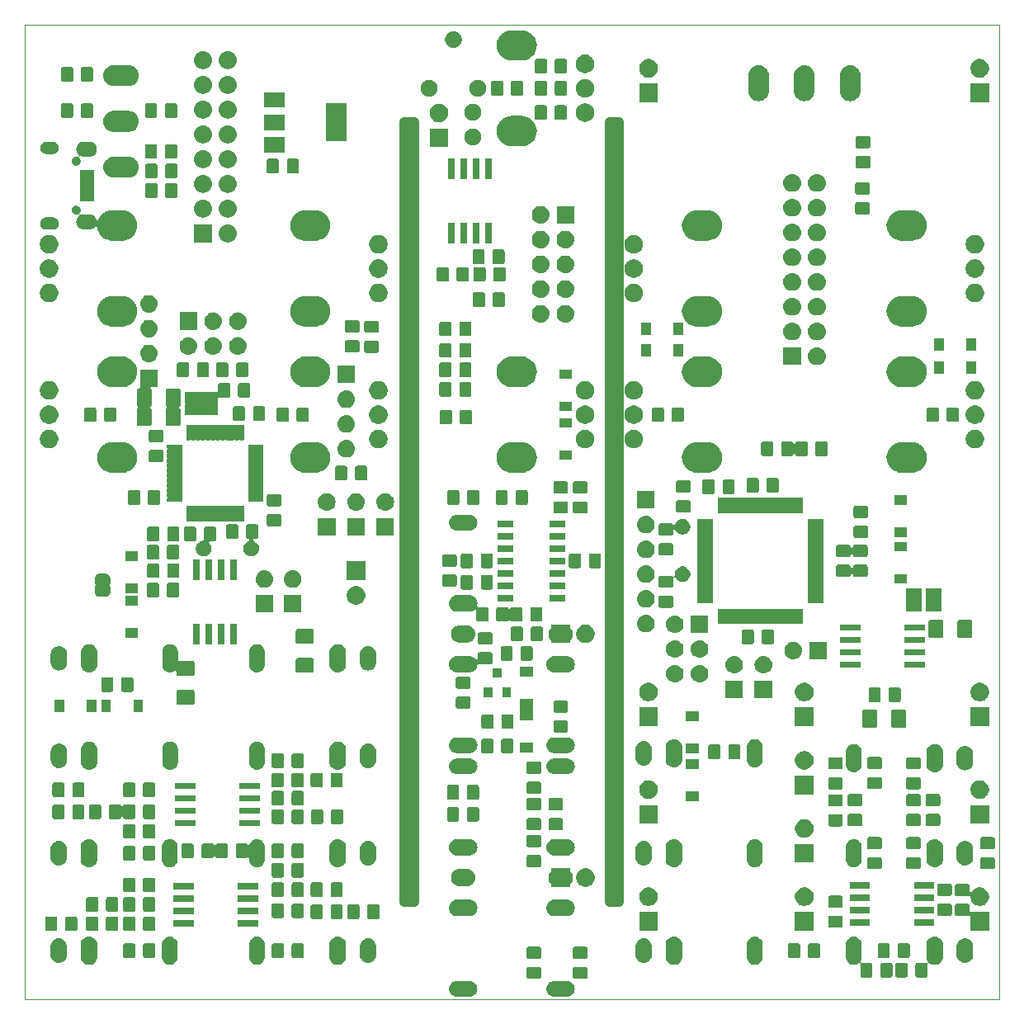
<source format=gbr>
%TF.GenerationSoftware,KiCad,Pcbnew,(5.1.0)-1*%
%TF.CreationDate,2019-05-31T13:03:56+02:00*%
%TF.ProjectId,KicadJE_uP_DAC,4b696361-644a-4455-9f75-505f4441432e,rev?*%
%TF.SameCoordinates,Original*%
%TF.FileFunction,Soldermask,Bot*%
%TF.FilePolarity,Negative*%
%FSLAX46Y46*%
G04 Gerber Fmt 4.6, Leading zero omitted, Abs format (unit mm)*
G04 Created by KiCad (PCBNEW (5.1.0)-1) date 2019-05-31 13:03:56*
%MOMM*%
%LPD*%
G04 APERTURE LIST*
%ADD10C,1.000000*%
%ADD11C,0.050000*%
%ADD12C,0.150000*%
G04 APERTURE END LIST*
D10*
X89000000Y-60000000D02*
X90000000Y-60000000D01*
X110000000Y-60000000D02*
X111000000Y-60000000D01*
X110000000Y-140000000D02*
X111000000Y-140000000D01*
X89000000Y-140000000D02*
X90000000Y-140000000D01*
X110000000Y-60000000D02*
X110000000Y-140000000D01*
X111000000Y-60000000D02*
X111000000Y-140000000D01*
X90000000Y-60000000D02*
X90000000Y-140000000D01*
X89000000Y-60000000D02*
X89000000Y-140000000D01*
D11*
X50000000Y-150000000D02*
X50000000Y-50000000D01*
X150000000Y-150000000D02*
X50000000Y-150000000D01*
X150000000Y-50000000D02*
X150000000Y-150000000D01*
X50000000Y-50000000D02*
X150000000Y-50000000D01*
D12*
G36*
X105728571Y-148122863D02*
G01*
X105807023Y-148130590D01*
X105907682Y-148161125D01*
X105958013Y-148176392D01*
X106097165Y-148250771D01*
X106219133Y-148350867D01*
X106319229Y-148472835D01*
X106393608Y-148611987D01*
X106393608Y-148611988D01*
X106439410Y-148762977D01*
X106454875Y-148920000D01*
X106439410Y-149077023D01*
X106408875Y-149177682D01*
X106393608Y-149228013D01*
X106319229Y-149367165D01*
X106219133Y-149489133D01*
X106097165Y-149589229D01*
X105958013Y-149663608D01*
X105907682Y-149678875D01*
X105807023Y-149709410D01*
X105728571Y-149717137D01*
X105689346Y-149721000D01*
X104310654Y-149721000D01*
X104271429Y-149717137D01*
X104192977Y-149709410D01*
X104092318Y-149678875D01*
X104041987Y-149663608D01*
X103902835Y-149589229D01*
X103780867Y-149489133D01*
X103680771Y-149367165D01*
X103606392Y-149228013D01*
X103591125Y-149177682D01*
X103560590Y-149077023D01*
X103545125Y-148920000D01*
X103560590Y-148762977D01*
X103606392Y-148611988D01*
X103606392Y-148611987D01*
X103680771Y-148472835D01*
X103780867Y-148350867D01*
X103902835Y-148250771D01*
X104041987Y-148176392D01*
X104092318Y-148161125D01*
X104192977Y-148130590D01*
X104271429Y-148122863D01*
X104310654Y-148119000D01*
X105689346Y-148119000D01*
X105728571Y-148122863D01*
X105728571Y-148122863D01*
G37*
G36*
X95728571Y-148122863D02*
G01*
X95807023Y-148130590D01*
X95907682Y-148161125D01*
X95958013Y-148176392D01*
X96097165Y-148250771D01*
X96219133Y-148350867D01*
X96319229Y-148472835D01*
X96393608Y-148611987D01*
X96393608Y-148611988D01*
X96439410Y-148762977D01*
X96454875Y-148920000D01*
X96439410Y-149077023D01*
X96408875Y-149177682D01*
X96393608Y-149228013D01*
X96319229Y-149367165D01*
X96219133Y-149489133D01*
X96097165Y-149589229D01*
X95958013Y-149663608D01*
X95907682Y-149678875D01*
X95807023Y-149709410D01*
X95728571Y-149717137D01*
X95689346Y-149721000D01*
X94310654Y-149721000D01*
X94271429Y-149717137D01*
X94192977Y-149709410D01*
X94092318Y-149678875D01*
X94041987Y-149663608D01*
X93902835Y-149589229D01*
X93780867Y-149489133D01*
X93680771Y-149367165D01*
X93606392Y-149228013D01*
X93591125Y-149177682D01*
X93560590Y-149077023D01*
X93545125Y-148920000D01*
X93560590Y-148762977D01*
X93606392Y-148611988D01*
X93606392Y-148611987D01*
X93680771Y-148472835D01*
X93780867Y-148350867D01*
X93902835Y-148250771D01*
X94041987Y-148176392D01*
X94092318Y-148161125D01*
X94192977Y-148130590D01*
X94271429Y-148122863D01*
X94310654Y-148119000D01*
X95689346Y-148119000D01*
X95728571Y-148122863D01*
X95728571Y-148122863D01*
G37*
G36*
X102838674Y-146653465D02*
G01*
X102876367Y-146664899D01*
X102911103Y-146683466D01*
X102941548Y-146708452D01*
X102966534Y-146738897D01*
X102985101Y-146773633D01*
X102996535Y-146811326D01*
X103001000Y-146856661D01*
X103001000Y-147693339D01*
X102996535Y-147738674D01*
X102985101Y-147776367D01*
X102966534Y-147811103D01*
X102941548Y-147841548D01*
X102911103Y-147866534D01*
X102876367Y-147885101D01*
X102838674Y-147896535D01*
X102793339Y-147901000D01*
X101706661Y-147901000D01*
X101661326Y-147896535D01*
X101623633Y-147885101D01*
X101588897Y-147866534D01*
X101558452Y-147841548D01*
X101533466Y-147811103D01*
X101514899Y-147776367D01*
X101503465Y-147738674D01*
X101499000Y-147693339D01*
X101499000Y-146856661D01*
X101503465Y-146811326D01*
X101514899Y-146773633D01*
X101533466Y-146738897D01*
X101558452Y-146708452D01*
X101588897Y-146683466D01*
X101623633Y-146664899D01*
X101661326Y-146653465D01*
X101706661Y-146649000D01*
X102793339Y-146649000D01*
X102838674Y-146653465D01*
X102838674Y-146653465D01*
G37*
G36*
X107588674Y-146653465D02*
G01*
X107626367Y-146664899D01*
X107661103Y-146683466D01*
X107691548Y-146708452D01*
X107716534Y-146738897D01*
X107735101Y-146773633D01*
X107746535Y-146811326D01*
X107751000Y-146856661D01*
X107751000Y-147693339D01*
X107746535Y-147738674D01*
X107735101Y-147776367D01*
X107716534Y-147811103D01*
X107691548Y-147841548D01*
X107661103Y-147866534D01*
X107626367Y-147885101D01*
X107588674Y-147896535D01*
X107543339Y-147901000D01*
X106456661Y-147901000D01*
X106411326Y-147896535D01*
X106373633Y-147885101D01*
X106338897Y-147866534D01*
X106308452Y-147841548D01*
X106283466Y-147811103D01*
X106264899Y-147776367D01*
X106253465Y-147738674D01*
X106249000Y-147693339D01*
X106249000Y-146856661D01*
X106253465Y-146811326D01*
X106264899Y-146773633D01*
X106283466Y-146738897D01*
X106308452Y-146708452D01*
X106338897Y-146683466D01*
X106373633Y-146664899D01*
X106411326Y-146653465D01*
X106456661Y-146649000D01*
X107543339Y-146649000D01*
X107588674Y-146653465D01*
X107588674Y-146653465D01*
G37*
G36*
X143546822Y-143561313D02*
G01*
X143707241Y-143609976D01*
X143855077Y-143688995D01*
X143967024Y-143780868D01*
X143984659Y-143795341D01*
X144091004Y-143924922D01*
X144091005Y-143924924D01*
X144170024Y-144072758D01*
X144218687Y-144233177D01*
X144231000Y-144358196D01*
X144231000Y-145641804D01*
X144218687Y-145766823D01*
X144170024Y-145927242D01*
X144099114Y-146059906D01*
X144091004Y-146075078D01*
X143984659Y-146204659D01*
X143855078Y-146311004D01*
X143855076Y-146311005D01*
X143707242Y-146390024D01*
X143546823Y-146438687D01*
X143380000Y-146455117D01*
X143213178Y-146438687D01*
X143052759Y-146390024D01*
X142904925Y-146311005D01*
X142904923Y-146311004D01*
X142838893Y-146256815D01*
X142818526Y-146243205D01*
X142795887Y-146233828D01*
X142771854Y-146229047D01*
X142747350Y-146229047D01*
X142723317Y-146233827D01*
X142700678Y-146243204D01*
X142680303Y-146256818D01*
X142662976Y-146274145D01*
X142649362Y-146294519D01*
X142639985Y-146317158D01*
X142635204Y-146341191D01*
X142635204Y-146365695D01*
X142639984Y-146389728D01*
X142646535Y-146411324D01*
X142651000Y-146456661D01*
X142651000Y-147543339D01*
X142646535Y-147588674D01*
X142635101Y-147626367D01*
X142616534Y-147661103D01*
X142591548Y-147691548D01*
X142561103Y-147716534D01*
X142526367Y-147735101D01*
X142488674Y-147746535D01*
X142443339Y-147751000D01*
X141606661Y-147751000D01*
X141561326Y-147746535D01*
X141523633Y-147735101D01*
X141488897Y-147716534D01*
X141458452Y-147691548D01*
X141433466Y-147661103D01*
X141414899Y-147626367D01*
X141403465Y-147588674D01*
X141399000Y-147543339D01*
X141399000Y-146456661D01*
X141403465Y-146411326D01*
X141414899Y-146373633D01*
X141433466Y-146338897D01*
X141458452Y-146308452D01*
X141488897Y-146283466D01*
X141523633Y-146264899D01*
X141561326Y-146253465D01*
X141606661Y-146249000D01*
X142443339Y-146249000D01*
X142488675Y-146253465D01*
X142529369Y-146265810D01*
X142553403Y-146270591D01*
X142577907Y-146270591D01*
X142601940Y-146265811D01*
X142624579Y-146256434D01*
X142644954Y-146242820D01*
X142662281Y-146225494D01*
X142675895Y-146205119D01*
X142685272Y-146182481D01*
X142690053Y-146158447D01*
X142690053Y-146133943D01*
X142685273Y-146109910D01*
X142675896Y-146087271D01*
X142673985Y-146084410D01*
X142589977Y-145927242D01*
X142541314Y-145766823D01*
X142529001Y-145641804D01*
X142529000Y-144358197D01*
X142541313Y-144233178D01*
X142589976Y-144072759D01*
X142668995Y-143924923D01*
X142775341Y-143795341D01*
X142836824Y-143744883D01*
X142904922Y-143688996D01*
X142920310Y-143680771D01*
X143052758Y-143609976D01*
X143213177Y-143561313D01*
X143380000Y-143544883D01*
X143546822Y-143561313D01*
X143546822Y-143561313D01*
G37*
G36*
X135237022Y-143560590D02*
G01*
X135337681Y-143591125D01*
X135388012Y-143606392D01*
X135527164Y-143680771D01*
X135649133Y-143780867D01*
X135737871Y-143888995D01*
X135749229Y-143902835D01*
X135823608Y-144041987D01*
X135832942Y-144072758D01*
X135869410Y-144192977D01*
X135881000Y-144310655D01*
X135881000Y-145689345D01*
X135869410Y-145807023D01*
X135848766Y-145875076D01*
X135823608Y-145958013D01*
X135798675Y-146004659D01*
X135760402Y-146076262D01*
X135751027Y-146098896D01*
X135746246Y-146122929D01*
X135746246Y-146147433D01*
X135751026Y-146171467D01*
X135760403Y-146194105D01*
X135774017Y-146214480D01*
X135791344Y-146231807D01*
X135811718Y-146245421D01*
X135834357Y-146254798D01*
X135858390Y-146259579D01*
X135882894Y-146259579D01*
X135906927Y-146254799D01*
X135911324Y-146253465D01*
X135956661Y-146249000D01*
X136793339Y-146249000D01*
X136838674Y-146253465D01*
X136876367Y-146264899D01*
X136911103Y-146283466D01*
X136941548Y-146308452D01*
X136966534Y-146338897D01*
X136985101Y-146373633D01*
X136996535Y-146411326D01*
X137001000Y-146456661D01*
X137001000Y-147543339D01*
X136996535Y-147588674D01*
X136985101Y-147626367D01*
X136966534Y-147661103D01*
X136941548Y-147691548D01*
X136911103Y-147716534D01*
X136876367Y-147735101D01*
X136838674Y-147746535D01*
X136793339Y-147751000D01*
X135956661Y-147751000D01*
X135911326Y-147746535D01*
X135873633Y-147735101D01*
X135838897Y-147716534D01*
X135808452Y-147691548D01*
X135783466Y-147661103D01*
X135764899Y-147626367D01*
X135753465Y-147588674D01*
X135749000Y-147543339D01*
X135749000Y-146456661D01*
X135753655Y-146409399D01*
X135753655Y-146384895D01*
X135748875Y-146360862D01*
X135739497Y-146338223D01*
X135725884Y-146317849D01*
X135708557Y-146300522D01*
X135688182Y-146286908D01*
X135665544Y-146277530D01*
X135641510Y-146272750D01*
X135617006Y-146272750D01*
X135592973Y-146277530D01*
X135570334Y-146286908D01*
X135549963Y-146300520D01*
X135527165Y-146319229D01*
X135388013Y-146393608D01*
X135337682Y-146408875D01*
X135237023Y-146439410D01*
X135080000Y-146454875D01*
X134922978Y-146439410D01*
X134822319Y-146408875D01*
X134771988Y-146393608D01*
X134632836Y-146319229D01*
X134510868Y-146219133D01*
X134410772Y-146097165D01*
X134336393Y-145958013D01*
X134311235Y-145875076D01*
X134290591Y-145807023D01*
X134279001Y-145689345D01*
X134279000Y-144310656D01*
X134290590Y-144192978D01*
X134336392Y-144041989D01*
X134336392Y-144041988D01*
X134410771Y-143902836D01*
X134422130Y-143888995D01*
X134510867Y-143780867D01*
X134632835Y-143680771D01*
X134771987Y-143606392D01*
X134822318Y-143591125D01*
X134922977Y-143560590D01*
X135080000Y-143545125D01*
X135237022Y-143560590D01*
X135237022Y-143560590D01*
G37*
G36*
X138888674Y-146253465D02*
G01*
X138926367Y-146264899D01*
X138961103Y-146283466D01*
X138991548Y-146308452D01*
X139016534Y-146338897D01*
X139035101Y-146373633D01*
X139046535Y-146411326D01*
X139051000Y-146456661D01*
X139051000Y-147543339D01*
X139046535Y-147588674D01*
X139035101Y-147626367D01*
X139016534Y-147661103D01*
X138991548Y-147691548D01*
X138961103Y-147716534D01*
X138926367Y-147735101D01*
X138888674Y-147746535D01*
X138843339Y-147751000D01*
X138006661Y-147751000D01*
X137961326Y-147746535D01*
X137923633Y-147735101D01*
X137888897Y-147716534D01*
X137858452Y-147691548D01*
X137833466Y-147661103D01*
X137814899Y-147626367D01*
X137803465Y-147588674D01*
X137799000Y-147543339D01*
X137799000Y-146456661D01*
X137803465Y-146411326D01*
X137814899Y-146373633D01*
X137833466Y-146338897D01*
X137858452Y-146308452D01*
X137888897Y-146283466D01*
X137923633Y-146264899D01*
X137961326Y-146253465D01*
X138006661Y-146249000D01*
X138843339Y-146249000D01*
X138888674Y-146253465D01*
X138888674Y-146253465D01*
G37*
G36*
X140438674Y-146253465D02*
G01*
X140476367Y-146264899D01*
X140511103Y-146283466D01*
X140541548Y-146308452D01*
X140566534Y-146338897D01*
X140585101Y-146373633D01*
X140596535Y-146411326D01*
X140601000Y-146456661D01*
X140601000Y-147543339D01*
X140596535Y-147588674D01*
X140585101Y-147626367D01*
X140566534Y-147661103D01*
X140541548Y-147691548D01*
X140511103Y-147716534D01*
X140476367Y-147735101D01*
X140438674Y-147746535D01*
X140393339Y-147751000D01*
X139556661Y-147751000D01*
X139511326Y-147746535D01*
X139473633Y-147735101D01*
X139438897Y-147716534D01*
X139408452Y-147691548D01*
X139383466Y-147661103D01*
X139364899Y-147626367D01*
X139353465Y-147588674D01*
X139349000Y-147543339D01*
X139349000Y-146456661D01*
X139353465Y-146411326D01*
X139364899Y-146373633D01*
X139383466Y-146338897D01*
X139408452Y-146308452D01*
X139438897Y-146283466D01*
X139473633Y-146264899D01*
X139511326Y-146253465D01*
X139556661Y-146249000D01*
X140393339Y-146249000D01*
X140438674Y-146253465D01*
X140438674Y-146253465D01*
G37*
G36*
X116786823Y-143561313D02*
G01*
X116947242Y-143609976D01*
X117079690Y-143680771D01*
X117095078Y-143688996D01*
X117224659Y-143795341D01*
X117331004Y-143924922D01*
X117331005Y-143924924D01*
X117410024Y-144072758D01*
X117458687Y-144233177D01*
X117471000Y-144358196D01*
X117471000Y-145641804D01*
X117458687Y-145766823D01*
X117410024Y-145927242D01*
X117339114Y-146059906D01*
X117331004Y-146075078D01*
X117301520Y-146111004D01*
X117224659Y-146204659D01*
X117095077Y-146311005D01*
X116947241Y-146390024D01*
X116786822Y-146438687D01*
X116620000Y-146455117D01*
X116453177Y-146438687D01*
X116292758Y-146390024D01*
X116144924Y-146311005D01*
X116144922Y-146311004D01*
X116015341Y-146204659D01*
X115908995Y-146075077D01*
X115829976Y-145927241D01*
X115781313Y-145766822D01*
X115769000Y-145641803D01*
X115769001Y-144358196D01*
X115781314Y-144233177D01*
X115829977Y-144072758D01*
X115908996Y-143924924D01*
X115908997Y-143924922D01*
X116015342Y-143795341D01*
X116144923Y-143688996D01*
X116160311Y-143680771D01*
X116292759Y-143609976D01*
X116453178Y-143561313D01*
X116620000Y-143544883D01*
X116786823Y-143561313D01*
X116786823Y-143561313D01*
G37*
G36*
X56761822Y-143561313D02*
G01*
X56922241Y-143609976D01*
X57054689Y-143680771D01*
X57070077Y-143688996D01*
X57199658Y-143795341D01*
X57306003Y-143924922D01*
X57306004Y-143924924D01*
X57385023Y-144072758D01*
X57433686Y-144233177D01*
X57445999Y-144358196D01*
X57445999Y-145641804D01*
X57433686Y-145766823D01*
X57385023Y-145927242D01*
X57314113Y-146059906D01*
X57306003Y-146075078D01*
X57276519Y-146111004D01*
X57199658Y-146204659D01*
X57070076Y-146311005D01*
X56922240Y-146390024D01*
X56761821Y-146438687D01*
X56594999Y-146455117D01*
X56428176Y-146438687D01*
X56267757Y-146390024D01*
X56119923Y-146311005D01*
X56119921Y-146311004D01*
X55990340Y-146204659D01*
X55883994Y-146075077D01*
X55804975Y-145927241D01*
X55756312Y-145766822D01*
X55743999Y-145641803D01*
X55744000Y-144358196D01*
X55756313Y-144233177D01*
X55804976Y-144072758D01*
X55883995Y-143924924D01*
X55883996Y-143924922D01*
X55990341Y-143795341D01*
X56119922Y-143688996D01*
X56135310Y-143680771D01*
X56267758Y-143609976D01*
X56428177Y-143561313D01*
X56594999Y-143544883D01*
X56761822Y-143561313D01*
X56761822Y-143561313D01*
G37*
G36*
X82296822Y-143561313D02*
G01*
X82457241Y-143609976D01*
X82605077Y-143688995D01*
X82717024Y-143780868D01*
X82734659Y-143795341D01*
X82841004Y-143924922D01*
X82841005Y-143924924D01*
X82920024Y-144072758D01*
X82968687Y-144233177D01*
X82981000Y-144358196D01*
X82981000Y-145641804D01*
X82968687Y-145766823D01*
X82920024Y-145927242D01*
X82849114Y-146059906D01*
X82841004Y-146075078D01*
X82734659Y-146204659D01*
X82605078Y-146311004D01*
X82605076Y-146311005D01*
X82457242Y-146390024D01*
X82296823Y-146438687D01*
X82130000Y-146455117D01*
X81963178Y-146438687D01*
X81802759Y-146390024D01*
X81654925Y-146311005D01*
X81654923Y-146311004D01*
X81525342Y-146204659D01*
X81418997Y-146075078D01*
X81410887Y-146059906D01*
X81339977Y-145927242D01*
X81291314Y-145766823D01*
X81279001Y-145641804D01*
X81279000Y-144358197D01*
X81291313Y-144233178D01*
X81339976Y-144072759D01*
X81418995Y-143924923D01*
X81525341Y-143795341D01*
X81586824Y-143744883D01*
X81654922Y-143688996D01*
X81670310Y-143680771D01*
X81802758Y-143609976D01*
X81963177Y-143561313D01*
X82130000Y-143544883D01*
X82296822Y-143561313D01*
X82296822Y-143561313D01*
G37*
G36*
X73987022Y-143560590D02*
G01*
X74087681Y-143591125D01*
X74138012Y-143606392D01*
X74277164Y-143680771D01*
X74399133Y-143780867D01*
X74487871Y-143888995D01*
X74499229Y-143902835D01*
X74573608Y-144041987D01*
X74582942Y-144072758D01*
X74619410Y-144192977D01*
X74631000Y-144310655D01*
X74631000Y-145689345D01*
X74619410Y-145807023D01*
X74598766Y-145875076D01*
X74573608Y-145958013D01*
X74499229Y-146097165D01*
X74399133Y-146219133D01*
X74277165Y-146319229D01*
X74138013Y-146393608D01*
X74087682Y-146408875D01*
X73987023Y-146439410D01*
X73830000Y-146454875D01*
X73672978Y-146439410D01*
X73572319Y-146408875D01*
X73521988Y-146393608D01*
X73382836Y-146319229D01*
X73260868Y-146219133D01*
X73160772Y-146097165D01*
X73086393Y-145958013D01*
X73061235Y-145875076D01*
X73040591Y-145807023D01*
X73029001Y-145689345D01*
X73029000Y-144310656D01*
X73040590Y-144192978D01*
X73086392Y-144041989D01*
X73086392Y-144041988D01*
X73160771Y-143902836D01*
X73172130Y-143888995D01*
X73260867Y-143780867D01*
X73382835Y-143680771D01*
X73521987Y-143606392D01*
X73572318Y-143591125D01*
X73672977Y-143560590D01*
X73830000Y-143545125D01*
X73987022Y-143560590D01*
X73987022Y-143560590D01*
G37*
G36*
X125077023Y-143560590D02*
G01*
X125177682Y-143591125D01*
X125228013Y-143606392D01*
X125367165Y-143680771D01*
X125489133Y-143780867D01*
X125589229Y-143902835D01*
X125663608Y-144041987D01*
X125672942Y-144072758D01*
X125709410Y-144192977D01*
X125721000Y-144310655D01*
X125721000Y-145689345D01*
X125709410Y-145807023D01*
X125688766Y-145875076D01*
X125663608Y-145958013D01*
X125589230Y-146097164D01*
X125589229Y-146097165D01*
X125489133Y-146219133D01*
X125396847Y-146294869D01*
X125367164Y-146319229D01*
X125228012Y-146393608D01*
X125177681Y-146408875D01*
X125077022Y-146439410D01*
X124920000Y-146454875D01*
X124762977Y-146439410D01*
X124662318Y-146408875D01*
X124611987Y-146393608D01*
X124472835Y-146319229D01*
X124459703Y-146308452D01*
X124350867Y-146219133D01*
X124250771Y-146097164D01*
X124176393Y-145958013D01*
X124176392Y-145958012D01*
X124143931Y-145851000D01*
X124130590Y-145807022D01*
X124119000Y-145689344D01*
X124119001Y-144310655D01*
X124130591Y-144192977D01*
X124167059Y-144072758D01*
X124176393Y-144041987D01*
X124250772Y-143902835D01*
X124350868Y-143780867D01*
X124472836Y-143680771D01*
X124611988Y-143606392D01*
X124662319Y-143591125D01*
X124762978Y-143560590D01*
X124920000Y-143545125D01*
X125077023Y-143560590D01*
X125077023Y-143560590D01*
G37*
G36*
X65052022Y-143560590D02*
G01*
X65152681Y-143591125D01*
X65203012Y-143606392D01*
X65342164Y-143680771D01*
X65464132Y-143780867D01*
X65564228Y-143902835D01*
X65638607Y-144041987D01*
X65647941Y-144072758D01*
X65684409Y-144192977D01*
X65695999Y-144310655D01*
X65695999Y-145689345D01*
X65684409Y-145807023D01*
X65663765Y-145875076D01*
X65638607Y-145958013D01*
X65564229Y-146097164D01*
X65564228Y-146097165D01*
X65464132Y-146219133D01*
X65371846Y-146294869D01*
X65342163Y-146319229D01*
X65203011Y-146393608D01*
X65152680Y-146408875D01*
X65052021Y-146439410D01*
X64894999Y-146454875D01*
X64737976Y-146439410D01*
X64637317Y-146408875D01*
X64586986Y-146393608D01*
X64447834Y-146319229D01*
X64434702Y-146308452D01*
X64325866Y-146219133D01*
X64225770Y-146097164D01*
X64151392Y-145958013D01*
X64151391Y-145958012D01*
X64118930Y-145851000D01*
X64105589Y-145807022D01*
X64093999Y-145689344D01*
X64094000Y-144310655D01*
X64105590Y-144192977D01*
X64142058Y-144072758D01*
X64151392Y-144041987D01*
X64225771Y-143902835D01*
X64325867Y-143780867D01*
X64447835Y-143680771D01*
X64586987Y-143606392D01*
X64637318Y-143591125D01*
X64737977Y-143560590D01*
X64894999Y-143545125D01*
X65052022Y-143560590D01*
X65052022Y-143560590D01*
G37*
G36*
X53661822Y-143761313D02*
G01*
X53822241Y-143809976D01*
X53954905Y-143880886D01*
X53970077Y-143888996D01*
X54099658Y-143995341D01*
X54206003Y-144124922D01*
X54206004Y-144124924D01*
X54285023Y-144272758D01*
X54333686Y-144433178D01*
X54345999Y-144558197D01*
X54345999Y-145441804D01*
X54333686Y-145566823D01*
X54310475Y-145643339D01*
X54285289Y-145726367D01*
X54285023Y-145727242D01*
X54242379Y-145807023D01*
X54206003Y-145875078D01*
X54099658Y-146004659D01*
X53970076Y-146111005D01*
X53822240Y-146190024D01*
X53661821Y-146238687D01*
X53494999Y-146255117D01*
X53328176Y-146238687D01*
X53167757Y-146190024D01*
X53019923Y-146111005D01*
X53019921Y-146111004D01*
X52890340Y-146004659D01*
X52783994Y-145875077D01*
X52704975Y-145727241D01*
X52656312Y-145566822D01*
X52643999Y-145441803D01*
X52643999Y-144558197D01*
X52656313Y-144433177D01*
X52704976Y-144272758D01*
X52783995Y-144124924D01*
X52783996Y-144124922D01*
X52890341Y-143995341D01*
X53019922Y-143888996D01*
X53035094Y-143880886D01*
X53167758Y-143809976D01*
X53328177Y-143761313D01*
X53494999Y-143744883D01*
X53661822Y-143761313D01*
X53661822Y-143761313D01*
G37*
G36*
X85396822Y-143761313D02*
G01*
X85557241Y-143809976D01*
X85705077Y-143888995D01*
X85834659Y-143995341D01*
X85941004Y-144124922D01*
X85941005Y-144124924D01*
X86020024Y-144272758D01*
X86068687Y-144433177D01*
X86081000Y-144558196D01*
X86081000Y-145441803D01*
X86068687Y-145566822D01*
X86068686Y-145566824D01*
X86068686Y-145566825D01*
X86020290Y-145726367D01*
X86020024Y-145727242D01*
X85977380Y-145807023D01*
X85941004Y-145875078D01*
X85834659Y-146004659D01*
X85705078Y-146111004D01*
X85705076Y-146111005D01*
X85557242Y-146190024D01*
X85396823Y-146238687D01*
X85230000Y-146255117D01*
X85063178Y-146238687D01*
X84902759Y-146190024D01*
X84754925Y-146111005D01*
X84754923Y-146111004D01*
X84625342Y-146004659D01*
X84518997Y-145875078D01*
X84482621Y-145807023D01*
X84439977Y-145727242D01*
X84439712Y-145726367D01*
X84414525Y-145643339D01*
X84391314Y-145566823D01*
X84379000Y-145441803D01*
X84379000Y-144558197D01*
X84391313Y-144433178D01*
X84439976Y-144272759D01*
X84518995Y-144124923D01*
X84625341Y-143995341D01*
X84711144Y-143924924D01*
X84754922Y-143888996D01*
X84770094Y-143880886D01*
X84902758Y-143809976D01*
X85063177Y-143761313D01*
X85230000Y-143744883D01*
X85396822Y-143761313D01*
X85396822Y-143761313D01*
G37*
G36*
X113686823Y-143761313D02*
G01*
X113847242Y-143809976D01*
X113979906Y-143880886D01*
X113995078Y-143888996D01*
X114124659Y-143995341D01*
X114231004Y-144124922D01*
X114231005Y-144124924D01*
X114310024Y-144272758D01*
X114358687Y-144433178D01*
X114371000Y-144558197D01*
X114371000Y-145441804D01*
X114358687Y-145566823D01*
X114335476Y-145643339D01*
X114310290Y-145726367D01*
X114310024Y-145727242D01*
X114267380Y-145807023D01*
X114231004Y-145875078D01*
X114124659Y-146004659D01*
X113995077Y-146111005D01*
X113847241Y-146190024D01*
X113686822Y-146238687D01*
X113520000Y-146255117D01*
X113353177Y-146238687D01*
X113192758Y-146190024D01*
X113044924Y-146111005D01*
X113044922Y-146111004D01*
X112915341Y-146004659D01*
X112808995Y-145875077D01*
X112729976Y-145727241D01*
X112681313Y-145566822D01*
X112669000Y-145441803D01*
X112669000Y-144558197D01*
X112681314Y-144433177D01*
X112729977Y-144272758D01*
X112808996Y-144124924D01*
X112808997Y-144124922D01*
X112915342Y-143995341D01*
X113044923Y-143888996D01*
X113060095Y-143880886D01*
X113192759Y-143809976D01*
X113353178Y-143761313D01*
X113520000Y-143744883D01*
X113686823Y-143761313D01*
X113686823Y-143761313D01*
G37*
G36*
X146646822Y-143761313D02*
G01*
X146807241Y-143809976D01*
X146955077Y-143888995D01*
X147084659Y-143995341D01*
X147191004Y-144124922D01*
X147191005Y-144124924D01*
X147270024Y-144272758D01*
X147318687Y-144433177D01*
X147331000Y-144558196D01*
X147331000Y-145441803D01*
X147318687Y-145566822D01*
X147318686Y-145566824D01*
X147318686Y-145566825D01*
X147270290Y-145726367D01*
X147270024Y-145727242D01*
X147227380Y-145807023D01*
X147191004Y-145875078D01*
X147084659Y-146004659D01*
X146955078Y-146111004D01*
X146955076Y-146111005D01*
X146807242Y-146190024D01*
X146646823Y-146238687D01*
X146480000Y-146255117D01*
X146313178Y-146238687D01*
X146152759Y-146190024D01*
X146004925Y-146111005D01*
X146004923Y-146111004D01*
X145875342Y-146004659D01*
X145768997Y-145875078D01*
X145732621Y-145807023D01*
X145689977Y-145727242D01*
X145689712Y-145726367D01*
X145664525Y-145643339D01*
X145641314Y-145566823D01*
X145629000Y-145441803D01*
X145629000Y-144558197D01*
X145641313Y-144433178D01*
X145689976Y-144272759D01*
X145768995Y-144124923D01*
X145875341Y-143995341D01*
X145961144Y-143924924D01*
X146004922Y-143888996D01*
X146020094Y-143880886D01*
X146152758Y-143809976D01*
X146313177Y-143761313D01*
X146480000Y-143744883D01*
X146646822Y-143761313D01*
X146646822Y-143761313D01*
G37*
G36*
X107588674Y-144603465D02*
G01*
X107626367Y-144614899D01*
X107661103Y-144633466D01*
X107691548Y-144658452D01*
X107716534Y-144688897D01*
X107735101Y-144723633D01*
X107746535Y-144761326D01*
X107751000Y-144806661D01*
X107751000Y-145643339D01*
X107746535Y-145688674D01*
X107735101Y-145726367D01*
X107716534Y-145761103D01*
X107691548Y-145791548D01*
X107661103Y-145816534D01*
X107626367Y-145835101D01*
X107588674Y-145846535D01*
X107543339Y-145851000D01*
X106456661Y-145851000D01*
X106411326Y-145846535D01*
X106373633Y-145835101D01*
X106338897Y-145816534D01*
X106308452Y-145791548D01*
X106283466Y-145761103D01*
X106264899Y-145726367D01*
X106253465Y-145688674D01*
X106249000Y-145643339D01*
X106249000Y-144806661D01*
X106253465Y-144761326D01*
X106264899Y-144723633D01*
X106283466Y-144688897D01*
X106308452Y-144658452D01*
X106338897Y-144633466D01*
X106373633Y-144614899D01*
X106411326Y-144603465D01*
X106456661Y-144599000D01*
X107543339Y-144599000D01*
X107588674Y-144603465D01*
X107588674Y-144603465D01*
G37*
G36*
X102838674Y-144603465D02*
G01*
X102876367Y-144614899D01*
X102911103Y-144633466D01*
X102941548Y-144658452D01*
X102966534Y-144688897D01*
X102985101Y-144723633D01*
X102996535Y-144761326D01*
X103001000Y-144806661D01*
X103001000Y-145643339D01*
X102996535Y-145688674D01*
X102985101Y-145726367D01*
X102966534Y-145761103D01*
X102941548Y-145791548D01*
X102911103Y-145816534D01*
X102876367Y-145835101D01*
X102838674Y-145846535D01*
X102793339Y-145851000D01*
X101706661Y-145851000D01*
X101661326Y-145846535D01*
X101623633Y-145835101D01*
X101588897Y-145816534D01*
X101558452Y-145791548D01*
X101533466Y-145761103D01*
X101514899Y-145726367D01*
X101503465Y-145688674D01*
X101499000Y-145643339D01*
X101499000Y-144806661D01*
X101503465Y-144761326D01*
X101514899Y-144723633D01*
X101533466Y-144688897D01*
X101558452Y-144658452D01*
X101588897Y-144633466D01*
X101623633Y-144614899D01*
X101661326Y-144603465D01*
X101706661Y-144599000D01*
X102793339Y-144599000D01*
X102838674Y-144603465D01*
X102838674Y-144603465D01*
G37*
G36*
X76438674Y-144253465D02*
G01*
X76476367Y-144264899D01*
X76511103Y-144283466D01*
X76541548Y-144308452D01*
X76566534Y-144338897D01*
X76585101Y-144373633D01*
X76596535Y-144411326D01*
X76601000Y-144456661D01*
X76601000Y-145543339D01*
X76596535Y-145588674D01*
X76585101Y-145626367D01*
X76566534Y-145661103D01*
X76541548Y-145691548D01*
X76511103Y-145716534D01*
X76476367Y-145735101D01*
X76438674Y-145746535D01*
X76393339Y-145751000D01*
X75556661Y-145751000D01*
X75511326Y-145746535D01*
X75473633Y-145735101D01*
X75438897Y-145716534D01*
X75408452Y-145691548D01*
X75383466Y-145661103D01*
X75364899Y-145626367D01*
X75353465Y-145588674D01*
X75349000Y-145543339D01*
X75349000Y-144456661D01*
X75353465Y-144411326D01*
X75364899Y-144373633D01*
X75383466Y-144338897D01*
X75408452Y-144308452D01*
X75438897Y-144283466D01*
X75473633Y-144264899D01*
X75511326Y-144253465D01*
X75556661Y-144249000D01*
X76393339Y-144249000D01*
X76438674Y-144253465D01*
X76438674Y-144253465D01*
G37*
G36*
X129413674Y-144253465D02*
G01*
X129451367Y-144264899D01*
X129486103Y-144283466D01*
X129516548Y-144308452D01*
X129541534Y-144338897D01*
X129560101Y-144373633D01*
X129571535Y-144411326D01*
X129576000Y-144456661D01*
X129576000Y-145543339D01*
X129571535Y-145588674D01*
X129560101Y-145626367D01*
X129541534Y-145661103D01*
X129516548Y-145691548D01*
X129486103Y-145716534D01*
X129451367Y-145735101D01*
X129413674Y-145746535D01*
X129368339Y-145751000D01*
X128531661Y-145751000D01*
X128486326Y-145746535D01*
X128448633Y-145735101D01*
X128413897Y-145716534D01*
X128383452Y-145691548D01*
X128358466Y-145661103D01*
X128339899Y-145626367D01*
X128328465Y-145588674D01*
X128324000Y-145543339D01*
X128324000Y-144456661D01*
X128328465Y-144411326D01*
X128339899Y-144373633D01*
X128358466Y-144338897D01*
X128383452Y-144308452D01*
X128413897Y-144283466D01*
X128448633Y-144264899D01*
X128486326Y-144253465D01*
X128531661Y-144249000D01*
X129368339Y-144249000D01*
X129413674Y-144253465D01*
X129413674Y-144253465D01*
G37*
G36*
X78488674Y-144253465D02*
G01*
X78526367Y-144264899D01*
X78561103Y-144283466D01*
X78591548Y-144308452D01*
X78616534Y-144338897D01*
X78635101Y-144373633D01*
X78646535Y-144411326D01*
X78651000Y-144456661D01*
X78651000Y-145543339D01*
X78646535Y-145588674D01*
X78635101Y-145626367D01*
X78616534Y-145661103D01*
X78591548Y-145691548D01*
X78561103Y-145716534D01*
X78526367Y-145735101D01*
X78488674Y-145746535D01*
X78443339Y-145751000D01*
X77606661Y-145751000D01*
X77561326Y-145746535D01*
X77523633Y-145735101D01*
X77488897Y-145716534D01*
X77458452Y-145691548D01*
X77433466Y-145661103D01*
X77414899Y-145626367D01*
X77403465Y-145588674D01*
X77399000Y-145543339D01*
X77399000Y-144456661D01*
X77403465Y-144411326D01*
X77414899Y-144373633D01*
X77433466Y-144338897D01*
X77458452Y-144308452D01*
X77488897Y-144283466D01*
X77523633Y-144264899D01*
X77561326Y-144253465D01*
X77606661Y-144249000D01*
X78443339Y-144249000D01*
X78488674Y-144253465D01*
X78488674Y-144253465D01*
G37*
G36*
X140663674Y-144253465D02*
G01*
X140701367Y-144264899D01*
X140736103Y-144283466D01*
X140766548Y-144308452D01*
X140791534Y-144338897D01*
X140810101Y-144373633D01*
X140821535Y-144411326D01*
X140826000Y-144456661D01*
X140826000Y-145543339D01*
X140821535Y-145588674D01*
X140810101Y-145626367D01*
X140791534Y-145661103D01*
X140766548Y-145691548D01*
X140736103Y-145716534D01*
X140701367Y-145735101D01*
X140663674Y-145746535D01*
X140618339Y-145751000D01*
X139781661Y-145751000D01*
X139736326Y-145746535D01*
X139698633Y-145735101D01*
X139663897Y-145716534D01*
X139633452Y-145691548D01*
X139608466Y-145661103D01*
X139589899Y-145626367D01*
X139578465Y-145588674D01*
X139574000Y-145543339D01*
X139574000Y-144456661D01*
X139578465Y-144411326D01*
X139589899Y-144373633D01*
X139608466Y-144338897D01*
X139633452Y-144308452D01*
X139663897Y-144283466D01*
X139698633Y-144264899D01*
X139736326Y-144253465D01*
X139781661Y-144249000D01*
X140618339Y-144249000D01*
X140663674Y-144253465D01*
X140663674Y-144253465D01*
G37*
G36*
X138613674Y-144253465D02*
G01*
X138651367Y-144264899D01*
X138686103Y-144283466D01*
X138716548Y-144308452D01*
X138741534Y-144338897D01*
X138760101Y-144373633D01*
X138771535Y-144411326D01*
X138776000Y-144456661D01*
X138776000Y-145543339D01*
X138771535Y-145588674D01*
X138760101Y-145626367D01*
X138741534Y-145661103D01*
X138716548Y-145691548D01*
X138686103Y-145716534D01*
X138651367Y-145735101D01*
X138613674Y-145746535D01*
X138568339Y-145751000D01*
X137731661Y-145751000D01*
X137686326Y-145746535D01*
X137648633Y-145735101D01*
X137613897Y-145716534D01*
X137583452Y-145691548D01*
X137558466Y-145661103D01*
X137539899Y-145626367D01*
X137528465Y-145588674D01*
X137524000Y-145543339D01*
X137524000Y-144456661D01*
X137528465Y-144411326D01*
X137539899Y-144373633D01*
X137558466Y-144338897D01*
X137583452Y-144308452D01*
X137613897Y-144283466D01*
X137648633Y-144264899D01*
X137686326Y-144253465D01*
X137731661Y-144249000D01*
X138568339Y-144249000D01*
X138613674Y-144253465D01*
X138613674Y-144253465D01*
G37*
G36*
X131463674Y-144253465D02*
G01*
X131501367Y-144264899D01*
X131536103Y-144283466D01*
X131566548Y-144308452D01*
X131591534Y-144338897D01*
X131610101Y-144373633D01*
X131621535Y-144411326D01*
X131626000Y-144456661D01*
X131626000Y-145543339D01*
X131621535Y-145588674D01*
X131610101Y-145626367D01*
X131591534Y-145661103D01*
X131566548Y-145691548D01*
X131536103Y-145716534D01*
X131501367Y-145735101D01*
X131463674Y-145746535D01*
X131418339Y-145751000D01*
X130581661Y-145751000D01*
X130536326Y-145746535D01*
X130498633Y-145735101D01*
X130463897Y-145716534D01*
X130433452Y-145691548D01*
X130408466Y-145661103D01*
X130389899Y-145626367D01*
X130378465Y-145588674D01*
X130374000Y-145543339D01*
X130374000Y-144456661D01*
X130378465Y-144411326D01*
X130389899Y-144373633D01*
X130408466Y-144338897D01*
X130433452Y-144308452D01*
X130463897Y-144283466D01*
X130498633Y-144264899D01*
X130536326Y-144253465D01*
X130581661Y-144249000D01*
X131418339Y-144249000D01*
X131463674Y-144253465D01*
X131463674Y-144253465D01*
G37*
G36*
X61188674Y-144253465D02*
G01*
X61226367Y-144264899D01*
X61261103Y-144283466D01*
X61291548Y-144308452D01*
X61316534Y-144338897D01*
X61335101Y-144373633D01*
X61346535Y-144411326D01*
X61351000Y-144456661D01*
X61351000Y-145543339D01*
X61346535Y-145588674D01*
X61335101Y-145626367D01*
X61316534Y-145661103D01*
X61291548Y-145691548D01*
X61261103Y-145716534D01*
X61226367Y-145735101D01*
X61188674Y-145746535D01*
X61143339Y-145751000D01*
X60306661Y-145751000D01*
X60261326Y-145746535D01*
X60223633Y-145735101D01*
X60188897Y-145716534D01*
X60158452Y-145691548D01*
X60133466Y-145661103D01*
X60114899Y-145626367D01*
X60103465Y-145588674D01*
X60099000Y-145543339D01*
X60099000Y-144456661D01*
X60103465Y-144411326D01*
X60114899Y-144373633D01*
X60133466Y-144338897D01*
X60158452Y-144308452D01*
X60188897Y-144283466D01*
X60223633Y-144264899D01*
X60261326Y-144253465D01*
X60306661Y-144249000D01*
X61143339Y-144249000D01*
X61188674Y-144253465D01*
X61188674Y-144253465D01*
G37*
G36*
X63238674Y-144253465D02*
G01*
X63276367Y-144264899D01*
X63311103Y-144283466D01*
X63341548Y-144308452D01*
X63366534Y-144338897D01*
X63385101Y-144373633D01*
X63396535Y-144411326D01*
X63401000Y-144456661D01*
X63401000Y-145543339D01*
X63396535Y-145588674D01*
X63385101Y-145626367D01*
X63366534Y-145661103D01*
X63341548Y-145691548D01*
X63311103Y-145716534D01*
X63276367Y-145735101D01*
X63238674Y-145746535D01*
X63193339Y-145751000D01*
X62356661Y-145751000D01*
X62311326Y-145746535D01*
X62273633Y-145735101D01*
X62238897Y-145716534D01*
X62208452Y-145691548D01*
X62183466Y-145661103D01*
X62164899Y-145626367D01*
X62153465Y-145588674D01*
X62149000Y-145543339D01*
X62149000Y-144456661D01*
X62153465Y-144411326D01*
X62164899Y-144373633D01*
X62183466Y-144338897D01*
X62208452Y-144308452D01*
X62238897Y-144283466D01*
X62273633Y-144264899D01*
X62311326Y-144253465D01*
X62356661Y-144249000D01*
X63193339Y-144249000D01*
X63238674Y-144253465D01*
X63238674Y-144253465D01*
G37*
G36*
X53188674Y-141503465D02*
G01*
X53226367Y-141514899D01*
X53261103Y-141533466D01*
X53291548Y-141558452D01*
X53316534Y-141588897D01*
X53335101Y-141623633D01*
X53346535Y-141661326D01*
X53351000Y-141706661D01*
X53351000Y-142793339D01*
X53346535Y-142838674D01*
X53335101Y-142876367D01*
X53316534Y-142911103D01*
X53291548Y-142941548D01*
X53261103Y-142966534D01*
X53226367Y-142985101D01*
X53188674Y-142996535D01*
X53143339Y-143001000D01*
X52306661Y-143001000D01*
X52261326Y-142996535D01*
X52223633Y-142985101D01*
X52188897Y-142966534D01*
X52158452Y-142941548D01*
X52133466Y-142911103D01*
X52114899Y-142876367D01*
X52103465Y-142838674D01*
X52099000Y-142793339D01*
X52099000Y-141706661D01*
X52103465Y-141661326D01*
X52114899Y-141623633D01*
X52133466Y-141588897D01*
X52158452Y-141558452D01*
X52188897Y-141533466D01*
X52223633Y-141514899D01*
X52261326Y-141503465D01*
X52306661Y-141499000D01*
X53143339Y-141499000D01*
X53188674Y-141503465D01*
X53188674Y-141503465D01*
G37*
G36*
X55238674Y-141503465D02*
G01*
X55276367Y-141514899D01*
X55311103Y-141533466D01*
X55341548Y-141558452D01*
X55366534Y-141588897D01*
X55385101Y-141623633D01*
X55396535Y-141661326D01*
X55401000Y-141706661D01*
X55401000Y-142793339D01*
X55396535Y-142838674D01*
X55385101Y-142876367D01*
X55366534Y-142911103D01*
X55341548Y-142941548D01*
X55311103Y-142966534D01*
X55276367Y-142985101D01*
X55238674Y-142996535D01*
X55193339Y-143001000D01*
X54356661Y-143001000D01*
X54311326Y-142996535D01*
X54273633Y-142985101D01*
X54238897Y-142966534D01*
X54208452Y-142941548D01*
X54183466Y-142911103D01*
X54164899Y-142876367D01*
X54153465Y-142838674D01*
X54149000Y-142793339D01*
X54149000Y-141706661D01*
X54153465Y-141661326D01*
X54164899Y-141623633D01*
X54183466Y-141588897D01*
X54208452Y-141558452D01*
X54238897Y-141533466D01*
X54273633Y-141514899D01*
X54311326Y-141503465D01*
X54356661Y-141499000D01*
X55193339Y-141499000D01*
X55238674Y-141503465D01*
X55238674Y-141503465D01*
G37*
G36*
X61188674Y-141503465D02*
G01*
X61226367Y-141514899D01*
X61261103Y-141533466D01*
X61291548Y-141558452D01*
X61316534Y-141588897D01*
X61335101Y-141623633D01*
X61346535Y-141661326D01*
X61351000Y-141706661D01*
X61351000Y-142793339D01*
X61346535Y-142838674D01*
X61335101Y-142876367D01*
X61316534Y-142911103D01*
X61291548Y-142941548D01*
X61261103Y-142966534D01*
X61226367Y-142985101D01*
X61188674Y-142996535D01*
X61143339Y-143001000D01*
X60306661Y-143001000D01*
X60261326Y-142996535D01*
X60223633Y-142985101D01*
X60188897Y-142966534D01*
X60158452Y-142941548D01*
X60133466Y-142911103D01*
X60114899Y-142876367D01*
X60103465Y-142838674D01*
X60099000Y-142793339D01*
X60099000Y-141706661D01*
X60103465Y-141661326D01*
X60114899Y-141623633D01*
X60133466Y-141588897D01*
X60158452Y-141558452D01*
X60188897Y-141533466D01*
X60223633Y-141514899D01*
X60261326Y-141503465D01*
X60306661Y-141499000D01*
X61143339Y-141499000D01*
X61188674Y-141503465D01*
X61188674Y-141503465D01*
G37*
G36*
X63238674Y-141503465D02*
G01*
X63276367Y-141514899D01*
X63311103Y-141533466D01*
X63341548Y-141558452D01*
X63366534Y-141588897D01*
X63385101Y-141623633D01*
X63396535Y-141661326D01*
X63401000Y-141706661D01*
X63401000Y-142793339D01*
X63396535Y-142838674D01*
X63385101Y-142876367D01*
X63366534Y-142911103D01*
X63341548Y-142941548D01*
X63311103Y-142966534D01*
X63276367Y-142985101D01*
X63238674Y-142996535D01*
X63193339Y-143001000D01*
X62356661Y-143001000D01*
X62311326Y-142996535D01*
X62273633Y-142985101D01*
X62238897Y-142966534D01*
X62208452Y-142941548D01*
X62183466Y-142911103D01*
X62164899Y-142876367D01*
X62153465Y-142838674D01*
X62149000Y-142793339D01*
X62149000Y-141706661D01*
X62153465Y-141661326D01*
X62164899Y-141623633D01*
X62183466Y-141588897D01*
X62208452Y-141558452D01*
X62238897Y-141533466D01*
X62273633Y-141514899D01*
X62311326Y-141503465D01*
X62356661Y-141499000D01*
X63193339Y-141499000D01*
X63238674Y-141503465D01*
X63238674Y-141503465D01*
G37*
G36*
X59438674Y-141503465D02*
G01*
X59476367Y-141514899D01*
X59511103Y-141533466D01*
X59541548Y-141558452D01*
X59566534Y-141588897D01*
X59585101Y-141623633D01*
X59596535Y-141661326D01*
X59601000Y-141706661D01*
X59601000Y-142793339D01*
X59596535Y-142838674D01*
X59585101Y-142876367D01*
X59566534Y-142911103D01*
X59541548Y-142941548D01*
X59511103Y-142966534D01*
X59476367Y-142985101D01*
X59438674Y-142996535D01*
X59393339Y-143001000D01*
X58556661Y-143001000D01*
X58511326Y-142996535D01*
X58473633Y-142985101D01*
X58438897Y-142966534D01*
X58408452Y-142941548D01*
X58383466Y-142911103D01*
X58364899Y-142876367D01*
X58353465Y-142838674D01*
X58349000Y-142793339D01*
X58349000Y-141706661D01*
X58353465Y-141661326D01*
X58364899Y-141623633D01*
X58383466Y-141588897D01*
X58408452Y-141558452D01*
X58438897Y-141533466D01*
X58473633Y-141514899D01*
X58511326Y-141503465D01*
X58556661Y-141499000D01*
X59393339Y-141499000D01*
X59438674Y-141503465D01*
X59438674Y-141503465D01*
G37*
G36*
X57388674Y-141503465D02*
G01*
X57426367Y-141514899D01*
X57461103Y-141533466D01*
X57491548Y-141558452D01*
X57516534Y-141588897D01*
X57535101Y-141623633D01*
X57546535Y-141661326D01*
X57551000Y-141706661D01*
X57551000Y-142793339D01*
X57546535Y-142838674D01*
X57535101Y-142876367D01*
X57516534Y-142911103D01*
X57491548Y-142941548D01*
X57461103Y-142966534D01*
X57426367Y-142985101D01*
X57388674Y-142996535D01*
X57343339Y-143001000D01*
X56506661Y-143001000D01*
X56461326Y-142996535D01*
X56423633Y-142985101D01*
X56388897Y-142966534D01*
X56358452Y-142941548D01*
X56333466Y-142911103D01*
X56314899Y-142876367D01*
X56303465Y-142838674D01*
X56299000Y-142793339D01*
X56299000Y-141706661D01*
X56303465Y-141661326D01*
X56314899Y-141623633D01*
X56333466Y-141588897D01*
X56358452Y-141558452D01*
X56388897Y-141533466D01*
X56423633Y-141514899D01*
X56461326Y-141503465D01*
X56506661Y-141499000D01*
X57343339Y-141499000D01*
X57388674Y-141503465D01*
X57388674Y-141503465D01*
G37*
G36*
X130951000Y-142951000D02*
G01*
X129049000Y-142951000D01*
X129049000Y-141049000D01*
X130951000Y-141049000D01*
X130951000Y-142951000D01*
X130951000Y-142951000D01*
G37*
G36*
X146788674Y-140203465D02*
G01*
X146826367Y-140214899D01*
X146861103Y-140233466D01*
X146891548Y-140258452D01*
X146916534Y-140288897D01*
X146935101Y-140323633D01*
X146946535Y-140361326D01*
X146951000Y-140406661D01*
X146951000Y-140924001D01*
X146953402Y-140948387D01*
X146960515Y-140971836D01*
X146972066Y-140993447D01*
X146987611Y-141012389D01*
X147006553Y-141027934D01*
X147028164Y-141039485D01*
X147051613Y-141046598D01*
X147075999Y-141049000D01*
X148951000Y-141049000D01*
X148951000Y-142951000D01*
X147049000Y-142951000D01*
X147049000Y-141524649D01*
X147046598Y-141500263D01*
X147039485Y-141476814D01*
X147027934Y-141455203D01*
X147012389Y-141436261D01*
X146993447Y-141420716D01*
X146971836Y-141409165D01*
X146948387Y-141402052D01*
X146924001Y-141399650D01*
X146899615Y-141402052D01*
X146876166Y-141409165D01*
X146865076Y-141414410D01*
X146826367Y-141435101D01*
X146788674Y-141446535D01*
X146743339Y-141451000D01*
X145656661Y-141451000D01*
X145611326Y-141446535D01*
X145573633Y-141435101D01*
X145538897Y-141416534D01*
X145508452Y-141391548D01*
X145483466Y-141361103D01*
X145464899Y-141326367D01*
X145453465Y-141288674D01*
X145449000Y-141243339D01*
X145449000Y-140406661D01*
X145453465Y-140361326D01*
X145464899Y-140323633D01*
X145483466Y-140288897D01*
X145508452Y-140258452D01*
X145538897Y-140233466D01*
X145573633Y-140214899D01*
X145611326Y-140203465D01*
X145656661Y-140199000D01*
X146743339Y-140199000D01*
X146788674Y-140203465D01*
X146788674Y-140203465D01*
G37*
G36*
X114951000Y-142951000D02*
G01*
X113049000Y-142951000D01*
X113049000Y-141049000D01*
X114951000Y-141049000D01*
X114951000Y-142951000D01*
X114951000Y-142951000D01*
G37*
G36*
X133788674Y-141403465D02*
G01*
X133826367Y-141414899D01*
X133861103Y-141433466D01*
X133891548Y-141458452D01*
X133916534Y-141488897D01*
X133935101Y-141523633D01*
X133946535Y-141561326D01*
X133951000Y-141606661D01*
X133951000Y-142443339D01*
X133946535Y-142488674D01*
X133935101Y-142526367D01*
X133916534Y-142561103D01*
X133891548Y-142591548D01*
X133861103Y-142616534D01*
X133826367Y-142635101D01*
X133788674Y-142646535D01*
X133743339Y-142651000D01*
X132656661Y-142651000D01*
X132611326Y-142646535D01*
X132573633Y-142635101D01*
X132538897Y-142616534D01*
X132508452Y-142591548D01*
X132483466Y-142561103D01*
X132464899Y-142526367D01*
X132453465Y-142488674D01*
X132449000Y-142443339D01*
X132449000Y-141606661D01*
X132453465Y-141561326D01*
X132464899Y-141523633D01*
X132483466Y-141488897D01*
X132508452Y-141458452D01*
X132538897Y-141433466D01*
X132573633Y-141414899D01*
X132611326Y-141403465D01*
X132656661Y-141399000D01*
X133743339Y-141399000D01*
X133788674Y-141403465D01*
X133788674Y-141403465D01*
G37*
G36*
X67351000Y-142531000D02*
G01*
X65249000Y-142531000D01*
X65249000Y-141879000D01*
X67351000Y-141879000D01*
X67351000Y-142531000D01*
X67351000Y-142531000D01*
G37*
G36*
X73951000Y-142531000D02*
G01*
X71849000Y-142531000D01*
X71849000Y-141879000D01*
X73951000Y-141879000D01*
X73951000Y-142531000D01*
X73951000Y-142531000D01*
G37*
G36*
X143351000Y-142431000D02*
G01*
X141249000Y-142431000D01*
X141249000Y-141779000D01*
X143351000Y-141779000D01*
X143351000Y-142431000D01*
X143351000Y-142431000D01*
G37*
G36*
X136751000Y-142431000D02*
G01*
X134649000Y-142431000D01*
X134649000Y-141779000D01*
X136751000Y-141779000D01*
X136751000Y-142431000D01*
X136751000Y-142431000D01*
G37*
G36*
X86238674Y-140253465D02*
G01*
X86276367Y-140264899D01*
X86311103Y-140283466D01*
X86341548Y-140308452D01*
X86366534Y-140338897D01*
X86385101Y-140373633D01*
X86396535Y-140411326D01*
X86401000Y-140456661D01*
X86401000Y-141543339D01*
X86396535Y-141588674D01*
X86385101Y-141626367D01*
X86366534Y-141661103D01*
X86341548Y-141691548D01*
X86311103Y-141716534D01*
X86276367Y-141735101D01*
X86238674Y-141746535D01*
X86193339Y-141751000D01*
X85356661Y-141751000D01*
X85311326Y-141746535D01*
X85273633Y-141735101D01*
X85238897Y-141716534D01*
X85208452Y-141691548D01*
X85183466Y-141661103D01*
X85164899Y-141626367D01*
X85153465Y-141588674D01*
X85149000Y-141543339D01*
X85149000Y-140456661D01*
X85153465Y-140411326D01*
X85164899Y-140373633D01*
X85183466Y-140338897D01*
X85208452Y-140308452D01*
X85238897Y-140283466D01*
X85273633Y-140264899D01*
X85311326Y-140253465D01*
X85356661Y-140249000D01*
X86193339Y-140249000D01*
X86238674Y-140253465D01*
X86238674Y-140253465D01*
G37*
G36*
X82488674Y-140253465D02*
G01*
X82526367Y-140264899D01*
X82561103Y-140283466D01*
X82591548Y-140308452D01*
X82616534Y-140338897D01*
X82635101Y-140373633D01*
X82646535Y-140411326D01*
X82651000Y-140456661D01*
X82651000Y-141543339D01*
X82646535Y-141588674D01*
X82635101Y-141626367D01*
X82616534Y-141661103D01*
X82591548Y-141691548D01*
X82561103Y-141716534D01*
X82526367Y-141735101D01*
X82488674Y-141746535D01*
X82443339Y-141751000D01*
X81606661Y-141751000D01*
X81561326Y-141746535D01*
X81523633Y-141735101D01*
X81488897Y-141716534D01*
X81458452Y-141691548D01*
X81433466Y-141661103D01*
X81414899Y-141626367D01*
X81403465Y-141588674D01*
X81399000Y-141543339D01*
X81399000Y-140456661D01*
X81403465Y-140411326D01*
X81414899Y-140373633D01*
X81433466Y-140338897D01*
X81458452Y-140308452D01*
X81488897Y-140283466D01*
X81523633Y-140264899D01*
X81561326Y-140253465D01*
X81606661Y-140249000D01*
X82443339Y-140249000D01*
X82488674Y-140253465D01*
X82488674Y-140253465D01*
G37*
G36*
X80438674Y-140253465D02*
G01*
X80476367Y-140264899D01*
X80511103Y-140283466D01*
X80541548Y-140308452D01*
X80566534Y-140338897D01*
X80585101Y-140373633D01*
X80596535Y-140411326D01*
X80601000Y-140456661D01*
X80601000Y-141543339D01*
X80596535Y-141588674D01*
X80585101Y-141626367D01*
X80566534Y-141661103D01*
X80541548Y-141691548D01*
X80511103Y-141716534D01*
X80476367Y-141735101D01*
X80438674Y-141746535D01*
X80393339Y-141751000D01*
X79556661Y-141751000D01*
X79511326Y-141746535D01*
X79473633Y-141735101D01*
X79438897Y-141716534D01*
X79408452Y-141691548D01*
X79383466Y-141661103D01*
X79364899Y-141626367D01*
X79353465Y-141588674D01*
X79349000Y-141543339D01*
X79349000Y-140456661D01*
X79353465Y-140411326D01*
X79364899Y-140373633D01*
X79383466Y-140338897D01*
X79408452Y-140308452D01*
X79438897Y-140283466D01*
X79473633Y-140264899D01*
X79511326Y-140253465D01*
X79556661Y-140249000D01*
X80393339Y-140249000D01*
X80438674Y-140253465D01*
X80438674Y-140253465D01*
G37*
G36*
X84188674Y-140253465D02*
G01*
X84226367Y-140264899D01*
X84261103Y-140283466D01*
X84291548Y-140308452D01*
X84316534Y-140338897D01*
X84335101Y-140373633D01*
X84346535Y-140411326D01*
X84351000Y-140456661D01*
X84351000Y-141543339D01*
X84346535Y-141588674D01*
X84335101Y-141626367D01*
X84316534Y-141661103D01*
X84291548Y-141691548D01*
X84261103Y-141716534D01*
X84226367Y-141735101D01*
X84188674Y-141746535D01*
X84143339Y-141751000D01*
X83306661Y-141751000D01*
X83261326Y-141746535D01*
X83223633Y-141735101D01*
X83188897Y-141716534D01*
X83158452Y-141691548D01*
X83133466Y-141661103D01*
X83114899Y-141626367D01*
X83103465Y-141588674D01*
X83099000Y-141543339D01*
X83099000Y-140456661D01*
X83103465Y-140411326D01*
X83114899Y-140373633D01*
X83133466Y-140338897D01*
X83158452Y-140308452D01*
X83188897Y-140283466D01*
X83223633Y-140264899D01*
X83261326Y-140253465D01*
X83306661Y-140249000D01*
X84143339Y-140249000D01*
X84188674Y-140253465D01*
X84188674Y-140253465D01*
G37*
G36*
X76438674Y-140153465D02*
G01*
X76476367Y-140164899D01*
X76511103Y-140183466D01*
X76541548Y-140208452D01*
X76566534Y-140238897D01*
X76585101Y-140273633D01*
X76596535Y-140311326D01*
X76601000Y-140356661D01*
X76601000Y-141443339D01*
X76596535Y-141488674D01*
X76585101Y-141526367D01*
X76566534Y-141561103D01*
X76541548Y-141591548D01*
X76511103Y-141616534D01*
X76476367Y-141635101D01*
X76438674Y-141646535D01*
X76393339Y-141651000D01*
X75556661Y-141651000D01*
X75511326Y-141646535D01*
X75473633Y-141635101D01*
X75438897Y-141616534D01*
X75408452Y-141591548D01*
X75383466Y-141561103D01*
X75364899Y-141526367D01*
X75353465Y-141488674D01*
X75349000Y-141443339D01*
X75349000Y-140356661D01*
X75353465Y-140311326D01*
X75364899Y-140273633D01*
X75383466Y-140238897D01*
X75408452Y-140208452D01*
X75438897Y-140183466D01*
X75473633Y-140164899D01*
X75511326Y-140153465D01*
X75556661Y-140149000D01*
X76393339Y-140149000D01*
X76438674Y-140153465D01*
X76438674Y-140153465D01*
G37*
G36*
X78488674Y-140153465D02*
G01*
X78526367Y-140164899D01*
X78561103Y-140183466D01*
X78591548Y-140208452D01*
X78616534Y-140238897D01*
X78635101Y-140273633D01*
X78646535Y-140311326D01*
X78651000Y-140356661D01*
X78651000Y-141443339D01*
X78646535Y-141488674D01*
X78635101Y-141526367D01*
X78616534Y-141561103D01*
X78591548Y-141591548D01*
X78561103Y-141616534D01*
X78526367Y-141635101D01*
X78488674Y-141646535D01*
X78443339Y-141651000D01*
X77606661Y-141651000D01*
X77561326Y-141646535D01*
X77523633Y-141635101D01*
X77488897Y-141616534D01*
X77458452Y-141591548D01*
X77433466Y-141561103D01*
X77414899Y-141526367D01*
X77403465Y-141488674D01*
X77399000Y-141443339D01*
X77399000Y-140356661D01*
X77403465Y-140311326D01*
X77414899Y-140273633D01*
X77433466Y-140238897D01*
X77458452Y-140208452D01*
X77488897Y-140183466D01*
X77523633Y-140164899D01*
X77561326Y-140153465D01*
X77606661Y-140149000D01*
X78443339Y-140149000D01*
X78488674Y-140153465D01*
X78488674Y-140153465D01*
G37*
G36*
X95766823Y-139781313D02*
G01*
X95927242Y-139829976D01*
X96041410Y-139891000D01*
X96075078Y-139908996D01*
X96204659Y-140015341D01*
X96311004Y-140144922D01*
X96311005Y-140144924D01*
X96390024Y-140292758D01*
X96438687Y-140453177D01*
X96455117Y-140620000D01*
X96438687Y-140786823D01*
X96390024Y-140947242D01*
X96355202Y-141012389D01*
X96311004Y-141095078D01*
X96204659Y-141224659D01*
X96075078Y-141331004D01*
X96075076Y-141331005D01*
X95927242Y-141410024D01*
X95927239Y-141410025D01*
X95905782Y-141416534D01*
X95766823Y-141458687D01*
X95641804Y-141471000D01*
X94358196Y-141471000D01*
X94233177Y-141458687D01*
X94094218Y-141416534D01*
X94072761Y-141410025D01*
X94072758Y-141410024D01*
X93924924Y-141331005D01*
X93924922Y-141331004D01*
X93795341Y-141224659D01*
X93688996Y-141095078D01*
X93644798Y-141012389D01*
X93609976Y-140947242D01*
X93561313Y-140786823D01*
X93544883Y-140620000D01*
X93561313Y-140453177D01*
X93609976Y-140292758D01*
X93688995Y-140144924D01*
X93688996Y-140144922D01*
X93795341Y-140015341D01*
X93924922Y-139908996D01*
X93958590Y-139891000D01*
X94072758Y-139829976D01*
X94233177Y-139781313D01*
X94358196Y-139769000D01*
X95641804Y-139769000D01*
X95766823Y-139781313D01*
X95766823Y-139781313D01*
G37*
G36*
X105766823Y-139781313D02*
G01*
X105927242Y-139829976D01*
X106041410Y-139891000D01*
X106075078Y-139908996D01*
X106204659Y-140015341D01*
X106311004Y-140144922D01*
X106311005Y-140144924D01*
X106390024Y-140292758D01*
X106438687Y-140453177D01*
X106455117Y-140620000D01*
X106438687Y-140786823D01*
X106390024Y-140947242D01*
X106355202Y-141012389D01*
X106311004Y-141095078D01*
X106204659Y-141224659D01*
X106075078Y-141331004D01*
X106075076Y-141331005D01*
X105927242Y-141410024D01*
X105927239Y-141410025D01*
X105905782Y-141416534D01*
X105766823Y-141458687D01*
X105641804Y-141471000D01*
X104358196Y-141471000D01*
X104233177Y-141458687D01*
X104094218Y-141416534D01*
X104072761Y-141410025D01*
X104072758Y-141410024D01*
X103924924Y-141331005D01*
X103924922Y-141331004D01*
X103795341Y-141224659D01*
X103688996Y-141095078D01*
X103644798Y-141012389D01*
X103609976Y-140947242D01*
X103561313Y-140786823D01*
X103544883Y-140620000D01*
X103561313Y-140453177D01*
X103609976Y-140292758D01*
X103688995Y-140144924D01*
X103688996Y-140144922D01*
X103795341Y-140015341D01*
X103924922Y-139908996D01*
X103958590Y-139891000D01*
X104072758Y-139829976D01*
X104233177Y-139781313D01*
X104358196Y-139769000D01*
X105641804Y-139769000D01*
X105766823Y-139781313D01*
X105766823Y-139781313D01*
G37*
G36*
X144988674Y-140178465D02*
G01*
X145026367Y-140189899D01*
X145061103Y-140208466D01*
X145091548Y-140233452D01*
X145116534Y-140263897D01*
X145135101Y-140298633D01*
X145146535Y-140336326D01*
X145151000Y-140381661D01*
X145151000Y-141218339D01*
X145146535Y-141263674D01*
X145135101Y-141301367D01*
X145116534Y-141336103D01*
X145091548Y-141366548D01*
X145061103Y-141391534D01*
X145026367Y-141410101D01*
X144988674Y-141421535D01*
X144943339Y-141426000D01*
X143856661Y-141426000D01*
X143811326Y-141421535D01*
X143773633Y-141410101D01*
X143738897Y-141391534D01*
X143708452Y-141366548D01*
X143683466Y-141336103D01*
X143664899Y-141301367D01*
X143653465Y-141263674D01*
X143649000Y-141218339D01*
X143649000Y-140381661D01*
X143653465Y-140336326D01*
X143664899Y-140298633D01*
X143683466Y-140263897D01*
X143708452Y-140233452D01*
X143738897Y-140208466D01*
X143773633Y-140189899D01*
X143811326Y-140178465D01*
X143856661Y-140174000D01*
X144943339Y-140174000D01*
X144988674Y-140178465D01*
X144988674Y-140178465D01*
G37*
G36*
X67351000Y-141261000D02*
G01*
X65249000Y-141261000D01*
X65249000Y-140609000D01*
X67351000Y-140609000D01*
X67351000Y-141261000D01*
X67351000Y-141261000D01*
G37*
G36*
X73951000Y-141261000D02*
G01*
X71849000Y-141261000D01*
X71849000Y-140609000D01*
X73951000Y-140609000D01*
X73951000Y-141261000D01*
X73951000Y-141261000D01*
G37*
G36*
X143351000Y-141161000D02*
G01*
X141249000Y-141161000D01*
X141249000Y-140509000D01*
X143351000Y-140509000D01*
X143351000Y-141161000D01*
X143351000Y-141161000D01*
G37*
G36*
X136751000Y-141161000D02*
G01*
X134649000Y-141161000D01*
X134649000Y-140509000D01*
X136751000Y-140509000D01*
X136751000Y-141161000D01*
X136751000Y-141161000D01*
G37*
G36*
X57388674Y-139503465D02*
G01*
X57426367Y-139514899D01*
X57461103Y-139533466D01*
X57491548Y-139558452D01*
X57516534Y-139588897D01*
X57535101Y-139623633D01*
X57546535Y-139661326D01*
X57551000Y-139706661D01*
X57551000Y-140793339D01*
X57546535Y-140838674D01*
X57535101Y-140876367D01*
X57516534Y-140911103D01*
X57491548Y-140941548D01*
X57461103Y-140966534D01*
X57426367Y-140985101D01*
X57388674Y-140996535D01*
X57343339Y-141001000D01*
X56506661Y-141001000D01*
X56461326Y-140996535D01*
X56423633Y-140985101D01*
X56388897Y-140966534D01*
X56358452Y-140941548D01*
X56333466Y-140911103D01*
X56314899Y-140876367D01*
X56303465Y-140838674D01*
X56299000Y-140793339D01*
X56299000Y-139706661D01*
X56303465Y-139661326D01*
X56314899Y-139623633D01*
X56333466Y-139588897D01*
X56358452Y-139558452D01*
X56388897Y-139533466D01*
X56423633Y-139514899D01*
X56461326Y-139503465D01*
X56506661Y-139499000D01*
X57343339Y-139499000D01*
X57388674Y-139503465D01*
X57388674Y-139503465D01*
G37*
G36*
X63238674Y-139503465D02*
G01*
X63276367Y-139514899D01*
X63311103Y-139533466D01*
X63341548Y-139558452D01*
X63366534Y-139588897D01*
X63385101Y-139623633D01*
X63396535Y-139661326D01*
X63401000Y-139706661D01*
X63401000Y-140793339D01*
X63396535Y-140838674D01*
X63385101Y-140876367D01*
X63366534Y-140911103D01*
X63341548Y-140941548D01*
X63311103Y-140966534D01*
X63276367Y-140985101D01*
X63238674Y-140996535D01*
X63193339Y-141001000D01*
X62356661Y-141001000D01*
X62311326Y-140996535D01*
X62273633Y-140985101D01*
X62238897Y-140966534D01*
X62208452Y-140941548D01*
X62183466Y-140911103D01*
X62164899Y-140876367D01*
X62153465Y-140838674D01*
X62149000Y-140793339D01*
X62149000Y-139706661D01*
X62153465Y-139661326D01*
X62164899Y-139623633D01*
X62183466Y-139588897D01*
X62208452Y-139558452D01*
X62238897Y-139533466D01*
X62273633Y-139514899D01*
X62311326Y-139503465D01*
X62356661Y-139499000D01*
X63193339Y-139499000D01*
X63238674Y-139503465D01*
X63238674Y-139503465D01*
G37*
G36*
X61188674Y-139503465D02*
G01*
X61226367Y-139514899D01*
X61261103Y-139533466D01*
X61291548Y-139558452D01*
X61316534Y-139588897D01*
X61335101Y-139623633D01*
X61346535Y-139661326D01*
X61351000Y-139706661D01*
X61351000Y-140793339D01*
X61346535Y-140838674D01*
X61335101Y-140876367D01*
X61316534Y-140911103D01*
X61291548Y-140941548D01*
X61261103Y-140966534D01*
X61226367Y-140985101D01*
X61188674Y-140996535D01*
X61143339Y-141001000D01*
X60306661Y-141001000D01*
X60261326Y-140996535D01*
X60223633Y-140985101D01*
X60188897Y-140966534D01*
X60158452Y-140941548D01*
X60133466Y-140911103D01*
X60114899Y-140876367D01*
X60103465Y-140838674D01*
X60099000Y-140793339D01*
X60099000Y-139706661D01*
X60103465Y-139661326D01*
X60114899Y-139623633D01*
X60133466Y-139588897D01*
X60158452Y-139558452D01*
X60188897Y-139533466D01*
X60223633Y-139514899D01*
X60261326Y-139503465D01*
X60306661Y-139499000D01*
X61143339Y-139499000D01*
X61188674Y-139503465D01*
X61188674Y-139503465D01*
G37*
G36*
X59438674Y-139503465D02*
G01*
X59476367Y-139514899D01*
X59511103Y-139533466D01*
X59541548Y-139558452D01*
X59566534Y-139588897D01*
X59585101Y-139623633D01*
X59596535Y-139661326D01*
X59601000Y-139706661D01*
X59601000Y-140793339D01*
X59596535Y-140838674D01*
X59585101Y-140876367D01*
X59566534Y-140911103D01*
X59541548Y-140941548D01*
X59511103Y-140966534D01*
X59476367Y-140985101D01*
X59438674Y-140996535D01*
X59393339Y-141001000D01*
X58556661Y-141001000D01*
X58511326Y-140996535D01*
X58473633Y-140985101D01*
X58438897Y-140966534D01*
X58408452Y-140941548D01*
X58383466Y-140911103D01*
X58364899Y-140876367D01*
X58353465Y-140838674D01*
X58349000Y-140793339D01*
X58349000Y-139706661D01*
X58353465Y-139661326D01*
X58364899Y-139623633D01*
X58383466Y-139588897D01*
X58408452Y-139558452D01*
X58438897Y-139533466D01*
X58473633Y-139514899D01*
X58511326Y-139503465D01*
X58556661Y-139499000D01*
X59393339Y-139499000D01*
X59438674Y-139503465D01*
X59438674Y-139503465D01*
G37*
G36*
X133788674Y-139353465D02*
G01*
X133826367Y-139364899D01*
X133861103Y-139383466D01*
X133891548Y-139408452D01*
X133916534Y-139438897D01*
X133935101Y-139473633D01*
X133946535Y-139511326D01*
X133951000Y-139556661D01*
X133951000Y-140393339D01*
X133946535Y-140438674D01*
X133935101Y-140476367D01*
X133916534Y-140511103D01*
X133891548Y-140541548D01*
X133861103Y-140566534D01*
X133826367Y-140585101D01*
X133788674Y-140596535D01*
X133743339Y-140601000D01*
X132656661Y-140601000D01*
X132611326Y-140596535D01*
X132573633Y-140585101D01*
X132538897Y-140566534D01*
X132508452Y-140541548D01*
X132483466Y-140511103D01*
X132464899Y-140476367D01*
X132453465Y-140438674D01*
X132449000Y-140393339D01*
X132449000Y-139556661D01*
X132453465Y-139511326D01*
X132464899Y-139473633D01*
X132483466Y-139438897D01*
X132508452Y-139408452D01*
X132538897Y-139383466D01*
X132573633Y-139364899D01*
X132611326Y-139353465D01*
X132656661Y-139349000D01*
X133743339Y-139349000D01*
X133788674Y-139353465D01*
X133788674Y-139353465D01*
G37*
G36*
X130277395Y-138545546D02*
G01*
X130450466Y-138617234D01*
X130450467Y-138617235D01*
X130606227Y-138721310D01*
X130738690Y-138853773D01*
X130773666Y-138906118D01*
X130842766Y-139009534D01*
X130914454Y-139182605D01*
X130951000Y-139366333D01*
X130951000Y-139553667D01*
X130914454Y-139737395D01*
X130842766Y-139910466D01*
X130842765Y-139910467D01*
X130738690Y-140066227D01*
X130606227Y-140198690D01*
X130554202Y-140233452D01*
X130450466Y-140302766D01*
X130277395Y-140374454D01*
X130093667Y-140411000D01*
X129906333Y-140411000D01*
X129722605Y-140374454D01*
X129549534Y-140302766D01*
X129445798Y-140233452D01*
X129393773Y-140198690D01*
X129261310Y-140066227D01*
X129157235Y-139910467D01*
X129157234Y-139910466D01*
X129085546Y-139737395D01*
X129049000Y-139553667D01*
X129049000Y-139366333D01*
X129085546Y-139182605D01*
X129157234Y-139009534D01*
X129226334Y-138906118D01*
X129261310Y-138853773D01*
X129393773Y-138721310D01*
X129549533Y-138617235D01*
X129549534Y-138617234D01*
X129722605Y-138545546D01*
X129906333Y-138509000D01*
X130093667Y-138509000D01*
X130277395Y-138545546D01*
X130277395Y-138545546D01*
G37*
G36*
X146788674Y-138153465D02*
G01*
X146826367Y-138164899D01*
X146861103Y-138183466D01*
X146891548Y-138208452D01*
X146916534Y-138238897D01*
X146935101Y-138273633D01*
X146946535Y-138311326D01*
X146951000Y-138356661D01*
X146951000Y-138906118D01*
X146953402Y-138930504D01*
X146960515Y-138953953D01*
X146972066Y-138975564D01*
X146987611Y-138994506D01*
X147006553Y-139010051D01*
X147028164Y-139021602D01*
X147051613Y-139028715D01*
X147075999Y-139031117D01*
X147100385Y-139028715D01*
X147123834Y-139021602D01*
X147145445Y-139010051D01*
X147164387Y-138994506D01*
X147179932Y-138975564D01*
X147226334Y-138906118D01*
X147261310Y-138853773D01*
X147393773Y-138721310D01*
X147549533Y-138617235D01*
X147549534Y-138617234D01*
X147722605Y-138545546D01*
X147906333Y-138509000D01*
X148093667Y-138509000D01*
X148277395Y-138545546D01*
X148450466Y-138617234D01*
X148450467Y-138617235D01*
X148606227Y-138721310D01*
X148738690Y-138853773D01*
X148773666Y-138906118D01*
X148842766Y-139009534D01*
X148914454Y-139182605D01*
X148951000Y-139366333D01*
X148951000Y-139553667D01*
X148914454Y-139737395D01*
X148842766Y-139910466D01*
X148842765Y-139910467D01*
X148738690Y-140066227D01*
X148606227Y-140198690D01*
X148554202Y-140233452D01*
X148450466Y-140302766D01*
X148277395Y-140374454D01*
X148093667Y-140411000D01*
X147906333Y-140411000D01*
X147722605Y-140374454D01*
X147549534Y-140302766D01*
X147445798Y-140233452D01*
X147393773Y-140198690D01*
X147261310Y-140066227D01*
X147157235Y-139910467D01*
X147157234Y-139910466D01*
X147085546Y-139737395D01*
X147049000Y-139553667D01*
X147049000Y-139474649D01*
X147046598Y-139450263D01*
X147039485Y-139426814D01*
X147027934Y-139405203D01*
X147012389Y-139386261D01*
X146993447Y-139370716D01*
X146971836Y-139359165D01*
X146948387Y-139352052D01*
X146924001Y-139349650D01*
X146899615Y-139352052D01*
X146876166Y-139359165D01*
X146865076Y-139364410D01*
X146826367Y-139385101D01*
X146788674Y-139396535D01*
X146743339Y-139401000D01*
X145656661Y-139401000D01*
X145611326Y-139396535D01*
X145573633Y-139385101D01*
X145538897Y-139366534D01*
X145508452Y-139341548D01*
X145483466Y-139311103D01*
X145464899Y-139276367D01*
X145453465Y-139238674D01*
X145449000Y-139193339D01*
X145449000Y-138356661D01*
X145453465Y-138311326D01*
X145464899Y-138273633D01*
X145483466Y-138238897D01*
X145508452Y-138208452D01*
X145538897Y-138183466D01*
X145573633Y-138164899D01*
X145611326Y-138153465D01*
X145656661Y-138149000D01*
X146743339Y-138149000D01*
X146788674Y-138153465D01*
X146788674Y-138153465D01*
G37*
G36*
X114277395Y-138545546D02*
G01*
X114450466Y-138617234D01*
X114450467Y-138617235D01*
X114606227Y-138721310D01*
X114738690Y-138853773D01*
X114773666Y-138906118D01*
X114842766Y-139009534D01*
X114914454Y-139182605D01*
X114951000Y-139366333D01*
X114951000Y-139553667D01*
X114914454Y-139737395D01*
X114842766Y-139910466D01*
X114842765Y-139910467D01*
X114738690Y-140066227D01*
X114606227Y-140198690D01*
X114554202Y-140233452D01*
X114450466Y-140302766D01*
X114277395Y-140374454D01*
X114093667Y-140411000D01*
X113906333Y-140411000D01*
X113722605Y-140374454D01*
X113549534Y-140302766D01*
X113445798Y-140233452D01*
X113393773Y-140198690D01*
X113261310Y-140066227D01*
X113157235Y-139910467D01*
X113157234Y-139910466D01*
X113085546Y-139737395D01*
X113049000Y-139553667D01*
X113049000Y-139366333D01*
X113085546Y-139182605D01*
X113157234Y-139009534D01*
X113226334Y-138906118D01*
X113261310Y-138853773D01*
X113393773Y-138721310D01*
X113549533Y-138617235D01*
X113549534Y-138617234D01*
X113722605Y-138545546D01*
X113906333Y-138509000D01*
X114093667Y-138509000D01*
X114277395Y-138545546D01*
X114277395Y-138545546D01*
G37*
G36*
X73951000Y-139991000D02*
G01*
X71849000Y-139991000D01*
X71849000Y-139339000D01*
X73951000Y-139339000D01*
X73951000Y-139991000D01*
X73951000Y-139991000D01*
G37*
G36*
X67351000Y-139991000D02*
G01*
X65249000Y-139991000D01*
X65249000Y-139339000D01*
X67351000Y-139339000D01*
X67351000Y-139991000D01*
X67351000Y-139991000D01*
G37*
G36*
X143351000Y-139891000D02*
G01*
X141249000Y-139891000D01*
X141249000Y-139239000D01*
X143351000Y-139239000D01*
X143351000Y-139891000D01*
X143351000Y-139891000D01*
G37*
G36*
X136751000Y-139891000D02*
G01*
X134649000Y-139891000D01*
X134649000Y-139239000D01*
X136751000Y-139239000D01*
X136751000Y-139891000D01*
X136751000Y-139891000D01*
G37*
G36*
X78488674Y-138003465D02*
G01*
X78526367Y-138014899D01*
X78561103Y-138033466D01*
X78591548Y-138058452D01*
X78616534Y-138088897D01*
X78635101Y-138123633D01*
X78646535Y-138161326D01*
X78651000Y-138206661D01*
X78651000Y-139293339D01*
X78646535Y-139338674D01*
X78635101Y-139376367D01*
X78616534Y-139411103D01*
X78591548Y-139441548D01*
X78561103Y-139466534D01*
X78526367Y-139485101D01*
X78488674Y-139496535D01*
X78443339Y-139501000D01*
X77606661Y-139501000D01*
X77561326Y-139496535D01*
X77523633Y-139485101D01*
X77488897Y-139466534D01*
X77458452Y-139441548D01*
X77433466Y-139411103D01*
X77414899Y-139376367D01*
X77403465Y-139338674D01*
X77399000Y-139293339D01*
X77399000Y-138206661D01*
X77403465Y-138161326D01*
X77414899Y-138123633D01*
X77433466Y-138088897D01*
X77458452Y-138058452D01*
X77488897Y-138033466D01*
X77523633Y-138014899D01*
X77561326Y-138003465D01*
X77606661Y-137999000D01*
X78443339Y-137999000D01*
X78488674Y-138003465D01*
X78488674Y-138003465D01*
G37*
G36*
X80438674Y-138003465D02*
G01*
X80476367Y-138014899D01*
X80511103Y-138033466D01*
X80541548Y-138058452D01*
X80566534Y-138088897D01*
X80585101Y-138123633D01*
X80596535Y-138161326D01*
X80601000Y-138206661D01*
X80601000Y-139293339D01*
X80596535Y-139338674D01*
X80585101Y-139376367D01*
X80566534Y-139411103D01*
X80541548Y-139441548D01*
X80511103Y-139466534D01*
X80476367Y-139485101D01*
X80438674Y-139496535D01*
X80393339Y-139501000D01*
X79556661Y-139501000D01*
X79511326Y-139496535D01*
X79473633Y-139485101D01*
X79438897Y-139466534D01*
X79408452Y-139441548D01*
X79383466Y-139411103D01*
X79364899Y-139376367D01*
X79353465Y-139338674D01*
X79349000Y-139293339D01*
X79349000Y-138206661D01*
X79353465Y-138161326D01*
X79364899Y-138123633D01*
X79383466Y-138088897D01*
X79408452Y-138058452D01*
X79438897Y-138033466D01*
X79473633Y-138014899D01*
X79511326Y-138003465D01*
X79556661Y-137999000D01*
X80393339Y-137999000D01*
X80438674Y-138003465D01*
X80438674Y-138003465D01*
G37*
G36*
X82488674Y-138003465D02*
G01*
X82526367Y-138014899D01*
X82561103Y-138033466D01*
X82591548Y-138058452D01*
X82616534Y-138088897D01*
X82635101Y-138123633D01*
X82646535Y-138161326D01*
X82651000Y-138206661D01*
X82651000Y-139293339D01*
X82646535Y-139338674D01*
X82635101Y-139376367D01*
X82616534Y-139411103D01*
X82591548Y-139441548D01*
X82561103Y-139466534D01*
X82526367Y-139485101D01*
X82488674Y-139496535D01*
X82443339Y-139501000D01*
X81606661Y-139501000D01*
X81561326Y-139496535D01*
X81523633Y-139485101D01*
X81488897Y-139466534D01*
X81458452Y-139441548D01*
X81433466Y-139411103D01*
X81414899Y-139376367D01*
X81403465Y-139338674D01*
X81399000Y-139293339D01*
X81399000Y-138206661D01*
X81403465Y-138161326D01*
X81414899Y-138123633D01*
X81433466Y-138088897D01*
X81458452Y-138058452D01*
X81488897Y-138033466D01*
X81523633Y-138014899D01*
X81561326Y-138003465D01*
X81606661Y-137999000D01*
X82443339Y-137999000D01*
X82488674Y-138003465D01*
X82488674Y-138003465D01*
G37*
G36*
X76438674Y-138003465D02*
G01*
X76476367Y-138014899D01*
X76511103Y-138033466D01*
X76541548Y-138058452D01*
X76566534Y-138088897D01*
X76585101Y-138123633D01*
X76596535Y-138161326D01*
X76601000Y-138206661D01*
X76601000Y-139293339D01*
X76596535Y-139338674D01*
X76585101Y-139376367D01*
X76566534Y-139411103D01*
X76541548Y-139441548D01*
X76511103Y-139466534D01*
X76476367Y-139485101D01*
X76438674Y-139496535D01*
X76393339Y-139501000D01*
X75556661Y-139501000D01*
X75511326Y-139496535D01*
X75473633Y-139485101D01*
X75438897Y-139466534D01*
X75408452Y-139441548D01*
X75383466Y-139411103D01*
X75364899Y-139376367D01*
X75353465Y-139338674D01*
X75349000Y-139293339D01*
X75349000Y-138206661D01*
X75353465Y-138161326D01*
X75364899Y-138123633D01*
X75383466Y-138088897D01*
X75408452Y-138058452D01*
X75438897Y-138033466D01*
X75473633Y-138014899D01*
X75511326Y-138003465D01*
X75556661Y-137999000D01*
X76393339Y-137999000D01*
X76438674Y-138003465D01*
X76438674Y-138003465D01*
G37*
G36*
X144988674Y-138128465D02*
G01*
X145026367Y-138139899D01*
X145061103Y-138158466D01*
X145091548Y-138183452D01*
X145116534Y-138213897D01*
X145135101Y-138248633D01*
X145146535Y-138286326D01*
X145151000Y-138331661D01*
X145151000Y-139168339D01*
X145146535Y-139213674D01*
X145135101Y-139251367D01*
X145116534Y-139286103D01*
X145091548Y-139316548D01*
X145061103Y-139341534D01*
X145026367Y-139360101D01*
X144988674Y-139371535D01*
X144943339Y-139376000D01*
X143856661Y-139376000D01*
X143811326Y-139371535D01*
X143773633Y-139360101D01*
X143738897Y-139341534D01*
X143708452Y-139316548D01*
X143683466Y-139286103D01*
X143664899Y-139251367D01*
X143653465Y-139213674D01*
X143649000Y-139168339D01*
X143649000Y-138331661D01*
X143653465Y-138286326D01*
X143664899Y-138248633D01*
X143683466Y-138213897D01*
X143708452Y-138183452D01*
X143738897Y-138158466D01*
X143773633Y-138139899D01*
X143811326Y-138128465D01*
X143856661Y-138124000D01*
X144943339Y-138124000D01*
X144988674Y-138128465D01*
X144988674Y-138128465D01*
G37*
G36*
X61188674Y-137503465D02*
G01*
X61226367Y-137514899D01*
X61261103Y-137533466D01*
X61291548Y-137558452D01*
X61316534Y-137588897D01*
X61335101Y-137623633D01*
X61346535Y-137661326D01*
X61351000Y-137706661D01*
X61351000Y-138793339D01*
X61346535Y-138838674D01*
X61335101Y-138876367D01*
X61316534Y-138911103D01*
X61291548Y-138941548D01*
X61261103Y-138966534D01*
X61226367Y-138985101D01*
X61188674Y-138996535D01*
X61143339Y-139001000D01*
X60306661Y-139001000D01*
X60261326Y-138996535D01*
X60223633Y-138985101D01*
X60188897Y-138966534D01*
X60158452Y-138941548D01*
X60133466Y-138911103D01*
X60114899Y-138876367D01*
X60103465Y-138838674D01*
X60099000Y-138793339D01*
X60099000Y-137706661D01*
X60103465Y-137661326D01*
X60114899Y-137623633D01*
X60133466Y-137588897D01*
X60158452Y-137558452D01*
X60188897Y-137533466D01*
X60223633Y-137514899D01*
X60261326Y-137503465D01*
X60306661Y-137499000D01*
X61143339Y-137499000D01*
X61188674Y-137503465D01*
X61188674Y-137503465D01*
G37*
G36*
X63238674Y-137503465D02*
G01*
X63276367Y-137514899D01*
X63311103Y-137533466D01*
X63341548Y-137558452D01*
X63366534Y-137588897D01*
X63385101Y-137623633D01*
X63396535Y-137661326D01*
X63401000Y-137706661D01*
X63401000Y-138793339D01*
X63396535Y-138838674D01*
X63385101Y-138876367D01*
X63366534Y-138911103D01*
X63341548Y-138941548D01*
X63311103Y-138966534D01*
X63276367Y-138985101D01*
X63238674Y-138996535D01*
X63193339Y-139001000D01*
X62356661Y-139001000D01*
X62311326Y-138996535D01*
X62273633Y-138985101D01*
X62238897Y-138966534D01*
X62208452Y-138941548D01*
X62183466Y-138911103D01*
X62164899Y-138876367D01*
X62153465Y-138838674D01*
X62149000Y-138793339D01*
X62149000Y-137706661D01*
X62153465Y-137661326D01*
X62164899Y-137623633D01*
X62183466Y-137588897D01*
X62208452Y-137558452D01*
X62238897Y-137533466D01*
X62273633Y-137514899D01*
X62311326Y-137503465D01*
X62356661Y-137499000D01*
X63193339Y-137499000D01*
X63238674Y-137503465D01*
X63238674Y-137503465D01*
G37*
G36*
X73951000Y-138721000D02*
G01*
X71849000Y-138721000D01*
X71849000Y-138069000D01*
X73951000Y-138069000D01*
X73951000Y-138721000D01*
X73951000Y-138721000D01*
G37*
G36*
X67351000Y-138721000D02*
G01*
X65249000Y-138721000D01*
X65249000Y-138069000D01*
X67351000Y-138069000D01*
X67351000Y-138721000D01*
X67351000Y-138721000D01*
G37*
G36*
X143351000Y-138621000D02*
G01*
X141249000Y-138621000D01*
X141249000Y-137969000D01*
X143351000Y-137969000D01*
X143351000Y-138621000D01*
X143351000Y-138621000D01*
G37*
G36*
X136751000Y-138621000D02*
G01*
X134649000Y-138621000D01*
X134649000Y-137969000D01*
X136751000Y-137969000D01*
X136751000Y-138621000D01*
X136751000Y-138621000D01*
G37*
G36*
X105951000Y-136772185D02*
G01*
X105953402Y-136796571D01*
X105960515Y-136820020D01*
X105972066Y-136841631D01*
X105987611Y-136860573D01*
X105996688Y-136868800D01*
X106004659Y-136875341D01*
X106111004Y-137004922D01*
X106111005Y-137004924D01*
X106190024Y-137152758D01*
X106238687Y-137313177D01*
X106255117Y-137479999D01*
X106254354Y-137487747D01*
X106254354Y-137512253D01*
X106255117Y-137520000D01*
X106238687Y-137686823D01*
X106190024Y-137847242D01*
X106134849Y-137950467D01*
X106111004Y-137995078D01*
X106004659Y-138124659D01*
X105996695Y-138131195D01*
X105979374Y-138148515D01*
X105965760Y-138168890D01*
X105956383Y-138191528D01*
X105951602Y-138215561D01*
X105951000Y-138227815D01*
X105951000Y-138451000D01*
X104049000Y-138451000D01*
X104049000Y-138227815D01*
X104046598Y-138203429D01*
X104039485Y-138179980D01*
X104027934Y-138158369D01*
X104012389Y-138139427D01*
X104003312Y-138131200D01*
X103995341Y-138124659D01*
X103888996Y-137995078D01*
X103865151Y-137950467D01*
X103809976Y-137847242D01*
X103761313Y-137686823D01*
X103744883Y-137520000D01*
X103745646Y-137512253D01*
X103745646Y-137487747D01*
X103744883Y-137479999D01*
X103761313Y-137313177D01*
X103809976Y-137152758D01*
X103888995Y-137004924D01*
X103888996Y-137004922D01*
X103995341Y-136875341D01*
X104003305Y-136868805D01*
X104020626Y-136851485D01*
X104034240Y-136831110D01*
X104043617Y-136808472D01*
X104048398Y-136784439D01*
X104049000Y-136772185D01*
X104049000Y-136549000D01*
X105951000Y-136549000D01*
X105951000Y-136772185D01*
X105951000Y-136772185D01*
G37*
G36*
X107817395Y-136585546D02*
G01*
X107990466Y-136657234D01*
X107990467Y-136657235D01*
X108146227Y-136761310D01*
X108278690Y-136893773D01*
X108278691Y-136893775D01*
X108382766Y-137049534D01*
X108454454Y-137222605D01*
X108491000Y-137406333D01*
X108491000Y-137593667D01*
X108454454Y-137777395D01*
X108382766Y-137950466D01*
X108347353Y-138003465D01*
X108278690Y-138106227D01*
X108146227Y-138238690D01*
X108093931Y-138273633D01*
X107990466Y-138342766D01*
X107817395Y-138414454D01*
X107633667Y-138451000D01*
X107446333Y-138451000D01*
X107262605Y-138414454D01*
X107089534Y-138342766D01*
X106986069Y-138273633D01*
X106933773Y-138238690D01*
X106801310Y-138106227D01*
X106732647Y-138003465D01*
X106697234Y-137950466D01*
X106625546Y-137777395D01*
X106589000Y-137593667D01*
X106589000Y-137406333D01*
X106625546Y-137222605D01*
X106697234Y-137049534D01*
X106801309Y-136893775D01*
X106801310Y-136893773D01*
X106933773Y-136761310D01*
X107089533Y-136657235D01*
X107089534Y-136657234D01*
X107262605Y-136585546D01*
X107446333Y-136549000D01*
X107633667Y-136549000D01*
X107817395Y-136585546D01*
X107817395Y-136585546D01*
G37*
G36*
X95566823Y-136641313D02*
G01*
X95727242Y-136689976D01*
X95859906Y-136760886D01*
X95875078Y-136768996D01*
X96004659Y-136875341D01*
X96111004Y-137004922D01*
X96111005Y-137004924D01*
X96190024Y-137152758D01*
X96238687Y-137313177D01*
X96255117Y-137479999D01*
X96254354Y-137487747D01*
X96254354Y-137512253D01*
X96255117Y-137520000D01*
X96238687Y-137686823D01*
X96190024Y-137847242D01*
X96134849Y-137950467D01*
X96111004Y-137995078D01*
X96004659Y-138124659D01*
X95875078Y-138231004D01*
X95875076Y-138231005D01*
X95727242Y-138310024D01*
X95566823Y-138358687D01*
X95441804Y-138371000D01*
X94558196Y-138371000D01*
X94433177Y-138358687D01*
X94272758Y-138310024D01*
X94124924Y-138231005D01*
X94124922Y-138231004D01*
X93995341Y-138124659D01*
X93888996Y-137995078D01*
X93865151Y-137950467D01*
X93809976Y-137847242D01*
X93761313Y-137686823D01*
X93744883Y-137520000D01*
X93745646Y-137512253D01*
X93745646Y-137487747D01*
X93744883Y-137479999D01*
X93761313Y-137313177D01*
X93809976Y-137152758D01*
X93888995Y-137004924D01*
X93888996Y-137004922D01*
X93995341Y-136875341D01*
X94124922Y-136768996D01*
X94140094Y-136760886D01*
X94272758Y-136689976D01*
X94433177Y-136641313D01*
X94558196Y-136629000D01*
X95441804Y-136629000D01*
X95566823Y-136641313D01*
X95566823Y-136641313D01*
G37*
G36*
X78488674Y-136003465D02*
G01*
X78526367Y-136014899D01*
X78561103Y-136033466D01*
X78591548Y-136058452D01*
X78616534Y-136088897D01*
X78635101Y-136123633D01*
X78646535Y-136161326D01*
X78651000Y-136206661D01*
X78651000Y-137293339D01*
X78646535Y-137338674D01*
X78635101Y-137376367D01*
X78616534Y-137411103D01*
X78591548Y-137441548D01*
X78561103Y-137466534D01*
X78526367Y-137485101D01*
X78488674Y-137496535D01*
X78443339Y-137501000D01*
X77606661Y-137501000D01*
X77561326Y-137496535D01*
X77523633Y-137485101D01*
X77488897Y-137466534D01*
X77458452Y-137441548D01*
X77433466Y-137411103D01*
X77414899Y-137376367D01*
X77403465Y-137338674D01*
X77399000Y-137293339D01*
X77399000Y-136206661D01*
X77403465Y-136161326D01*
X77414899Y-136123633D01*
X77433466Y-136088897D01*
X77458452Y-136058452D01*
X77488897Y-136033466D01*
X77523633Y-136014899D01*
X77561326Y-136003465D01*
X77606661Y-135999000D01*
X78443339Y-135999000D01*
X78488674Y-136003465D01*
X78488674Y-136003465D01*
G37*
G36*
X76438674Y-136003465D02*
G01*
X76476367Y-136014899D01*
X76511103Y-136033466D01*
X76541548Y-136058452D01*
X76566534Y-136088897D01*
X76585101Y-136123633D01*
X76596535Y-136161326D01*
X76601000Y-136206661D01*
X76601000Y-137293339D01*
X76596535Y-137338674D01*
X76585101Y-137376367D01*
X76566534Y-137411103D01*
X76541548Y-137441548D01*
X76511103Y-137466534D01*
X76476367Y-137485101D01*
X76438674Y-137496535D01*
X76393339Y-137501000D01*
X75556661Y-137501000D01*
X75511326Y-137496535D01*
X75473633Y-137485101D01*
X75438897Y-137466534D01*
X75408452Y-137441548D01*
X75383466Y-137411103D01*
X75364899Y-137376367D01*
X75353465Y-137338674D01*
X75349000Y-137293339D01*
X75349000Y-136206661D01*
X75353465Y-136161326D01*
X75364899Y-136123633D01*
X75383466Y-136088897D01*
X75408452Y-136058452D01*
X75438897Y-136033466D01*
X75473633Y-136014899D01*
X75511326Y-136003465D01*
X75556661Y-135999000D01*
X76393339Y-135999000D01*
X76438674Y-136003465D01*
X76438674Y-136003465D01*
G37*
G36*
X137788674Y-135403465D02*
G01*
X137826367Y-135414899D01*
X137861103Y-135433466D01*
X137891548Y-135458452D01*
X137916534Y-135488897D01*
X137935101Y-135523633D01*
X137946535Y-135561326D01*
X137951000Y-135606661D01*
X137951000Y-136443339D01*
X137946535Y-136488674D01*
X137935101Y-136526367D01*
X137916534Y-136561103D01*
X137891548Y-136591548D01*
X137861103Y-136616534D01*
X137826367Y-136635101D01*
X137788674Y-136646535D01*
X137743339Y-136651000D01*
X136656661Y-136651000D01*
X136611326Y-136646535D01*
X136573633Y-136635101D01*
X136538897Y-136616534D01*
X136508452Y-136591548D01*
X136483466Y-136561103D01*
X136464899Y-136526367D01*
X136453465Y-136488674D01*
X136449000Y-136443339D01*
X136449000Y-135606661D01*
X136453465Y-135561326D01*
X136464899Y-135523633D01*
X136483466Y-135488897D01*
X136508452Y-135458452D01*
X136538897Y-135433466D01*
X136573633Y-135414899D01*
X136611326Y-135403465D01*
X136656661Y-135399000D01*
X137743339Y-135399000D01*
X137788674Y-135403465D01*
X137788674Y-135403465D01*
G37*
G36*
X149388674Y-135403465D02*
G01*
X149426367Y-135414899D01*
X149461103Y-135433466D01*
X149491548Y-135458452D01*
X149516534Y-135488897D01*
X149535101Y-135523633D01*
X149546535Y-135561326D01*
X149551000Y-135606661D01*
X149551000Y-136443339D01*
X149546535Y-136488674D01*
X149535101Y-136526367D01*
X149516534Y-136561103D01*
X149491548Y-136591548D01*
X149461103Y-136616534D01*
X149426367Y-136635101D01*
X149388674Y-136646535D01*
X149343339Y-136651000D01*
X148256661Y-136651000D01*
X148211326Y-136646535D01*
X148173633Y-136635101D01*
X148138897Y-136616534D01*
X148108452Y-136591548D01*
X148083466Y-136561103D01*
X148064899Y-136526367D01*
X148053465Y-136488674D01*
X148049000Y-136443339D01*
X148049000Y-135606661D01*
X148053465Y-135561326D01*
X148064899Y-135523633D01*
X148083466Y-135488897D01*
X148108452Y-135458452D01*
X148138897Y-135433466D01*
X148173633Y-135414899D01*
X148211326Y-135403465D01*
X148256661Y-135399000D01*
X149343339Y-135399000D01*
X149388674Y-135403465D01*
X149388674Y-135403465D01*
G37*
G36*
X141788674Y-135403465D02*
G01*
X141826367Y-135414899D01*
X141861103Y-135433466D01*
X141891548Y-135458452D01*
X141916534Y-135488897D01*
X141935101Y-135523633D01*
X141946535Y-135561326D01*
X141951000Y-135606661D01*
X141951000Y-136443339D01*
X141946535Y-136488674D01*
X141935101Y-136526367D01*
X141916534Y-136561103D01*
X141891548Y-136591548D01*
X141861103Y-136616534D01*
X141826367Y-136635101D01*
X141788674Y-136646535D01*
X141743339Y-136651000D01*
X140656661Y-136651000D01*
X140611326Y-136646535D01*
X140573633Y-136635101D01*
X140538897Y-136616534D01*
X140508452Y-136591548D01*
X140483466Y-136561103D01*
X140464899Y-136526367D01*
X140453465Y-136488674D01*
X140449000Y-136443339D01*
X140449000Y-135606661D01*
X140453465Y-135561326D01*
X140464899Y-135523633D01*
X140483466Y-135488897D01*
X140508452Y-135458452D01*
X140538897Y-135433466D01*
X140573633Y-135414899D01*
X140611326Y-135403465D01*
X140656661Y-135399000D01*
X141743339Y-135399000D01*
X141788674Y-135403465D01*
X141788674Y-135403465D01*
G37*
G36*
X56761822Y-133561313D02*
G01*
X56922241Y-133609976D01*
X57054689Y-133680771D01*
X57070077Y-133688996D01*
X57199658Y-133795341D01*
X57306003Y-133924922D01*
X57306004Y-133924924D01*
X57385023Y-134072758D01*
X57433686Y-134233177D01*
X57445999Y-134358196D01*
X57445999Y-135641804D01*
X57433686Y-135766823D01*
X57385023Y-135927242D01*
X57338169Y-136014899D01*
X57306003Y-136075078D01*
X57230550Y-136167017D01*
X57199658Y-136204659D01*
X57070076Y-136311005D01*
X56922240Y-136390024D01*
X56761821Y-136438687D01*
X56594999Y-136455117D01*
X56428176Y-136438687D01*
X56267757Y-136390024D01*
X56119923Y-136311005D01*
X56119921Y-136311004D01*
X55990340Y-136204659D01*
X55959448Y-136167017D01*
X55883994Y-136075077D01*
X55804975Y-135927241D01*
X55756312Y-135766822D01*
X55743999Y-135641803D01*
X55744000Y-134358196D01*
X55756313Y-134233177D01*
X55804976Y-134072758D01*
X55883995Y-133924924D01*
X55883996Y-133924922D01*
X55990341Y-133795341D01*
X56119922Y-133688996D01*
X56135310Y-133680771D01*
X56267758Y-133609976D01*
X56428177Y-133561313D01*
X56594999Y-133544883D01*
X56761822Y-133561313D01*
X56761822Y-133561313D01*
G37*
G36*
X82296822Y-133561313D02*
G01*
X82457241Y-133609976D01*
X82605077Y-133688995D01*
X82717024Y-133780868D01*
X82734659Y-133795341D01*
X82841004Y-133924922D01*
X82841005Y-133924924D01*
X82920024Y-134072758D01*
X82968687Y-134233177D01*
X82981000Y-134358196D01*
X82981000Y-135641804D01*
X82968687Y-135766823D01*
X82920024Y-135927242D01*
X82873170Y-136014899D01*
X82841004Y-136075078D01*
X82734659Y-136204659D01*
X82605078Y-136311004D01*
X82605076Y-136311005D01*
X82457242Y-136390024D01*
X82296823Y-136438687D01*
X82130000Y-136455117D01*
X81963178Y-136438687D01*
X81802759Y-136390024D01*
X81654925Y-136311005D01*
X81654923Y-136311004D01*
X81525342Y-136204659D01*
X81418997Y-136075078D01*
X81386831Y-136014899D01*
X81339977Y-135927242D01*
X81291314Y-135766823D01*
X81279001Y-135641804D01*
X81279000Y-134358197D01*
X81291313Y-134233178D01*
X81339976Y-134072759D01*
X81418995Y-133924923D01*
X81525341Y-133795341D01*
X81586824Y-133744883D01*
X81654922Y-133688996D01*
X81670310Y-133680771D01*
X81802758Y-133609976D01*
X81963177Y-133561313D01*
X82130000Y-133544883D01*
X82296822Y-133561313D01*
X82296822Y-133561313D01*
G37*
G36*
X116786823Y-133561313D02*
G01*
X116947242Y-133609976D01*
X117079690Y-133680771D01*
X117095078Y-133688996D01*
X117224659Y-133795341D01*
X117331004Y-133924922D01*
X117331005Y-133924924D01*
X117410024Y-134072758D01*
X117458687Y-134233177D01*
X117471000Y-134358196D01*
X117471000Y-135641804D01*
X117458687Y-135766823D01*
X117410024Y-135927242D01*
X117363170Y-136014899D01*
X117331004Y-136075078D01*
X117255551Y-136167017D01*
X117224659Y-136204659D01*
X117095077Y-136311005D01*
X116947241Y-136390024D01*
X116786822Y-136438687D01*
X116620000Y-136455117D01*
X116453177Y-136438687D01*
X116292758Y-136390024D01*
X116144924Y-136311005D01*
X116144922Y-136311004D01*
X116015341Y-136204659D01*
X115984449Y-136167017D01*
X115908995Y-136075077D01*
X115829976Y-135927241D01*
X115781313Y-135766822D01*
X115769000Y-135641803D01*
X115769001Y-134358196D01*
X115781314Y-134233177D01*
X115829977Y-134072758D01*
X115908996Y-133924924D01*
X115908997Y-133924922D01*
X116015342Y-133795341D01*
X116144923Y-133688996D01*
X116160311Y-133680771D01*
X116292759Y-133609976D01*
X116453178Y-133561313D01*
X116620000Y-133544883D01*
X116786823Y-133561313D01*
X116786823Y-133561313D01*
G37*
G36*
X143546822Y-133561313D02*
G01*
X143707241Y-133609976D01*
X143855077Y-133688995D01*
X143967024Y-133780868D01*
X143984659Y-133795341D01*
X144091004Y-133924922D01*
X144091005Y-133924924D01*
X144170024Y-134072758D01*
X144218687Y-134233177D01*
X144231000Y-134358196D01*
X144231000Y-135641804D01*
X144218687Y-135766823D01*
X144170024Y-135927242D01*
X144123170Y-136014899D01*
X144091004Y-136075078D01*
X143984659Y-136204659D01*
X143855078Y-136311004D01*
X143855076Y-136311005D01*
X143707242Y-136390024D01*
X143546823Y-136438687D01*
X143380000Y-136455117D01*
X143213178Y-136438687D01*
X143052759Y-136390024D01*
X142904925Y-136311005D01*
X142904923Y-136311004D01*
X142775342Y-136204659D01*
X142668997Y-136075078D01*
X142636831Y-136014899D01*
X142589977Y-135927242D01*
X142541314Y-135766823D01*
X142529001Y-135641804D01*
X142529000Y-134358197D01*
X142541313Y-134233178D01*
X142589976Y-134072759D01*
X142668995Y-133924923D01*
X142775341Y-133795341D01*
X142836824Y-133744883D01*
X142904922Y-133688996D01*
X142920310Y-133680771D01*
X143052758Y-133609976D01*
X143213177Y-133561313D01*
X143380000Y-133544883D01*
X143546822Y-133561313D01*
X143546822Y-133561313D01*
G37*
G36*
X125077023Y-133560590D02*
G01*
X125173892Y-133589975D01*
X125228013Y-133606392D01*
X125367165Y-133680771D01*
X125489133Y-133780867D01*
X125589229Y-133902835D01*
X125663608Y-134041987D01*
X125672314Y-134070689D01*
X125709410Y-134192977D01*
X125721000Y-134310655D01*
X125721000Y-135689345D01*
X125709410Y-135807023D01*
X125688766Y-135875076D01*
X125663608Y-135958013D01*
X125623277Y-136033466D01*
X125589229Y-136097165D01*
X125489133Y-136219133D01*
X125425721Y-136271173D01*
X125367164Y-136319229D01*
X125228012Y-136393608D01*
X125189527Y-136405282D01*
X125077022Y-136439410D01*
X124920000Y-136454875D01*
X124762977Y-136439410D01*
X124650472Y-136405282D01*
X124611987Y-136393608D01*
X124472835Y-136319229D01*
X124451070Y-136301367D01*
X124350867Y-136219133D01*
X124250771Y-136097164D01*
X124230079Y-136058452D01*
X124176392Y-135958012D01*
X124151234Y-135875076D01*
X124130590Y-135807022D01*
X124119000Y-135689344D01*
X124119001Y-134310655D01*
X124130591Y-134192977D01*
X124167687Y-134070689D01*
X124176393Y-134041987D01*
X124250772Y-133902835D01*
X124350868Y-133780867D01*
X124472836Y-133680771D01*
X124611988Y-133606392D01*
X124666109Y-133589975D01*
X124762978Y-133560590D01*
X124920000Y-133545125D01*
X125077023Y-133560590D01*
X125077023Y-133560590D01*
G37*
G36*
X73987022Y-133560590D02*
G01*
X74083891Y-133589975D01*
X74138012Y-133606392D01*
X74255133Y-133668995D01*
X74277164Y-133680771D01*
X74399133Y-133780867D01*
X74487871Y-133888995D01*
X74499229Y-133902835D01*
X74573608Y-134041987D01*
X74582314Y-134070689D01*
X74619410Y-134192977D01*
X74631000Y-134310655D01*
X74631000Y-135689345D01*
X74619410Y-135807023D01*
X74598766Y-135875076D01*
X74573608Y-135958013D01*
X74499229Y-136097165D01*
X74399133Y-136219133D01*
X74277165Y-136319229D01*
X74138013Y-136393608D01*
X74099528Y-136405282D01*
X73987023Y-136439410D01*
X73830000Y-136454875D01*
X73672978Y-136439410D01*
X73560473Y-136405282D01*
X73521988Y-136393608D01*
X73382836Y-136319229D01*
X73260868Y-136219133D01*
X73160772Y-136097165D01*
X73086393Y-135958013D01*
X73061235Y-135875076D01*
X73040591Y-135807023D01*
X73029001Y-135689345D01*
X73029001Y-135551997D01*
X73026599Y-135527612D01*
X73019486Y-135504163D01*
X73007935Y-135482552D01*
X72992390Y-135463610D01*
X72973448Y-135448065D01*
X72951837Y-135436514D01*
X72928388Y-135429401D01*
X72904002Y-135426999D01*
X72879616Y-135429401D01*
X72856167Y-135436514D01*
X72824705Y-135455372D01*
X72811106Y-135466532D01*
X72776367Y-135485101D01*
X72738674Y-135496535D01*
X72693339Y-135501000D01*
X71856661Y-135501000D01*
X71811326Y-135496535D01*
X71773633Y-135485101D01*
X71738897Y-135466534D01*
X71708452Y-135441548D01*
X71683466Y-135411103D01*
X71664899Y-135376367D01*
X71653465Y-135338674D01*
X71649000Y-135293339D01*
X71649000Y-134206661D01*
X71653465Y-134161326D01*
X71664899Y-134123633D01*
X71683466Y-134088897D01*
X71708452Y-134058452D01*
X71738897Y-134033466D01*
X71773633Y-134014899D01*
X71811326Y-134003465D01*
X71856661Y-133999000D01*
X72693339Y-133999000D01*
X72738674Y-134003465D01*
X72776367Y-134014899D01*
X72811103Y-134033466D01*
X72841549Y-134058452D01*
X72868311Y-134091062D01*
X72885638Y-134108389D01*
X72906012Y-134122003D01*
X72928651Y-134131380D01*
X72952684Y-134136161D01*
X72977188Y-134136161D01*
X73001221Y-134131381D01*
X73023860Y-134122004D01*
X73044235Y-134108390D01*
X73061562Y-134091063D01*
X73075176Y-134070689D01*
X73084554Y-134048047D01*
X73086391Y-134041990D01*
X73160771Y-133902836D01*
X73172130Y-133888995D01*
X73260867Y-133780867D01*
X73382835Y-133680771D01*
X73404866Y-133668995D01*
X73521987Y-133606392D01*
X73576108Y-133589975D01*
X73672977Y-133560590D01*
X73830000Y-133545125D01*
X73987022Y-133560590D01*
X73987022Y-133560590D01*
G37*
G36*
X65052022Y-133560590D02*
G01*
X65148891Y-133589975D01*
X65203012Y-133606392D01*
X65342164Y-133680771D01*
X65464132Y-133780867D01*
X65564228Y-133902835D01*
X65638607Y-134041987D01*
X65647313Y-134070689D01*
X65684409Y-134192977D01*
X65695999Y-134310655D01*
X65695999Y-135689345D01*
X65684409Y-135807023D01*
X65663765Y-135875076D01*
X65638607Y-135958013D01*
X65598276Y-136033466D01*
X65564228Y-136097165D01*
X65464132Y-136219133D01*
X65400720Y-136271173D01*
X65342163Y-136319229D01*
X65203011Y-136393608D01*
X65164526Y-136405282D01*
X65052021Y-136439410D01*
X64894999Y-136454875D01*
X64737976Y-136439410D01*
X64625471Y-136405282D01*
X64586986Y-136393608D01*
X64447834Y-136319229D01*
X64426069Y-136301367D01*
X64325866Y-136219133D01*
X64225770Y-136097164D01*
X64205078Y-136058452D01*
X64151391Y-135958012D01*
X64126233Y-135875076D01*
X64105589Y-135807022D01*
X64093999Y-135689344D01*
X64094000Y-134310655D01*
X64105590Y-134192977D01*
X64142686Y-134070689D01*
X64151392Y-134041987D01*
X64225771Y-133902835D01*
X64325867Y-133780867D01*
X64447835Y-133680771D01*
X64586987Y-133606392D01*
X64641108Y-133589975D01*
X64737977Y-133560590D01*
X64894999Y-133545125D01*
X65052022Y-133560590D01*
X65052022Y-133560590D01*
G37*
G36*
X135237022Y-133560590D02*
G01*
X135333891Y-133589975D01*
X135388012Y-133606392D01*
X135505133Y-133668995D01*
X135527164Y-133680771D01*
X135649133Y-133780867D01*
X135737871Y-133888995D01*
X135749229Y-133902835D01*
X135823608Y-134041987D01*
X135832314Y-134070689D01*
X135869410Y-134192977D01*
X135881000Y-134310655D01*
X135881000Y-135689345D01*
X135869410Y-135807023D01*
X135848766Y-135875076D01*
X135823608Y-135958013D01*
X135749229Y-136097165D01*
X135649133Y-136219133D01*
X135527165Y-136319229D01*
X135388013Y-136393608D01*
X135349528Y-136405282D01*
X135237023Y-136439410D01*
X135080000Y-136454875D01*
X134922978Y-136439410D01*
X134810473Y-136405282D01*
X134771988Y-136393608D01*
X134632836Y-136319229D01*
X134510868Y-136219133D01*
X134410772Y-136097165D01*
X134336393Y-135958013D01*
X134311235Y-135875076D01*
X134290591Y-135807023D01*
X134279001Y-135689345D01*
X134279000Y-134310656D01*
X134290590Y-134192978D01*
X134335518Y-134044869D01*
X134336392Y-134041988D01*
X134410771Y-133902836D01*
X134422130Y-133888995D01*
X134510867Y-133780867D01*
X134632835Y-133680771D01*
X134654866Y-133668995D01*
X134771987Y-133606392D01*
X134826108Y-133589975D01*
X134922977Y-133560590D01*
X135080000Y-133545125D01*
X135237022Y-133560590D01*
X135237022Y-133560590D01*
G37*
G36*
X102838674Y-135178465D02*
G01*
X102876367Y-135189899D01*
X102911103Y-135208466D01*
X102941548Y-135233452D01*
X102966534Y-135263897D01*
X102985101Y-135298633D01*
X102996535Y-135336326D01*
X103001000Y-135381661D01*
X103001000Y-136218339D01*
X102996535Y-136263674D01*
X102985101Y-136301367D01*
X102966534Y-136336103D01*
X102941548Y-136366548D01*
X102911103Y-136391534D01*
X102876367Y-136410101D01*
X102838674Y-136421535D01*
X102793339Y-136426000D01*
X101706661Y-136426000D01*
X101661326Y-136421535D01*
X101623633Y-136410101D01*
X101588897Y-136391534D01*
X101558452Y-136366548D01*
X101533466Y-136336103D01*
X101514899Y-136301367D01*
X101503465Y-136263674D01*
X101499000Y-136218339D01*
X101499000Y-135381661D01*
X101503465Y-135336326D01*
X101514899Y-135298633D01*
X101533466Y-135263897D01*
X101558452Y-135233452D01*
X101588897Y-135208466D01*
X101623633Y-135189899D01*
X101661326Y-135178465D01*
X101706661Y-135174000D01*
X102793339Y-135174000D01*
X102838674Y-135178465D01*
X102838674Y-135178465D01*
G37*
G36*
X53661822Y-133761313D02*
G01*
X53822241Y-133809976D01*
X53954905Y-133880886D01*
X53970077Y-133888996D01*
X54099658Y-133995341D01*
X54206003Y-134124922D01*
X54206004Y-134124924D01*
X54285023Y-134272758D01*
X54333686Y-134433178D01*
X54345999Y-134558197D01*
X54345999Y-135441804D01*
X54333686Y-135566823D01*
X54285023Y-135727242D01*
X54242379Y-135807023D01*
X54206003Y-135875078D01*
X54104302Y-135999000D01*
X54099658Y-136004659D01*
X53970076Y-136111005D01*
X53822240Y-136190024D01*
X53661821Y-136238687D01*
X53494999Y-136255117D01*
X53328176Y-136238687D01*
X53167757Y-136190024D01*
X53019923Y-136111005D01*
X53019921Y-136111004D01*
X52890340Y-136004659D01*
X52885696Y-135999000D01*
X52783994Y-135875077D01*
X52704975Y-135727241D01*
X52656312Y-135566822D01*
X52643999Y-135441803D01*
X52643999Y-134558197D01*
X52656313Y-134433177D01*
X52704976Y-134272758D01*
X52783995Y-134124924D01*
X52783996Y-134124922D01*
X52890341Y-133995341D01*
X53019922Y-133888996D01*
X53035094Y-133880886D01*
X53167758Y-133809976D01*
X53328177Y-133761313D01*
X53494999Y-133744883D01*
X53661822Y-133761313D01*
X53661822Y-133761313D01*
G37*
G36*
X113686823Y-133761313D02*
G01*
X113847242Y-133809976D01*
X113979906Y-133880886D01*
X113995078Y-133888996D01*
X114124659Y-133995341D01*
X114231004Y-134124922D01*
X114231005Y-134124924D01*
X114310024Y-134272758D01*
X114358687Y-134433178D01*
X114371000Y-134558197D01*
X114371000Y-135441804D01*
X114358687Y-135566823D01*
X114310024Y-135727242D01*
X114267380Y-135807023D01*
X114231004Y-135875078D01*
X114129303Y-135999000D01*
X114124659Y-136004659D01*
X113995077Y-136111005D01*
X113847241Y-136190024D01*
X113686822Y-136238687D01*
X113520000Y-136255117D01*
X113353177Y-136238687D01*
X113192758Y-136190024D01*
X113044924Y-136111005D01*
X113044922Y-136111004D01*
X112915341Y-136004659D01*
X112910697Y-135999000D01*
X112808995Y-135875077D01*
X112729976Y-135727241D01*
X112681313Y-135566822D01*
X112669000Y-135441803D01*
X112669000Y-134558197D01*
X112681314Y-134433177D01*
X112729977Y-134272758D01*
X112808996Y-134124924D01*
X112808997Y-134124922D01*
X112915342Y-133995341D01*
X113044923Y-133888996D01*
X113060095Y-133880886D01*
X113192759Y-133809976D01*
X113353178Y-133761313D01*
X113520000Y-133744883D01*
X113686823Y-133761313D01*
X113686823Y-133761313D01*
G37*
G36*
X85396822Y-133761313D02*
G01*
X85557241Y-133809976D01*
X85705077Y-133888995D01*
X85834659Y-133995341D01*
X85941004Y-134124922D01*
X85941005Y-134124924D01*
X86020024Y-134272758D01*
X86068687Y-134433177D01*
X86081000Y-134558196D01*
X86081000Y-135441803D01*
X86068687Y-135566822D01*
X86020024Y-135727242D01*
X85977380Y-135807023D01*
X85941004Y-135875078D01*
X85834659Y-136004659D01*
X85705078Y-136111004D01*
X85705076Y-136111005D01*
X85557242Y-136190024D01*
X85396823Y-136238687D01*
X85230000Y-136255117D01*
X85063178Y-136238687D01*
X84902759Y-136190024D01*
X84754925Y-136111005D01*
X84754923Y-136111004D01*
X84625342Y-136004659D01*
X84518997Y-135875078D01*
X84482621Y-135807023D01*
X84439977Y-135727242D01*
X84391314Y-135566823D01*
X84379000Y-135441803D01*
X84379000Y-134558197D01*
X84391313Y-134433178D01*
X84439976Y-134272759D01*
X84518995Y-134124923D01*
X84625341Y-133995341D01*
X84711144Y-133924924D01*
X84754922Y-133888996D01*
X84770094Y-133880886D01*
X84902758Y-133809976D01*
X85063177Y-133761313D01*
X85230000Y-133744883D01*
X85396822Y-133761313D01*
X85396822Y-133761313D01*
G37*
G36*
X146646822Y-133761313D02*
G01*
X146807241Y-133809976D01*
X146955077Y-133888995D01*
X147084659Y-133995341D01*
X147191004Y-134124922D01*
X147191005Y-134124924D01*
X147270024Y-134272758D01*
X147318687Y-134433177D01*
X147331000Y-134558196D01*
X147331000Y-135441803D01*
X147318687Y-135566822D01*
X147270024Y-135727242D01*
X147227380Y-135807023D01*
X147191004Y-135875078D01*
X147084659Y-136004659D01*
X146955078Y-136111004D01*
X146955076Y-136111005D01*
X146807242Y-136190024D01*
X146646823Y-136238687D01*
X146480000Y-136255117D01*
X146313178Y-136238687D01*
X146152759Y-136190024D01*
X146004925Y-136111005D01*
X146004923Y-136111004D01*
X145875342Y-136004659D01*
X145768997Y-135875078D01*
X145732621Y-135807023D01*
X145689977Y-135727242D01*
X145641314Y-135566823D01*
X145629000Y-135441803D01*
X145629000Y-134558197D01*
X145641313Y-134433178D01*
X145689976Y-134272759D01*
X145768995Y-134124923D01*
X145875341Y-133995341D01*
X145961144Y-133924924D01*
X146004922Y-133888996D01*
X146020094Y-133880886D01*
X146152758Y-133809976D01*
X146313177Y-133761313D01*
X146480000Y-133744883D01*
X146646822Y-133761313D01*
X146646822Y-133761313D01*
G37*
G36*
X130951000Y-135951000D02*
G01*
X129049000Y-135951000D01*
X129049000Y-134049000D01*
X130951000Y-134049000D01*
X130951000Y-135951000D01*
X130951000Y-135951000D01*
G37*
G36*
X63238674Y-134253465D02*
G01*
X63276367Y-134264899D01*
X63311103Y-134283466D01*
X63341548Y-134308452D01*
X63366534Y-134338897D01*
X63385101Y-134373633D01*
X63396535Y-134411326D01*
X63401000Y-134456661D01*
X63401000Y-135543339D01*
X63396535Y-135588674D01*
X63385101Y-135626367D01*
X63366534Y-135661103D01*
X63341548Y-135691548D01*
X63311103Y-135716534D01*
X63276367Y-135735101D01*
X63238674Y-135746535D01*
X63193339Y-135751000D01*
X62356661Y-135751000D01*
X62311326Y-135746535D01*
X62273633Y-135735101D01*
X62238897Y-135716534D01*
X62208452Y-135691548D01*
X62183466Y-135661103D01*
X62164899Y-135626367D01*
X62153465Y-135588674D01*
X62149000Y-135543339D01*
X62149000Y-134456661D01*
X62153465Y-134411326D01*
X62164899Y-134373633D01*
X62183466Y-134338897D01*
X62208452Y-134308452D01*
X62238897Y-134283466D01*
X62273633Y-134264899D01*
X62311326Y-134253465D01*
X62356661Y-134249000D01*
X63193339Y-134249000D01*
X63238674Y-134253465D01*
X63238674Y-134253465D01*
G37*
G36*
X61188674Y-134253465D02*
G01*
X61226367Y-134264899D01*
X61261103Y-134283466D01*
X61291548Y-134308452D01*
X61316534Y-134338897D01*
X61335101Y-134373633D01*
X61346535Y-134411326D01*
X61351000Y-134456661D01*
X61351000Y-135543339D01*
X61346535Y-135588674D01*
X61335101Y-135626367D01*
X61316534Y-135661103D01*
X61291548Y-135691548D01*
X61261103Y-135716534D01*
X61226367Y-135735101D01*
X61188674Y-135746535D01*
X61143339Y-135751000D01*
X60306661Y-135751000D01*
X60261326Y-135746535D01*
X60223633Y-135735101D01*
X60188897Y-135716534D01*
X60158452Y-135691548D01*
X60133466Y-135661103D01*
X60114899Y-135626367D01*
X60103465Y-135588674D01*
X60099000Y-135543339D01*
X60099000Y-134456661D01*
X60103465Y-134411326D01*
X60114899Y-134373633D01*
X60133466Y-134338897D01*
X60158452Y-134308452D01*
X60188897Y-134283466D01*
X60223633Y-134264899D01*
X60261326Y-134253465D01*
X60306661Y-134249000D01*
X61143339Y-134249000D01*
X61188674Y-134253465D01*
X61188674Y-134253465D01*
G37*
G36*
X69238674Y-134003465D02*
G01*
X69276367Y-134014899D01*
X69311103Y-134033466D01*
X69341548Y-134058452D01*
X69366535Y-134088899D01*
X69389761Y-134132351D01*
X69403375Y-134152726D01*
X69420702Y-134170053D01*
X69441076Y-134183666D01*
X69463715Y-134193044D01*
X69487748Y-134197824D01*
X69512252Y-134197824D01*
X69536286Y-134193043D01*
X69558924Y-134183666D01*
X69579299Y-134170052D01*
X69596626Y-134152725D01*
X69610239Y-134132351D01*
X69633465Y-134088899D01*
X69658452Y-134058452D01*
X69688897Y-134033466D01*
X69723633Y-134014899D01*
X69761326Y-134003465D01*
X69806661Y-133999000D01*
X70643339Y-133999000D01*
X70688674Y-134003465D01*
X70726367Y-134014899D01*
X70761103Y-134033466D01*
X70791548Y-134058452D01*
X70816534Y-134088897D01*
X70835101Y-134123633D01*
X70846535Y-134161326D01*
X70851000Y-134206661D01*
X70851000Y-135293339D01*
X70846535Y-135338674D01*
X70835101Y-135376367D01*
X70816534Y-135411103D01*
X70791548Y-135441548D01*
X70761103Y-135466534D01*
X70726367Y-135485101D01*
X70688674Y-135496535D01*
X70643339Y-135501000D01*
X69806661Y-135501000D01*
X69761326Y-135496535D01*
X69723633Y-135485101D01*
X69688897Y-135466534D01*
X69658452Y-135441548D01*
X69633465Y-135411101D01*
X69610239Y-135367649D01*
X69596625Y-135347274D01*
X69579298Y-135329947D01*
X69558924Y-135316334D01*
X69536285Y-135306956D01*
X69512252Y-135302176D01*
X69487748Y-135302176D01*
X69463714Y-135306957D01*
X69441076Y-135316334D01*
X69420701Y-135329948D01*
X69403374Y-135347275D01*
X69389761Y-135367649D01*
X69366535Y-135411101D01*
X69341548Y-135441548D01*
X69311103Y-135466534D01*
X69276367Y-135485101D01*
X69238674Y-135496535D01*
X69193339Y-135501000D01*
X68356661Y-135501000D01*
X68311326Y-135496535D01*
X68273633Y-135485101D01*
X68238897Y-135466534D01*
X68208452Y-135441548D01*
X68183466Y-135411103D01*
X68164899Y-135376367D01*
X68153465Y-135338674D01*
X68149000Y-135293339D01*
X68149000Y-134206661D01*
X68153465Y-134161326D01*
X68164899Y-134123633D01*
X68183466Y-134088897D01*
X68208452Y-134058452D01*
X68238897Y-134033466D01*
X68273633Y-134014899D01*
X68311326Y-134003465D01*
X68356661Y-133999000D01*
X69193339Y-133999000D01*
X69238674Y-134003465D01*
X69238674Y-134003465D01*
G37*
G36*
X76438674Y-134003465D02*
G01*
X76476367Y-134014899D01*
X76511103Y-134033466D01*
X76541548Y-134058452D01*
X76566534Y-134088897D01*
X76585101Y-134123633D01*
X76596535Y-134161326D01*
X76601000Y-134206661D01*
X76601000Y-135293339D01*
X76596535Y-135338674D01*
X76585101Y-135376367D01*
X76566534Y-135411103D01*
X76541548Y-135441548D01*
X76511103Y-135466534D01*
X76476367Y-135485101D01*
X76438674Y-135496535D01*
X76393339Y-135501000D01*
X75556661Y-135501000D01*
X75511326Y-135496535D01*
X75473633Y-135485101D01*
X75438897Y-135466534D01*
X75408452Y-135441548D01*
X75383466Y-135411103D01*
X75364899Y-135376367D01*
X75353465Y-135338674D01*
X75349000Y-135293339D01*
X75349000Y-134206661D01*
X75353465Y-134161326D01*
X75364899Y-134123633D01*
X75383466Y-134088897D01*
X75408452Y-134058452D01*
X75438897Y-134033466D01*
X75473633Y-134014899D01*
X75511326Y-134003465D01*
X75556661Y-133999000D01*
X76393339Y-133999000D01*
X76438674Y-134003465D01*
X76438674Y-134003465D01*
G37*
G36*
X67188674Y-134003465D02*
G01*
X67226367Y-134014899D01*
X67261103Y-134033466D01*
X67291548Y-134058452D01*
X67316534Y-134088897D01*
X67335101Y-134123633D01*
X67346535Y-134161326D01*
X67351000Y-134206661D01*
X67351000Y-135293339D01*
X67346535Y-135338674D01*
X67335101Y-135376367D01*
X67316534Y-135411103D01*
X67291548Y-135441548D01*
X67261103Y-135466534D01*
X67226367Y-135485101D01*
X67188674Y-135496535D01*
X67143339Y-135501000D01*
X66306661Y-135501000D01*
X66261326Y-135496535D01*
X66223633Y-135485101D01*
X66188897Y-135466534D01*
X66158452Y-135441548D01*
X66133466Y-135411103D01*
X66114899Y-135376367D01*
X66103465Y-135338674D01*
X66099000Y-135293339D01*
X66099000Y-134206661D01*
X66103465Y-134161326D01*
X66114899Y-134123633D01*
X66133466Y-134088897D01*
X66158452Y-134058452D01*
X66188897Y-134033466D01*
X66223633Y-134014899D01*
X66261326Y-134003465D01*
X66306661Y-133999000D01*
X67143339Y-133999000D01*
X67188674Y-134003465D01*
X67188674Y-134003465D01*
G37*
G36*
X78488674Y-134003465D02*
G01*
X78526367Y-134014899D01*
X78561103Y-134033466D01*
X78591548Y-134058452D01*
X78616534Y-134088897D01*
X78635101Y-134123633D01*
X78646535Y-134161326D01*
X78651000Y-134206661D01*
X78651000Y-135293339D01*
X78646535Y-135338674D01*
X78635101Y-135376367D01*
X78616534Y-135411103D01*
X78591548Y-135441548D01*
X78561103Y-135466534D01*
X78526367Y-135485101D01*
X78488674Y-135496535D01*
X78443339Y-135501000D01*
X77606661Y-135501000D01*
X77561326Y-135496535D01*
X77523633Y-135485101D01*
X77488897Y-135466534D01*
X77458452Y-135441548D01*
X77433466Y-135411103D01*
X77414899Y-135376367D01*
X77403465Y-135338674D01*
X77399000Y-135293339D01*
X77399000Y-134206661D01*
X77403465Y-134161326D01*
X77414899Y-134123633D01*
X77433466Y-134088897D01*
X77458452Y-134058452D01*
X77488897Y-134033466D01*
X77523633Y-134014899D01*
X77561326Y-134003465D01*
X77606661Y-133999000D01*
X78443339Y-133999000D01*
X78488674Y-134003465D01*
X78488674Y-134003465D01*
G37*
G36*
X105766823Y-133541313D02*
G01*
X105927242Y-133589976D01*
X105964657Y-133609975D01*
X106075078Y-133668996D01*
X106204659Y-133775341D01*
X106311004Y-133904922D01*
X106311005Y-133904924D01*
X106390024Y-134052758D01*
X106438687Y-134213177D01*
X106455117Y-134380000D01*
X106438687Y-134546823D01*
X106390024Y-134707242D01*
X106319114Y-134839906D01*
X106311004Y-134855078D01*
X106204659Y-134984659D01*
X106075078Y-135091004D01*
X106075076Y-135091005D01*
X105927242Y-135170024D01*
X105766823Y-135218687D01*
X105641804Y-135231000D01*
X104358196Y-135231000D01*
X104233177Y-135218687D01*
X104072758Y-135170024D01*
X103924924Y-135091005D01*
X103924922Y-135091004D01*
X103795341Y-134984659D01*
X103688996Y-134855078D01*
X103680886Y-134839906D01*
X103609976Y-134707242D01*
X103561313Y-134546823D01*
X103544883Y-134380000D01*
X103561313Y-134213177D01*
X103609976Y-134052758D01*
X103688995Y-133904924D01*
X103688996Y-133904922D01*
X103795341Y-133775341D01*
X103924922Y-133668996D01*
X104035343Y-133609975D01*
X104072758Y-133589976D01*
X104233177Y-133541313D01*
X104358196Y-133529000D01*
X105641804Y-133529000D01*
X105766823Y-133541313D01*
X105766823Y-133541313D01*
G37*
G36*
X95766823Y-133541313D02*
G01*
X95927242Y-133589976D01*
X95964657Y-133609975D01*
X96075078Y-133668996D01*
X96204659Y-133775341D01*
X96311004Y-133904922D01*
X96311005Y-133904924D01*
X96390024Y-134052758D01*
X96438687Y-134213177D01*
X96455117Y-134380000D01*
X96438687Y-134546823D01*
X96390024Y-134707242D01*
X96319114Y-134839906D01*
X96311004Y-134855078D01*
X96204659Y-134984659D01*
X96075078Y-135091004D01*
X96075076Y-135091005D01*
X95927242Y-135170024D01*
X95766823Y-135218687D01*
X95641804Y-135231000D01*
X94358196Y-135231000D01*
X94233177Y-135218687D01*
X94072758Y-135170024D01*
X93924924Y-135091005D01*
X93924922Y-135091004D01*
X93795341Y-134984659D01*
X93688996Y-134855078D01*
X93680886Y-134839906D01*
X93609976Y-134707242D01*
X93561313Y-134546823D01*
X93544883Y-134380000D01*
X93561313Y-134213177D01*
X93609976Y-134052758D01*
X93688995Y-133904924D01*
X93688996Y-133904922D01*
X93795341Y-133775341D01*
X93924922Y-133668996D01*
X94035343Y-133609975D01*
X94072758Y-133589976D01*
X94233177Y-133541313D01*
X94358196Y-133529000D01*
X95641804Y-133529000D01*
X95766823Y-133541313D01*
X95766823Y-133541313D01*
G37*
G36*
X141788674Y-133353465D02*
G01*
X141826367Y-133364899D01*
X141861103Y-133383466D01*
X141891548Y-133408452D01*
X141916534Y-133438897D01*
X141935101Y-133473633D01*
X141946535Y-133511326D01*
X141951000Y-133556661D01*
X141951000Y-134393339D01*
X141946535Y-134438674D01*
X141935101Y-134476367D01*
X141916534Y-134511103D01*
X141891548Y-134541548D01*
X141861103Y-134566534D01*
X141826367Y-134585101D01*
X141788674Y-134596535D01*
X141743339Y-134601000D01*
X140656661Y-134601000D01*
X140611326Y-134596535D01*
X140573633Y-134585101D01*
X140538897Y-134566534D01*
X140508452Y-134541548D01*
X140483466Y-134511103D01*
X140464899Y-134476367D01*
X140453465Y-134438674D01*
X140449000Y-134393339D01*
X140449000Y-133556661D01*
X140453465Y-133511326D01*
X140464899Y-133473633D01*
X140483466Y-133438897D01*
X140508452Y-133408452D01*
X140538897Y-133383466D01*
X140573633Y-133364899D01*
X140611326Y-133353465D01*
X140656661Y-133349000D01*
X141743339Y-133349000D01*
X141788674Y-133353465D01*
X141788674Y-133353465D01*
G37*
G36*
X137788674Y-133353465D02*
G01*
X137826367Y-133364899D01*
X137861103Y-133383466D01*
X137891548Y-133408452D01*
X137916534Y-133438897D01*
X137935101Y-133473633D01*
X137946535Y-133511326D01*
X137951000Y-133556661D01*
X137951000Y-134393339D01*
X137946535Y-134438674D01*
X137935101Y-134476367D01*
X137916534Y-134511103D01*
X137891548Y-134541548D01*
X137861103Y-134566534D01*
X137826367Y-134585101D01*
X137788674Y-134596535D01*
X137743339Y-134601000D01*
X136656661Y-134601000D01*
X136611326Y-134596535D01*
X136573633Y-134585101D01*
X136538897Y-134566534D01*
X136508452Y-134541548D01*
X136483466Y-134511103D01*
X136464899Y-134476367D01*
X136453465Y-134438674D01*
X136449000Y-134393339D01*
X136449000Y-133556661D01*
X136453465Y-133511326D01*
X136464899Y-133473633D01*
X136483466Y-133438897D01*
X136508452Y-133408452D01*
X136538897Y-133383466D01*
X136573633Y-133364899D01*
X136611326Y-133353465D01*
X136656661Y-133349000D01*
X137743339Y-133349000D01*
X137788674Y-133353465D01*
X137788674Y-133353465D01*
G37*
G36*
X149388674Y-133353465D02*
G01*
X149426367Y-133364899D01*
X149461103Y-133383466D01*
X149491548Y-133408452D01*
X149516534Y-133438897D01*
X149535101Y-133473633D01*
X149546535Y-133511326D01*
X149551000Y-133556661D01*
X149551000Y-134393339D01*
X149546535Y-134438674D01*
X149535101Y-134476367D01*
X149516534Y-134511103D01*
X149491548Y-134541548D01*
X149461103Y-134566534D01*
X149426367Y-134585101D01*
X149388674Y-134596535D01*
X149343339Y-134601000D01*
X148256661Y-134601000D01*
X148211326Y-134596535D01*
X148173633Y-134585101D01*
X148138897Y-134566534D01*
X148108452Y-134541548D01*
X148083466Y-134511103D01*
X148064899Y-134476367D01*
X148053465Y-134438674D01*
X148049000Y-134393339D01*
X148049000Y-133556661D01*
X148053465Y-133511326D01*
X148064899Y-133473633D01*
X148083466Y-133438897D01*
X148108452Y-133408452D01*
X148138897Y-133383466D01*
X148173633Y-133364899D01*
X148211326Y-133353465D01*
X148256661Y-133349000D01*
X149343339Y-133349000D01*
X149388674Y-133353465D01*
X149388674Y-133353465D01*
G37*
G36*
X102838674Y-133128465D02*
G01*
X102876367Y-133139899D01*
X102911103Y-133158466D01*
X102941548Y-133183452D01*
X102966534Y-133213897D01*
X102985101Y-133248633D01*
X102996535Y-133286326D01*
X103001000Y-133331661D01*
X103001000Y-134168339D01*
X102996535Y-134213674D01*
X102985101Y-134251367D01*
X102966534Y-134286103D01*
X102941548Y-134316548D01*
X102911103Y-134341534D01*
X102876367Y-134360101D01*
X102838674Y-134371535D01*
X102793339Y-134376000D01*
X101706661Y-134376000D01*
X101661326Y-134371535D01*
X101623633Y-134360101D01*
X101588897Y-134341534D01*
X101558452Y-134316548D01*
X101533466Y-134286103D01*
X101514899Y-134251367D01*
X101503465Y-134213674D01*
X101499000Y-134168339D01*
X101499000Y-133331661D01*
X101503465Y-133286326D01*
X101514899Y-133248633D01*
X101533466Y-133213897D01*
X101558452Y-133183452D01*
X101588897Y-133158466D01*
X101623633Y-133139899D01*
X101661326Y-133128465D01*
X101706661Y-133124000D01*
X102793339Y-133124000D01*
X102838674Y-133128465D01*
X102838674Y-133128465D01*
G37*
G36*
X61188674Y-132003465D02*
G01*
X61226367Y-132014899D01*
X61261103Y-132033466D01*
X61291548Y-132058452D01*
X61316534Y-132088897D01*
X61335101Y-132123633D01*
X61346535Y-132161326D01*
X61351000Y-132206661D01*
X61351000Y-133293339D01*
X61346535Y-133338674D01*
X61335101Y-133376367D01*
X61316534Y-133411103D01*
X61291548Y-133441548D01*
X61261103Y-133466534D01*
X61226367Y-133485101D01*
X61188674Y-133496535D01*
X61143339Y-133501000D01*
X60306661Y-133501000D01*
X60261326Y-133496535D01*
X60223633Y-133485101D01*
X60188897Y-133466534D01*
X60158452Y-133441548D01*
X60133466Y-133411103D01*
X60114899Y-133376367D01*
X60103465Y-133338674D01*
X60099000Y-133293339D01*
X60099000Y-132206661D01*
X60103465Y-132161326D01*
X60114899Y-132123633D01*
X60133466Y-132088897D01*
X60158452Y-132058452D01*
X60188897Y-132033466D01*
X60223633Y-132014899D01*
X60261326Y-132003465D01*
X60306661Y-131999000D01*
X61143339Y-131999000D01*
X61188674Y-132003465D01*
X61188674Y-132003465D01*
G37*
G36*
X63238674Y-132003465D02*
G01*
X63276367Y-132014899D01*
X63311103Y-132033466D01*
X63341548Y-132058452D01*
X63366534Y-132088897D01*
X63385101Y-132123633D01*
X63396535Y-132161326D01*
X63401000Y-132206661D01*
X63401000Y-133293339D01*
X63396535Y-133338674D01*
X63385101Y-133376367D01*
X63366534Y-133411103D01*
X63341548Y-133441548D01*
X63311103Y-133466534D01*
X63276367Y-133485101D01*
X63238674Y-133496535D01*
X63193339Y-133501000D01*
X62356661Y-133501000D01*
X62311326Y-133496535D01*
X62273633Y-133485101D01*
X62238897Y-133466534D01*
X62208452Y-133441548D01*
X62183466Y-133411103D01*
X62164899Y-133376367D01*
X62153465Y-133338674D01*
X62149000Y-133293339D01*
X62149000Y-132206661D01*
X62153465Y-132161326D01*
X62164899Y-132123633D01*
X62183466Y-132088897D01*
X62208452Y-132058452D01*
X62238897Y-132033466D01*
X62273633Y-132014899D01*
X62311326Y-132003465D01*
X62356661Y-131999000D01*
X63193339Y-131999000D01*
X63238674Y-132003465D01*
X63238674Y-132003465D01*
G37*
G36*
X130277395Y-131545546D02*
G01*
X130450466Y-131617234D01*
X130493776Y-131646173D01*
X130606227Y-131721310D01*
X130738690Y-131853773D01*
X130776996Y-131911103D01*
X130842766Y-132009534D01*
X130914454Y-132182605D01*
X130951000Y-132366333D01*
X130951000Y-132553667D01*
X130914454Y-132737395D01*
X130842766Y-132910466D01*
X130842765Y-132910467D01*
X130738690Y-133066227D01*
X130606227Y-133198690D01*
X130536976Y-133244962D01*
X130450466Y-133302766D01*
X130277395Y-133374454D01*
X130093667Y-133411000D01*
X129906333Y-133411000D01*
X129722605Y-133374454D01*
X129549534Y-133302766D01*
X129463024Y-133244962D01*
X129393773Y-133198690D01*
X129261310Y-133066227D01*
X129157235Y-132910467D01*
X129157234Y-132910466D01*
X129085546Y-132737395D01*
X129049000Y-132553667D01*
X129049000Y-132366333D01*
X129085546Y-132182605D01*
X129157234Y-132009534D01*
X129223004Y-131911103D01*
X129261310Y-131853773D01*
X129393773Y-131721310D01*
X129506224Y-131646173D01*
X129549534Y-131617234D01*
X129722605Y-131545546D01*
X129906333Y-131509000D01*
X130093667Y-131509000D01*
X130277395Y-131545546D01*
X130277395Y-131545546D01*
G37*
G36*
X105088674Y-131403465D02*
G01*
X105126367Y-131414899D01*
X105161103Y-131433466D01*
X105191548Y-131458452D01*
X105216534Y-131488897D01*
X105235101Y-131523633D01*
X105246535Y-131561326D01*
X105251000Y-131606661D01*
X105251000Y-132443339D01*
X105246535Y-132488674D01*
X105235101Y-132526367D01*
X105216534Y-132561103D01*
X105191548Y-132591548D01*
X105161103Y-132616534D01*
X105126367Y-132635101D01*
X105088674Y-132646535D01*
X105043339Y-132651000D01*
X103956661Y-132651000D01*
X103911326Y-132646535D01*
X103873633Y-132635101D01*
X103838897Y-132616534D01*
X103808452Y-132591548D01*
X103783466Y-132561103D01*
X103764899Y-132526367D01*
X103753465Y-132488674D01*
X103749000Y-132443339D01*
X103749000Y-131606661D01*
X103753465Y-131561326D01*
X103764899Y-131523633D01*
X103783466Y-131488897D01*
X103808452Y-131458452D01*
X103838897Y-131433466D01*
X103873633Y-131414899D01*
X103911326Y-131403465D01*
X103956661Y-131399000D01*
X105043339Y-131399000D01*
X105088674Y-131403465D01*
X105088674Y-131403465D01*
G37*
G36*
X102838674Y-131378465D02*
G01*
X102876367Y-131389899D01*
X102911103Y-131408466D01*
X102941548Y-131433452D01*
X102966534Y-131463897D01*
X102985101Y-131498633D01*
X102996535Y-131536326D01*
X103001000Y-131581661D01*
X103001000Y-132418339D01*
X102996535Y-132463674D01*
X102985101Y-132501367D01*
X102966534Y-132536103D01*
X102941548Y-132566548D01*
X102911103Y-132591534D01*
X102876367Y-132610101D01*
X102838674Y-132621535D01*
X102793339Y-132626000D01*
X101706661Y-132626000D01*
X101661326Y-132621535D01*
X101623633Y-132610101D01*
X101588897Y-132591534D01*
X101558452Y-132566548D01*
X101533466Y-132536103D01*
X101514899Y-132501367D01*
X101503465Y-132463674D01*
X101499000Y-132418339D01*
X101499000Y-131581661D01*
X101503465Y-131536326D01*
X101514899Y-131498633D01*
X101533466Y-131463897D01*
X101558452Y-131433452D01*
X101588897Y-131408466D01*
X101623633Y-131389899D01*
X101661326Y-131378465D01*
X101706661Y-131374000D01*
X102793339Y-131374000D01*
X102838674Y-131378465D01*
X102838674Y-131378465D01*
G37*
G36*
X133788674Y-131003465D02*
G01*
X133826367Y-131014899D01*
X133861103Y-131033466D01*
X133891548Y-131058452D01*
X133916534Y-131088897D01*
X133935101Y-131123633D01*
X133946535Y-131161326D01*
X133951000Y-131206661D01*
X133951000Y-132043339D01*
X133946535Y-132088674D01*
X133935101Y-132126367D01*
X133916534Y-132161103D01*
X133891548Y-132191548D01*
X133861103Y-132216534D01*
X133826367Y-132235101D01*
X133788674Y-132246535D01*
X133743339Y-132251000D01*
X132656661Y-132251000D01*
X132611326Y-132246535D01*
X132573633Y-132235101D01*
X132538897Y-132216534D01*
X132508452Y-132191548D01*
X132483466Y-132161103D01*
X132464899Y-132126367D01*
X132453465Y-132088674D01*
X132449000Y-132043339D01*
X132449000Y-131206661D01*
X132453465Y-131161326D01*
X132464899Y-131123633D01*
X132483466Y-131088897D01*
X132508452Y-131058452D01*
X132538897Y-131033466D01*
X132573633Y-131014899D01*
X132611326Y-131003465D01*
X132656661Y-130999000D01*
X133743339Y-130999000D01*
X133788674Y-131003465D01*
X133788674Y-131003465D01*
G37*
G36*
X67501000Y-132231000D02*
G01*
X65399000Y-132231000D01*
X65399000Y-131579000D01*
X67501000Y-131579000D01*
X67501000Y-132231000D01*
X67501000Y-132231000D01*
G37*
G36*
X74101000Y-132231000D02*
G01*
X71999000Y-132231000D01*
X71999000Y-131579000D01*
X74101000Y-131579000D01*
X74101000Y-132231000D01*
X74101000Y-132231000D01*
G37*
G36*
X143788674Y-130978465D02*
G01*
X143826367Y-130989899D01*
X143861103Y-131008466D01*
X143891548Y-131033452D01*
X143916534Y-131063897D01*
X143935101Y-131098633D01*
X143946535Y-131136326D01*
X143951000Y-131181661D01*
X143951000Y-132018339D01*
X143946535Y-132063674D01*
X143935101Y-132101367D01*
X143916534Y-132136103D01*
X143891548Y-132166548D01*
X143861103Y-132191534D01*
X143826367Y-132210101D01*
X143788674Y-132221535D01*
X143743339Y-132226000D01*
X142656661Y-132226000D01*
X142611326Y-132221535D01*
X142573633Y-132210101D01*
X142538897Y-132191534D01*
X142508452Y-132166548D01*
X142483466Y-132136103D01*
X142464899Y-132101367D01*
X142453465Y-132063674D01*
X142449000Y-132018339D01*
X142449000Y-131181661D01*
X142453465Y-131136326D01*
X142464899Y-131098633D01*
X142483466Y-131063897D01*
X142508452Y-131033452D01*
X142538897Y-131008466D01*
X142573633Y-130989899D01*
X142611326Y-130978465D01*
X142656661Y-130974000D01*
X143743339Y-130974000D01*
X143788674Y-130978465D01*
X143788674Y-130978465D01*
G37*
G36*
X135788674Y-130978465D02*
G01*
X135826367Y-130989899D01*
X135861103Y-131008466D01*
X135891548Y-131033452D01*
X135916534Y-131063897D01*
X135935101Y-131098633D01*
X135946535Y-131136326D01*
X135951000Y-131181661D01*
X135951000Y-132018339D01*
X135946535Y-132063674D01*
X135935101Y-132101367D01*
X135916534Y-132136103D01*
X135891548Y-132166548D01*
X135861103Y-132191534D01*
X135826367Y-132210101D01*
X135788674Y-132221535D01*
X135743339Y-132226000D01*
X134656661Y-132226000D01*
X134611326Y-132221535D01*
X134573633Y-132210101D01*
X134538897Y-132191534D01*
X134508452Y-132166548D01*
X134483466Y-132136103D01*
X134464899Y-132101367D01*
X134453465Y-132063674D01*
X134449000Y-132018339D01*
X134449000Y-131181661D01*
X134453465Y-131136326D01*
X134464899Y-131098633D01*
X134483466Y-131063897D01*
X134508452Y-131033452D01*
X134538897Y-131008466D01*
X134573633Y-130989899D01*
X134611326Y-130978465D01*
X134656661Y-130974000D01*
X135743339Y-130974000D01*
X135788674Y-130978465D01*
X135788674Y-130978465D01*
G37*
G36*
X141788674Y-130978465D02*
G01*
X141826367Y-130989899D01*
X141861103Y-131008466D01*
X141891548Y-131033452D01*
X141916534Y-131063897D01*
X141935101Y-131098633D01*
X141946535Y-131136326D01*
X141951000Y-131181661D01*
X141951000Y-132018339D01*
X141946535Y-132063674D01*
X141935101Y-132101367D01*
X141916534Y-132136103D01*
X141891548Y-132166548D01*
X141861103Y-132191534D01*
X141826367Y-132210101D01*
X141788674Y-132221535D01*
X141743339Y-132226000D01*
X140656661Y-132226000D01*
X140611326Y-132221535D01*
X140573633Y-132210101D01*
X140538897Y-132191534D01*
X140508452Y-132166548D01*
X140483466Y-132136103D01*
X140464899Y-132101367D01*
X140453465Y-132063674D01*
X140449000Y-132018339D01*
X140449000Y-131181661D01*
X140453465Y-131136326D01*
X140464899Y-131098633D01*
X140483466Y-131063897D01*
X140508452Y-131033452D01*
X140538897Y-131008466D01*
X140573633Y-130989899D01*
X140611326Y-130978465D01*
X140656661Y-130974000D01*
X141743339Y-130974000D01*
X141788674Y-130978465D01*
X141788674Y-130978465D01*
G37*
G36*
X78488674Y-130503465D02*
G01*
X78526367Y-130514899D01*
X78561103Y-130533466D01*
X78591548Y-130558452D01*
X78616534Y-130588897D01*
X78635101Y-130623633D01*
X78646535Y-130661326D01*
X78651000Y-130706661D01*
X78651000Y-131793339D01*
X78646535Y-131838674D01*
X78635101Y-131876367D01*
X78616534Y-131911103D01*
X78591548Y-131941548D01*
X78561103Y-131966534D01*
X78526367Y-131985101D01*
X78488674Y-131996535D01*
X78443339Y-132001000D01*
X77606661Y-132001000D01*
X77561326Y-131996535D01*
X77523633Y-131985101D01*
X77488897Y-131966534D01*
X77458452Y-131941548D01*
X77433466Y-131911103D01*
X77414899Y-131876367D01*
X77403465Y-131838674D01*
X77399000Y-131793339D01*
X77399000Y-130706661D01*
X77403465Y-130661326D01*
X77414899Y-130623633D01*
X77433466Y-130588897D01*
X77458452Y-130558452D01*
X77488897Y-130533466D01*
X77523633Y-130514899D01*
X77561326Y-130503465D01*
X77606661Y-130499000D01*
X78443339Y-130499000D01*
X78488674Y-130503465D01*
X78488674Y-130503465D01*
G37*
G36*
X80463674Y-130503465D02*
G01*
X80501367Y-130514899D01*
X80536103Y-130533466D01*
X80566548Y-130558452D01*
X80591534Y-130588897D01*
X80610101Y-130623633D01*
X80621535Y-130661326D01*
X80626000Y-130706661D01*
X80626000Y-131793339D01*
X80621535Y-131838674D01*
X80610101Y-131876367D01*
X80591534Y-131911103D01*
X80566548Y-131941548D01*
X80536103Y-131966534D01*
X80501367Y-131985101D01*
X80463674Y-131996535D01*
X80418339Y-132001000D01*
X79581661Y-132001000D01*
X79536326Y-131996535D01*
X79498633Y-131985101D01*
X79463897Y-131966534D01*
X79433452Y-131941548D01*
X79408466Y-131911103D01*
X79389899Y-131876367D01*
X79378465Y-131838674D01*
X79374000Y-131793339D01*
X79374000Y-130706661D01*
X79378465Y-130661326D01*
X79389899Y-130623633D01*
X79408466Y-130588897D01*
X79433452Y-130558452D01*
X79463897Y-130533466D01*
X79498633Y-130514899D01*
X79536326Y-130503465D01*
X79581661Y-130499000D01*
X80418339Y-130499000D01*
X80463674Y-130503465D01*
X80463674Y-130503465D01*
G37*
G36*
X76438674Y-130503465D02*
G01*
X76476367Y-130514899D01*
X76511103Y-130533466D01*
X76541548Y-130558452D01*
X76566534Y-130588897D01*
X76585101Y-130623633D01*
X76596535Y-130661326D01*
X76601000Y-130706661D01*
X76601000Y-131793339D01*
X76596535Y-131838674D01*
X76585101Y-131876367D01*
X76566534Y-131911103D01*
X76541548Y-131941548D01*
X76511103Y-131966534D01*
X76476367Y-131985101D01*
X76438674Y-131996535D01*
X76393339Y-132001000D01*
X75556661Y-132001000D01*
X75511326Y-131996535D01*
X75473633Y-131985101D01*
X75438897Y-131966534D01*
X75408452Y-131941548D01*
X75383466Y-131911103D01*
X75364899Y-131876367D01*
X75353465Y-131838674D01*
X75349000Y-131793339D01*
X75349000Y-130706661D01*
X75353465Y-130661326D01*
X75364899Y-130623633D01*
X75383466Y-130588897D01*
X75408452Y-130558452D01*
X75438897Y-130533466D01*
X75473633Y-130514899D01*
X75511326Y-130503465D01*
X75556661Y-130499000D01*
X76393339Y-130499000D01*
X76438674Y-130503465D01*
X76438674Y-130503465D01*
G37*
G36*
X82513674Y-130503465D02*
G01*
X82551367Y-130514899D01*
X82586103Y-130533466D01*
X82616548Y-130558452D01*
X82641534Y-130588897D01*
X82660101Y-130623633D01*
X82671535Y-130661326D01*
X82676000Y-130706661D01*
X82676000Y-131793339D01*
X82671535Y-131838674D01*
X82660101Y-131876367D01*
X82641534Y-131911103D01*
X82616548Y-131941548D01*
X82586103Y-131966534D01*
X82551367Y-131985101D01*
X82513674Y-131996535D01*
X82468339Y-132001000D01*
X81631661Y-132001000D01*
X81586326Y-131996535D01*
X81548633Y-131985101D01*
X81513897Y-131966534D01*
X81483452Y-131941548D01*
X81458466Y-131911103D01*
X81439899Y-131876367D01*
X81428465Y-131838674D01*
X81424000Y-131793339D01*
X81424000Y-130706661D01*
X81428465Y-130661326D01*
X81439899Y-130623633D01*
X81458466Y-130588897D01*
X81483452Y-130558452D01*
X81513897Y-130533466D01*
X81548633Y-130514899D01*
X81586326Y-130503465D01*
X81631661Y-130499000D01*
X82468339Y-130499000D01*
X82513674Y-130503465D01*
X82513674Y-130503465D01*
G37*
G36*
X114951000Y-131951000D02*
G01*
X113049000Y-131951000D01*
X113049000Y-130049000D01*
X114951000Y-130049000D01*
X114951000Y-131951000D01*
X114951000Y-131951000D01*
G37*
G36*
X148951000Y-131951000D02*
G01*
X147049000Y-131951000D01*
X147049000Y-130049000D01*
X148951000Y-130049000D01*
X148951000Y-131951000D01*
X148951000Y-131951000D01*
G37*
G36*
X94413674Y-130253465D02*
G01*
X94451367Y-130264899D01*
X94486103Y-130283466D01*
X94516548Y-130308452D01*
X94541534Y-130338897D01*
X94560101Y-130373633D01*
X94571535Y-130411326D01*
X94576000Y-130456661D01*
X94576000Y-131543339D01*
X94571535Y-131588674D01*
X94560101Y-131626367D01*
X94541534Y-131661103D01*
X94516548Y-131691548D01*
X94486103Y-131716534D01*
X94451367Y-131735101D01*
X94413674Y-131746535D01*
X94368339Y-131751000D01*
X93531661Y-131751000D01*
X93486326Y-131746535D01*
X93448633Y-131735101D01*
X93413897Y-131716534D01*
X93383452Y-131691548D01*
X93358466Y-131661103D01*
X93339899Y-131626367D01*
X93328465Y-131588674D01*
X93324000Y-131543339D01*
X93324000Y-130456661D01*
X93328465Y-130411326D01*
X93339899Y-130373633D01*
X93358466Y-130338897D01*
X93383452Y-130308452D01*
X93413897Y-130283466D01*
X93448633Y-130264899D01*
X93486326Y-130253465D01*
X93531661Y-130249000D01*
X94368339Y-130249000D01*
X94413674Y-130253465D01*
X94413674Y-130253465D01*
G37*
G36*
X96463674Y-130253465D02*
G01*
X96501367Y-130264899D01*
X96536103Y-130283466D01*
X96566548Y-130308452D01*
X96591534Y-130338897D01*
X96610101Y-130373633D01*
X96621535Y-130411326D01*
X96626000Y-130456661D01*
X96626000Y-131543339D01*
X96621535Y-131588674D01*
X96610101Y-131626367D01*
X96591534Y-131661103D01*
X96566548Y-131691548D01*
X96536103Y-131716534D01*
X96501367Y-131735101D01*
X96463674Y-131746535D01*
X96418339Y-131751000D01*
X95581661Y-131751000D01*
X95536326Y-131746535D01*
X95498633Y-131735101D01*
X95463897Y-131716534D01*
X95433452Y-131691548D01*
X95408466Y-131661103D01*
X95389899Y-131626367D01*
X95378465Y-131588674D01*
X95374000Y-131543339D01*
X95374000Y-130456661D01*
X95378465Y-130411326D01*
X95389899Y-130373633D01*
X95408466Y-130338897D01*
X95433452Y-130308452D01*
X95463897Y-130283466D01*
X95498633Y-130264899D01*
X95536326Y-130253465D01*
X95581661Y-130249000D01*
X96418339Y-130249000D01*
X96463674Y-130253465D01*
X96463674Y-130253465D01*
G37*
G36*
X57688674Y-130003465D02*
G01*
X57726367Y-130014899D01*
X57761103Y-130033466D01*
X57791548Y-130058452D01*
X57816534Y-130088897D01*
X57835101Y-130123633D01*
X57846535Y-130161326D01*
X57851000Y-130206661D01*
X57851000Y-131293339D01*
X57846535Y-131338674D01*
X57835101Y-131376367D01*
X57816534Y-131411103D01*
X57791548Y-131441548D01*
X57761103Y-131466534D01*
X57726367Y-131485101D01*
X57688674Y-131496535D01*
X57643339Y-131501000D01*
X56806661Y-131501000D01*
X56761326Y-131496535D01*
X56723633Y-131485101D01*
X56688897Y-131466534D01*
X56658452Y-131441548D01*
X56633466Y-131411103D01*
X56614899Y-131376367D01*
X56603465Y-131338674D01*
X56599000Y-131293339D01*
X56599000Y-130206661D01*
X56603465Y-130161326D01*
X56614899Y-130123633D01*
X56633466Y-130088897D01*
X56658452Y-130058452D01*
X56688897Y-130033466D01*
X56723633Y-130014899D01*
X56761326Y-130003465D01*
X56806661Y-129999000D01*
X57643339Y-129999000D01*
X57688674Y-130003465D01*
X57688674Y-130003465D01*
G37*
G36*
X53938674Y-130003465D02*
G01*
X53976367Y-130014899D01*
X54011103Y-130033466D01*
X54041548Y-130058452D01*
X54066534Y-130088897D01*
X54085101Y-130123633D01*
X54096535Y-130161326D01*
X54101000Y-130206661D01*
X54101000Y-131293339D01*
X54096535Y-131338674D01*
X54085101Y-131376367D01*
X54066534Y-131411103D01*
X54041548Y-131441548D01*
X54011103Y-131466534D01*
X53976367Y-131485101D01*
X53938674Y-131496535D01*
X53893339Y-131501000D01*
X53056661Y-131501000D01*
X53011326Y-131496535D01*
X52973633Y-131485101D01*
X52938897Y-131466534D01*
X52908452Y-131441548D01*
X52883466Y-131411103D01*
X52864899Y-131376367D01*
X52853465Y-131338674D01*
X52849000Y-131293339D01*
X52849000Y-130206661D01*
X52853465Y-130161326D01*
X52864899Y-130123633D01*
X52883466Y-130088897D01*
X52908452Y-130058452D01*
X52938897Y-130033466D01*
X52973633Y-130014899D01*
X53011326Y-130003465D01*
X53056661Y-129999000D01*
X53893339Y-129999000D01*
X53938674Y-130003465D01*
X53938674Y-130003465D01*
G37*
G36*
X59738674Y-130003465D02*
G01*
X59776367Y-130014899D01*
X59811103Y-130033466D01*
X59841548Y-130058452D01*
X59866535Y-130088899D01*
X59889761Y-130132351D01*
X59903375Y-130152726D01*
X59920702Y-130170053D01*
X59941076Y-130183666D01*
X59963715Y-130193044D01*
X59987748Y-130197824D01*
X60012252Y-130197824D01*
X60036286Y-130193043D01*
X60058924Y-130183666D01*
X60079299Y-130170052D01*
X60096626Y-130152725D01*
X60110239Y-130132351D01*
X60133465Y-130088899D01*
X60158452Y-130058452D01*
X60188897Y-130033466D01*
X60223633Y-130014899D01*
X60261326Y-130003465D01*
X60306661Y-129999000D01*
X61143339Y-129999000D01*
X61188674Y-130003465D01*
X61226367Y-130014899D01*
X61261103Y-130033466D01*
X61291548Y-130058452D01*
X61316534Y-130088897D01*
X61335101Y-130123633D01*
X61346535Y-130161326D01*
X61351000Y-130206661D01*
X61351000Y-131293339D01*
X61346535Y-131338674D01*
X61335101Y-131376367D01*
X61316534Y-131411103D01*
X61291548Y-131441548D01*
X61261103Y-131466534D01*
X61226367Y-131485101D01*
X61188674Y-131496535D01*
X61143339Y-131501000D01*
X60306661Y-131501000D01*
X60261326Y-131496535D01*
X60223633Y-131485101D01*
X60188897Y-131466534D01*
X60158452Y-131441548D01*
X60133465Y-131411101D01*
X60110239Y-131367649D01*
X60096625Y-131347274D01*
X60079298Y-131329947D01*
X60058924Y-131316334D01*
X60036285Y-131306956D01*
X60012252Y-131302176D01*
X59987748Y-131302176D01*
X59963714Y-131306957D01*
X59941076Y-131316334D01*
X59920701Y-131329948D01*
X59903374Y-131347275D01*
X59889761Y-131367649D01*
X59866535Y-131411101D01*
X59841548Y-131441548D01*
X59811103Y-131466534D01*
X59776367Y-131485101D01*
X59738674Y-131496535D01*
X59693339Y-131501000D01*
X58856661Y-131501000D01*
X58811326Y-131496535D01*
X58773633Y-131485101D01*
X58738897Y-131466534D01*
X58708452Y-131441548D01*
X58683466Y-131411103D01*
X58664899Y-131376367D01*
X58653465Y-131338674D01*
X58649000Y-131293339D01*
X58649000Y-130206661D01*
X58653465Y-130161326D01*
X58664899Y-130123633D01*
X58683466Y-130088897D01*
X58708452Y-130058452D01*
X58738897Y-130033466D01*
X58773633Y-130014899D01*
X58811326Y-130003465D01*
X58856661Y-129999000D01*
X59693339Y-129999000D01*
X59738674Y-130003465D01*
X59738674Y-130003465D01*
G37*
G36*
X55988674Y-130003465D02*
G01*
X56026367Y-130014899D01*
X56061103Y-130033466D01*
X56091548Y-130058452D01*
X56116534Y-130088897D01*
X56135101Y-130123633D01*
X56146535Y-130161326D01*
X56151000Y-130206661D01*
X56151000Y-131293339D01*
X56146535Y-131338674D01*
X56135101Y-131376367D01*
X56116534Y-131411103D01*
X56091548Y-131441548D01*
X56061103Y-131466534D01*
X56026367Y-131485101D01*
X55988674Y-131496535D01*
X55943339Y-131501000D01*
X55106661Y-131501000D01*
X55061326Y-131496535D01*
X55023633Y-131485101D01*
X54988897Y-131466534D01*
X54958452Y-131441548D01*
X54933466Y-131411103D01*
X54914899Y-131376367D01*
X54903465Y-131338674D01*
X54899000Y-131293339D01*
X54899000Y-130206661D01*
X54903465Y-130161326D01*
X54914899Y-130123633D01*
X54933466Y-130088897D01*
X54958452Y-130058452D01*
X54988897Y-130033466D01*
X55023633Y-130014899D01*
X55061326Y-130003465D01*
X55106661Y-129999000D01*
X55943339Y-129999000D01*
X55988674Y-130003465D01*
X55988674Y-130003465D01*
G37*
G36*
X63238674Y-130003465D02*
G01*
X63276367Y-130014899D01*
X63311103Y-130033466D01*
X63341548Y-130058452D01*
X63366534Y-130088897D01*
X63385101Y-130123633D01*
X63396535Y-130161326D01*
X63401000Y-130206661D01*
X63401000Y-131293339D01*
X63396535Y-131338674D01*
X63385101Y-131376367D01*
X63366534Y-131411103D01*
X63341548Y-131441548D01*
X63311103Y-131466534D01*
X63276367Y-131485101D01*
X63238674Y-131496535D01*
X63193339Y-131501000D01*
X62356661Y-131501000D01*
X62311326Y-131496535D01*
X62273633Y-131485101D01*
X62238897Y-131466534D01*
X62208452Y-131441548D01*
X62183466Y-131411103D01*
X62164899Y-131376367D01*
X62153465Y-131338674D01*
X62149000Y-131293339D01*
X62149000Y-130206661D01*
X62153465Y-130161326D01*
X62164899Y-130123633D01*
X62183466Y-130088897D01*
X62208452Y-130058452D01*
X62238897Y-130033466D01*
X62273633Y-130014899D01*
X62311326Y-130003465D01*
X62356661Y-129999000D01*
X63193339Y-129999000D01*
X63238674Y-130003465D01*
X63238674Y-130003465D01*
G37*
G36*
X74101000Y-130961000D02*
G01*
X71999000Y-130961000D01*
X71999000Y-130309000D01*
X74101000Y-130309000D01*
X74101000Y-130961000D01*
X74101000Y-130961000D01*
G37*
G36*
X67501000Y-130961000D02*
G01*
X65399000Y-130961000D01*
X65399000Y-130309000D01*
X67501000Y-130309000D01*
X67501000Y-130961000D01*
X67501000Y-130961000D01*
G37*
G36*
X105088674Y-129353465D02*
G01*
X105126367Y-129364899D01*
X105161103Y-129383466D01*
X105191548Y-129408452D01*
X105216534Y-129438897D01*
X105235101Y-129473633D01*
X105246535Y-129511326D01*
X105251000Y-129556661D01*
X105251000Y-130393339D01*
X105246535Y-130438674D01*
X105235101Y-130476367D01*
X105216534Y-130511103D01*
X105191548Y-130541548D01*
X105161103Y-130566534D01*
X105126367Y-130585101D01*
X105088674Y-130596535D01*
X105043339Y-130601000D01*
X103956661Y-130601000D01*
X103911326Y-130596535D01*
X103873633Y-130585101D01*
X103838897Y-130566534D01*
X103808452Y-130541548D01*
X103783466Y-130511103D01*
X103764899Y-130476367D01*
X103753465Y-130438674D01*
X103749000Y-130393339D01*
X103749000Y-129556661D01*
X103753465Y-129511326D01*
X103764899Y-129473633D01*
X103783466Y-129438897D01*
X103808452Y-129408452D01*
X103838897Y-129383466D01*
X103873633Y-129364899D01*
X103911326Y-129353465D01*
X103956661Y-129349000D01*
X105043339Y-129349000D01*
X105088674Y-129353465D01*
X105088674Y-129353465D01*
G37*
G36*
X102838674Y-129328465D02*
G01*
X102876367Y-129339899D01*
X102911103Y-129358466D01*
X102941548Y-129383452D01*
X102966534Y-129413897D01*
X102985101Y-129448633D01*
X102996535Y-129486326D01*
X103001000Y-129531661D01*
X103001000Y-130368339D01*
X102996535Y-130413674D01*
X102985101Y-130451367D01*
X102966534Y-130486103D01*
X102941548Y-130516548D01*
X102911103Y-130541534D01*
X102876367Y-130560101D01*
X102838674Y-130571535D01*
X102793339Y-130576000D01*
X101706661Y-130576000D01*
X101661326Y-130571535D01*
X101623633Y-130560101D01*
X101588897Y-130541534D01*
X101558452Y-130516548D01*
X101533466Y-130486103D01*
X101514899Y-130451367D01*
X101503465Y-130413674D01*
X101499000Y-130368339D01*
X101499000Y-129531661D01*
X101503465Y-129486326D01*
X101514899Y-129448633D01*
X101533466Y-129413897D01*
X101558452Y-129383452D01*
X101588897Y-129358466D01*
X101623633Y-129339899D01*
X101661326Y-129328465D01*
X101706661Y-129324000D01*
X102793339Y-129324000D01*
X102838674Y-129328465D01*
X102838674Y-129328465D01*
G37*
G36*
X133788674Y-128953465D02*
G01*
X133826367Y-128964899D01*
X133861103Y-128983466D01*
X133891548Y-129008452D01*
X133916534Y-129038897D01*
X133935101Y-129073633D01*
X133946535Y-129111326D01*
X133951000Y-129156661D01*
X133951000Y-129993339D01*
X133946535Y-130038674D01*
X133935101Y-130076367D01*
X133916534Y-130111103D01*
X133891548Y-130141548D01*
X133861103Y-130166534D01*
X133826367Y-130185101D01*
X133788674Y-130196535D01*
X133743339Y-130201000D01*
X132656661Y-130201000D01*
X132611326Y-130196535D01*
X132573633Y-130185101D01*
X132538897Y-130166534D01*
X132508452Y-130141548D01*
X132483466Y-130111103D01*
X132464899Y-130076367D01*
X132453465Y-130038674D01*
X132449000Y-129993339D01*
X132449000Y-129156661D01*
X132453465Y-129111326D01*
X132464899Y-129073633D01*
X132483466Y-129038897D01*
X132508452Y-129008452D01*
X132538897Y-128983466D01*
X132573633Y-128964899D01*
X132611326Y-128953465D01*
X132656661Y-128949000D01*
X133743339Y-128949000D01*
X133788674Y-128953465D01*
X133788674Y-128953465D01*
G37*
G36*
X141788674Y-128928465D02*
G01*
X141826367Y-128939899D01*
X141861103Y-128958466D01*
X141891548Y-128983452D01*
X141916534Y-129013897D01*
X141935101Y-129048633D01*
X141946535Y-129086326D01*
X141951000Y-129131661D01*
X141951000Y-129968339D01*
X141946535Y-130013674D01*
X141935101Y-130051367D01*
X141916534Y-130086103D01*
X141891548Y-130116548D01*
X141861103Y-130141534D01*
X141826367Y-130160101D01*
X141788674Y-130171535D01*
X141743339Y-130176000D01*
X140656661Y-130176000D01*
X140611326Y-130171535D01*
X140573633Y-130160101D01*
X140538897Y-130141534D01*
X140508452Y-130116548D01*
X140483466Y-130086103D01*
X140464899Y-130051367D01*
X140453465Y-130013674D01*
X140449000Y-129968339D01*
X140449000Y-129131661D01*
X140453465Y-129086326D01*
X140464899Y-129048633D01*
X140483466Y-129013897D01*
X140508452Y-128983452D01*
X140538897Y-128958466D01*
X140573633Y-128939899D01*
X140611326Y-128928465D01*
X140656661Y-128924000D01*
X141743339Y-128924000D01*
X141788674Y-128928465D01*
X141788674Y-128928465D01*
G37*
G36*
X135788674Y-128928465D02*
G01*
X135826367Y-128939899D01*
X135861103Y-128958466D01*
X135891548Y-128983452D01*
X135916534Y-129013897D01*
X135935101Y-129048633D01*
X135946535Y-129086326D01*
X135951000Y-129131661D01*
X135951000Y-129968339D01*
X135946535Y-130013674D01*
X135935101Y-130051367D01*
X135916534Y-130086103D01*
X135891548Y-130116548D01*
X135861103Y-130141534D01*
X135826367Y-130160101D01*
X135788674Y-130171535D01*
X135743339Y-130176000D01*
X134656661Y-130176000D01*
X134611326Y-130171535D01*
X134573633Y-130160101D01*
X134538897Y-130141534D01*
X134508452Y-130116548D01*
X134483466Y-130086103D01*
X134464899Y-130051367D01*
X134453465Y-130013674D01*
X134449000Y-129968339D01*
X134449000Y-129131661D01*
X134453465Y-129086326D01*
X134464899Y-129048633D01*
X134483466Y-129013897D01*
X134508452Y-128983452D01*
X134538897Y-128958466D01*
X134573633Y-128939899D01*
X134611326Y-128928465D01*
X134656661Y-128924000D01*
X135743339Y-128924000D01*
X135788674Y-128928465D01*
X135788674Y-128928465D01*
G37*
G36*
X143788674Y-128928465D02*
G01*
X143826367Y-128939899D01*
X143861103Y-128958466D01*
X143891548Y-128983452D01*
X143916534Y-129013897D01*
X143935101Y-129048633D01*
X143946535Y-129086326D01*
X143951000Y-129131661D01*
X143951000Y-129968339D01*
X143946535Y-130013674D01*
X143935101Y-130051367D01*
X143916534Y-130086103D01*
X143891548Y-130116548D01*
X143861103Y-130141534D01*
X143826367Y-130160101D01*
X143788674Y-130171535D01*
X143743339Y-130176000D01*
X142656661Y-130176000D01*
X142611326Y-130171535D01*
X142573633Y-130160101D01*
X142538897Y-130141534D01*
X142508452Y-130116548D01*
X142483466Y-130086103D01*
X142464899Y-130051367D01*
X142453465Y-130013674D01*
X142449000Y-129968339D01*
X142449000Y-129131661D01*
X142453465Y-129086326D01*
X142464899Y-129048633D01*
X142483466Y-129013897D01*
X142508452Y-128983452D01*
X142538897Y-128958466D01*
X142573633Y-128939899D01*
X142611326Y-128928465D01*
X142656661Y-128924000D01*
X143743339Y-128924000D01*
X143788674Y-128928465D01*
X143788674Y-128928465D01*
G37*
G36*
X78488674Y-128603465D02*
G01*
X78526367Y-128614899D01*
X78561103Y-128633466D01*
X78591548Y-128658452D01*
X78616534Y-128688897D01*
X78635101Y-128723633D01*
X78646535Y-128761326D01*
X78651000Y-128806661D01*
X78651000Y-129893339D01*
X78646535Y-129938674D01*
X78635101Y-129976367D01*
X78616534Y-130011103D01*
X78591548Y-130041548D01*
X78561103Y-130066534D01*
X78526367Y-130085101D01*
X78488674Y-130096535D01*
X78443339Y-130101000D01*
X77606661Y-130101000D01*
X77561326Y-130096535D01*
X77523633Y-130085101D01*
X77488897Y-130066534D01*
X77458452Y-130041548D01*
X77433466Y-130011103D01*
X77414899Y-129976367D01*
X77403465Y-129938674D01*
X77399000Y-129893339D01*
X77399000Y-128806661D01*
X77403465Y-128761326D01*
X77414899Y-128723633D01*
X77433466Y-128688897D01*
X77458452Y-128658452D01*
X77488897Y-128633466D01*
X77523633Y-128614899D01*
X77561326Y-128603465D01*
X77606661Y-128599000D01*
X78443339Y-128599000D01*
X78488674Y-128603465D01*
X78488674Y-128603465D01*
G37*
G36*
X76438674Y-128603465D02*
G01*
X76476367Y-128614899D01*
X76511103Y-128633466D01*
X76541548Y-128658452D01*
X76566534Y-128688897D01*
X76585101Y-128723633D01*
X76596535Y-128761326D01*
X76601000Y-128806661D01*
X76601000Y-129893339D01*
X76596535Y-129938674D01*
X76585101Y-129976367D01*
X76566534Y-130011103D01*
X76541548Y-130041548D01*
X76511103Y-130066534D01*
X76476367Y-130085101D01*
X76438674Y-130096535D01*
X76393339Y-130101000D01*
X75556661Y-130101000D01*
X75511326Y-130096535D01*
X75473633Y-130085101D01*
X75438897Y-130066534D01*
X75408452Y-130041548D01*
X75383466Y-130011103D01*
X75364899Y-129976367D01*
X75353465Y-129938674D01*
X75349000Y-129893339D01*
X75349000Y-128806661D01*
X75353465Y-128761326D01*
X75364899Y-128723633D01*
X75383466Y-128688897D01*
X75408452Y-128658452D01*
X75438897Y-128633466D01*
X75473633Y-128614899D01*
X75511326Y-128603465D01*
X75556661Y-128599000D01*
X76393339Y-128599000D01*
X76438674Y-128603465D01*
X76438674Y-128603465D01*
G37*
G36*
X67501000Y-129691000D02*
G01*
X65399000Y-129691000D01*
X65399000Y-129039000D01*
X67501000Y-129039000D01*
X67501000Y-129691000D01*
X67501000Y-129691000D01*
G37*
G36*
X74101000Y-129691000D02*
G01*
X71999000Y-129691000D01*
X71999000Y-129039000D01*
X74101000Y-129039000D01*
X74101000Y-129691000D01*
X74101000Y-129691000D01*
G37*
G36*
X119151000Y-129636001D02*
G01*
X117849000Y-129636001D01*
X117849000Y-128634001D01*
X119151000Y-128634001D01*
X119151000Y-129636001D01*
X119151000Y-129636001D01*
G37*
G36*
X96463674Y-128003465D02*
G01*
X96501367Y-128014899D01*
X96536103Y-128033466D01*
X96566548Y-128058452D01*
X96591534Y-128088897D01*
X96610101Y-128123633D01*
X96621535Y-128161326D01*
X96626000Y-128206661D01*
X96626000Y-129293339D01*
X96621535Y-129338674D01*
X96610101Y-129376367D01*
X96591534Y-129411103D01*
X96566548Y-129441548D01*
X96536103Y-129466534D01*
X96501367Y-129485101D01*
X96463674Y-129496535D01*
X96418339Y-129501000D01*
X95581661Y-129501000D01*
X95536326Y-129496535D01*
X95498633Y-129485101D01*
X95463897Y-129466534D01*
X95433452Y-129441548D01*
X95408466Y-129411103D01*
X95389899Y-129376367D01*
X95378465Y-129338674D01*
X95374000Y-129293339D01*
X95374000Y-128206661D01*
X95378465Y-128161326D01*
X95389899Y-128123633D01*
X95408466Y-128088897D01*
X95433452Y-128058452D01*
X95463897Y-128033466D01*
X95498633Y-128014899D01*
X95536326Y-128003465D01*
X95581661Y-127999000D01*
X96418339Y-127999000D01*
X96463674Y-128003465D01*
X96463674Y-128003465D01*
G37*
G36*
X94413674Y-128003465D02*
G01*
X94451367Y-128014899D01*
X94486103Y-128033466D01*
X94516548Y-128058452D01*
X94541534Y-128088897D01*
X94560101Y-128123633D01*
X94571535Y-128161326D01*
X94576000Y-128206661D01*
X94576000Y-129293339D01*
X94571535Y-129338674D01*
X94560101Y-129376367D01*
X94541534Y-129411103D01*
X94516548Y-129441548D01*
X94486103Y-129466534D01*
X94451367Y-129485101D01*
X94413674Y-129496535D01*
X94368339Y-129501000D01*
X93531661Y-129501000D01*
X93486326Y-129496535D01*
X93448633Y-129485101D01*
X93413897Y-129466534D01*
X93383452Y-129441548D01*
X93358466Y-129411103D01*
X93339899Y-129376367D01*
X93328465Y-129338674D01*
X93324000Y-129293339D01*
X93324000Y-128206661D01*
X93328465Y-128161326D01*
X93339899Y-128123633D01*
X93358466Y-128088897D01*
X93383452Y-128058452D01*
X93413897Y-128033466D01*
X93448633Y-128014899D01*
X93486326Y-128003465D01*
X93531661Y-127999000D01*
X94368339Y-127999000D01*
X94413674Y-128003465D01*
X94413674Y-128003465D01*
G37*
G36*
X148277395Y-127545546D02*
G01*
X148450466Y-127617234D01*
X148450467Y-127617235D01*
X148606227Y-127721310D01*
X148738690Y-127853773D01*
X148748246Y-127868075D01*
X148842766Y-128009534D01*
X148914454Y-128182605D01*
X148951000Y-128366333D01*
X148951000Y-128553667D01*
X148914454Y-128737395D01*
X148842766Y-128910466D01*
X148817018Y-128949000D01*
X148738690Y-129066227D01*
X148606227Y-129198690D01*
X148558946Y-129230282D01*
X148450466Y-129302766D01*
X148277395Y-129374454D01*
X148093667Y-129411000D01*
X147906333Y-129411000D01*
X147722605Y-129374454D01*
X147549534Y-129302766D01*
X147441054Y-129230282D01*
X147393773Y-129198690D01*
X147261310Y-129066227D01*
X147182982Y-128949000D01*
X147157234Y-128910466D01*
X147085546Y-128737395D01*
X147049000Y-128553667D01*
X147049000Y-128366333D01*
X147085546Y-128182605D01*
X147157234Y-128009534D01*
X147251754Y-127868075D01*
X147261310Y-127853773D01*
X147393773Y-127721310D01*
X147549533Y-127617235D01*
X147549534Y-127617234D01*
X147722605Y-127545546D01*
X147906333Y-127509000D01*
X148093667Y-127509000D01*
X148277395Y-127545546D01*
X148277395Y-127545546D01*
G37*
G36*
X114277395Y-127545546D02*
G01*
X114450466Y-127617234D01*
X114450467Y-127617235D01*
X114606227Y-127721310D01*
X114738690Y-127853773D01*
X114748246Y-127868075D01*
X114842766Y-128009534D01*
X114914454Y-128182605D01*
X114951000Y-128366333D01*
X114951000Y-128553667D01*
X114914454Y-128737395D01*
X114842766Y-128910466D01*
X114817018Y-128949000D01*
X114738690Y-129066227D01*
X114606227Y-129198690D01*
X114558946Y-129230282D01*
X114450466Y-129302766D01*
X114277395Y-129374454D01*
X114093667Y-129411000D01*
X113906333Y-129411000D01*
X113722605Y-129374454D01*
X113549534Y-129302766D01*
X113441054Y-129230282D01*
X113393773Y-129198690D01*
X113261310Y-129066227D01*
X113182982Y-128949000D01*
X113157234Y-128910466D01*
X113085546Y-128737395D01*
X113049000Y-128553667D01*
X113049000Y-128366333D01*
X113085546Y-128182605D01*
X113157234Y-128009534D01*
X113251754Y-127868075D01*
X113261310Y-127853773D01*
X113393773Y-127721310D01*
X113549533Y-127617235D01*
X113549534Y-127617234D01*
X113722605Y-127545546D01*
X113906333Y-127509000D01*
X114093667Y-127509000D01*
X114277395Y-127545546D01*
X114277395Y-127545546D01*
G37*
G36*
X53938674Y-127753465D02*
G01*
X53976367Y-127764899D01*
X54011103Y-127783466D01*
X54041548Y-127808452D01*
X54066534Y-127838897D01*
X54085101Y-127873633D01*
X54096535Y-127911326D01*
X54101000Y-127956661D01*
X54101000Y-129043339D01*
X54096535Y-129088674D01*
X54085101Y-129126367D01*
X54066534Y-129161103D01*
X54041548Y-129191548D01*
X54011103Y-129216534D01*
X53976367Y-129235101D01*
X53938674Y-129246535D01*
X53893339Y-129251000D01*
X53056661Y-129251000D01*
X53011326Y-129246535D01*
X52973633Y-129235101D01*
X52938897Y-129216534D01*
X52908452Y-129191548D01*
X52883466Y-129161103D01*
X52864899Y-129126367D01*
X52853465Y-129088674D01*
X52849000Y-129043339D01*
X52849000Y-127956661D01*
X52853465Y-127911326D01*
X52864899Y-127873633D01*
X52883466Y-127838897D01*
X52908452Y-127808452D01*
X52938897Y-127783466D01*
X52973633Y-127764899D01*
X53011326Y-127753465D01*
X53056661Y-127749000D01*
X53893339Y-127749000D01*
X53938674Y-127753465D01*
X53938674Y-127753465D01*
G37*
G36*
X61188674Y-127753465D02*
G01*
X61226367Y-127764899D01*
X61261103Y-127783466D01*
X61291548Y-127808452D01*
X61316534Y-127838897D01*
X61335101Y-127873633D01*
X61346535Y-127911326D01*
X61351000Y-127956661D01*
X61351000Y-129043339D01*
X61346535Y-129088674D01*
X61335101Y-129126367D01*
X61316534Y-129161103D01*
X61291548Y-129191548D01*
X61261103Y-129216534D01*
X61226367Y-129235101D01*
X61188674Y-129246535D01*
X61143339Y-129251000D01*
X60306661Y-129251000D01*
X60261326Y-129246535D01*
X60223633Y-129235101D01*
X60188897Y-129216534D01*
X60158452Y-129191548D01*
X60133466Y-129161103D01*
X60114899Y-129126367D01*
X60103465Y-129088674D01*
X60099000Y-129043339D01*
X60099000Y-127956661D01*
X60103465Y-127911326D01*
X60114899Y-127873633D01*
X60133466Y-127838897D01*
X60158452Y-127808452D01*
X60188897Y-127783466D01*
X60223633Y-127764899D01*
X60261326Y-127753465D01*
X60306661Y-127749000D01*
X61143339Y-127749000D01*
X61188674Y-127753465D01*
X61188674Y-127753465D01*
G37*
G36*
X55988674Y-127753465D02*
G01*
X56026367Y-127764899D01*
X56061103Y-127783466D01*
X56091548Y-127808452D01*
X56116534Y-127838897D01*
X56135101Y-127873633D01*
X56146535Y-127911326D01*
X56151000Y-127956661D01*
X56151000Y-129043339D01*
X56146535Y-129088674D01*
X56135101Y-129126367D01*
X56116534Y-129161103D01*
X56091548Y-129191548D01*
X56061103Y-129216534D01*
X56026367Y-129235101D01*
X55988674Y-129246535D01*
X55943339Y-129251000D01*
X55106661Y-129251000D01*
X55061326Y-129246535D01*
X55023633Y-129235101D01*
X54988897Y-129216534D01*
X54958452Y-129191548D01*
X54933466Y-129161103D01*
X54914899Y-129126367D01*
X54903465Y-129088674D01*
X54899000Y-129043339D01*
X54899000Y-127956661D01*
X54903465Y-127911326D01*
X54914899Y-127873633D01*
X54933466Y-127838897D01*
X54958452Y-127808452D01*
X54988897Y-127783466D01*
X55023633Y-127764899D01*
X55061326Y-127753465D01*
X55106661Y-127749000D01*
X55943339Y-127749000D01*
X55988674Y-127753465D01*
X55988674Y-127753465D01*
G37*
G36*
X63238674Y-127753465D02*
G01*
X63276367Y-127764899D01*
X63311103Y-127783466D01*
X63341548Y-127808452D01*
X63366534Y-127838897D01*
X63385101Y-127873633D01*
X63396535Y-127911326D01*
X63401000Y-127956661D01*
X63401000Y-129043339D01*
X63396535Y-129088674D01*
X63385101Y-129126367D01*
X63366534Y-129161103D01*
X63341548Y-129191548D01*
X63311103Y-129216534D01*
X63276367Y-129235101D01*
X63238674Y-129246535D01*
X63193339Y-129251000D01*
X62356661Y-129251000D01*
X62311326Y-129246535D01*
X62273633Y-129235101D01*
X62238897Y-129216534D01*
X62208452Y-129191548D01*
X62183466Y-129161103D01*
X62164899Y-129126367D01*
X62153465Y-129088674D01*
X62149000Y-129043339D01*
X62149000Y-127956661D01*
X62153465Y-127911326D01*
X62164899Y-127873633D01*
X62183466Y-127838897D01*
X62208452Y-127808452D01*
X62238897Y-127783466D01*
X62273633Y-127764899D01*
X62311326Y-127753465D01*
X62356661Y-127749000D01*
X63193339Y-127749000D01*
X63238674Y-127753465D01*
X63238674Y-127753465D01*
G37*
G36*
X130951000Y-128951000D02*
G01*
X129049000Y-128951000D01*
X129049000Y-127049000D01*
X130951000Y-127049000D01*
X130951000Y-128951000D01*
X130951000Y-128951000D01*
G37*
G36*
X102838674Y-127653465D02*
G01*
X102876367Y-127664899D01*
X102911103Y-127683466D01*
X102941548Y-127708452D01*
X102966534Y-127738897D01*
X102985101Y-127773633D01*
X102996535Y-127811326D01*
X103001000Y-127856661D01*
X103001000Y-128693339D01*
X102996535Y-128738674D01*
X102985101Y-128776367D01*
X102966534Y-128811103D01*
X102941548Y-128841548D01*
X102911103Y-128866534D01*
X102876367Y-128885101D01*
X102838674Y-128896535D01*
X102793339Y-128901000D01*
X101706661Y-128901000D01*
X101661326Y-128896535D01*
X101623633Y-128885101D01*
X101588897Y-128866534D01*
X101558452Y-128841548D01*
X101533466Y-128811103D01*
X101514899Y-128776367D01*
X101503465Y-128738674D01*
X101499000Y-128693339D01*
X101499000Y-127856661D01*
X101503465Y-127811326D01*
X101514899Y-127773633D01*
X101533466Y-127738897D01*
X101558452Y-127708452D01*
X101588897Y-127683466D01*
X101623633Y-127664899D01*
X101661326Y-127653465D01*
X101706661Y-127649000D01*
X102793339Y-127649000D01*
X102838674Y-127653465D01*
X102838674Y-127653465D01*
G37*
G36*
X141788674Y-127203465D02*
G01*
X141826367Y-127214899D01*
X141861103Y-127233466D01*
X141891548Y-127258452D01*
X141916534Y-127288897D01*
X141935101Y-127323633D01*
X141946535Y-127361326D01*
X141951000Y-127406661D01*
X141951000Y-128243339D01*
X141946535Y-128288674D01*
X141935101Y-128326367D01*
X141916534Y-128361103D01*
X141891548Y-128391548D01*
X141861103Y-128416534D01*
X141826367Y-128435101D01*
X141788674Y-128446535D01*
X141743339Y-128451000D01*
X140656661Y-128451000D01*
X140611326Y-128446535D01*
X140573633Y-128435101D01*
X140538897Y-128416534D01*
X140508452Y-128391548D01*
X140483466Y-128361103D01*
X140464899Y-128326367D01*
X140453465Y-128288674D01*
X140449000Y-128243339D01*
X140449000Y-127406661D01*
X140453465Y-127361326D01*
X140464899Y-127323633D01*
X140483466Y-127288897D01*
X140508452Y-127258452D01*
X140538897Y-127233466D01*
X140573633Y-127214899D01*
X140611326Y-127203465D01*
X140656661Y-127199000D01*
X141743339Y-127199000D01*
X141788674Y-127203465D01*
X141788674Y-127203465D01*
G37*
G36*
X133788674Y-127203465D02*
G01*
X133826367Y-127214899D01*
X133861103Y-127233466D01*
X133891548Y-127258452D01*
X133916534Y-127288897D01*
X133935101Y-127323633D01*
X133946535Y-127361326D01*
X133951000Y-127406661D01*
X133951000Y-128243339D01*
X133946535Y-128288674D01*
X133935101Y-128326367D01*
X133916534Y-128361103D01*
X133891548Y-128391548D01*
X133861103Y-128416534D01*
X133826367Y-128435101D01*
X133788674Y-128446535D01*
X133743339Y-128451000D01*
X132656661Y-128451000D01*
X132611326Y-128446535D01*
X132573633Y-128435101D01*
X132538897Y-128416534D01*
X132508452Y-128391548D01*
X132483466Y-128361103D01*
X132464899Y-128326367D01*
X132453465Y-128288674D01*
X132449000Y-128243339D01*
X132449000Y-127406661D01*
X132453465Y-127361326D01*
X132464899Y-127323633D01*
X132483466Y-127288897D01*
X132508452Y-127258452D01*
X132538897Y-127233466D01*
X132573633Y-127214899D01*
X132611326Y-127203465D01*
X132656661Y-127199000D01*
X133743339Y-127199000D01*
X133788674Y-127203465D01*
X133788674Y-127203465D01*
G37*
G36*
X137788674Y-127178465D02*
G01*
X137826367Y-127189899D01*
X137861103Y-127208466D01*
X137891548Y-127233452D01*
X137916534Y-127263897D01*
X137935101Y-127298633D01*
X137946535Y-127336326D01*
X137951000Y-127381661D01*
X137951000Y-128218339D01*
X137946535Y-128263674D01*
X137935101Y-128301367D01*
X137916534Y-128336103D01*
X137891548Y-128366548D01*
X137861103Y-128391534D01*
X137826367Y-128410101D01*
X137788674Y-128421535D01*
X137743339Y-128426000D01*
X136656661Y-128426000D01*
X136611326Y-128421535D01*
X136573633Y-128410101D01*
X136538897Y-128391534D01*
X136508452Y-128366548D01*
X136483466Y-128336103D01*
X136464899Y-128301367D01*
X136453465Y-128263674D01*
X136449000Y-128218339D01*
X136449000Y-127381661D01*
X136453465Y-127336326D01*
X136464899Y-127298633D01*
X136483466Y-127263897D01*
X136508452Y-127233452D01*
X136538897Y-127208466D01*
X136573633Y-127189899D01*
X136611326Y-127178465D01*
X136656661Y-127174000D01*
X137743339Y-127174000D01*
X137788674Y-127178465D01*
X137788674Y-127178465D01*
G37*
G36*
X67501000Y-128421000D02*
G01*
X65399000Y-128421000D01*
X65399000Y-127769000D01*
X67501000Y-127769000D01*
X67501000Y-128421000D01*
X67501000Y-128421000D01*
G37*
G36*
X74101000Y-128421000D02*
G01*
X71999000Y-128421000D01*
X71999000Y-127769000D01*
X74101000Y-127769000D01*
X74101000Y-128421000D01*
X74101000Y-128421000D01*
G37*
G36*
X80438674Y-126753465D02*
G01*
X80476367Y-126764899D01*
X80511103Y-126783466D01*
X80541548Y-126808452D01*
X80566534Y-126838897D01*
X80585101Y-126873633D01*
X80596535Y-126911326D01*
X80601000Y-126956661D01*
X80601000Y-128043339D01*
X80596535Y-128088674D01*
X80585101Y-128126367D01*
X80566534Y-128161103D01*
X80541548Y-128191548D01*
X80511103Y-128216534D01*
X80476367Y-128235101D01*
X80438674Y-128246535D01*
X80393339Y-128251000D01*
X79556661Y-128251000D01*
X79511326Y-128246535D01*
X79473633Y-128235101D01*
X79438897Y-128216534D01*
X79408452Y-128191548D01*
X79383466Y-128161103D01*
X79364899Y-128126367D01*
X79353465Y-128088674D01*
X79349000Y-128043339D01*
X79349000Y-126956661D01*
X79353465Y-126911326D01*
X79364899Y-126873633D01*
X79383466Y-126838897D01*
X79408452Y-126808452D01*
X79438897Y-126783466D01*
X79473633Y-126764899D01*
X79511326Y-126753465D01*
X79556661Y-126749000D01*
X80393339Y-126749000D01*
X80438674Y-126753465D01*
X80438674Y-126753465D01*
G37*
G36*
X82488674Y-126753465D02*
G01*
X82526367Y-126764899D01*
X82561103Y-126783466D01*
X82591548Y-126808452D01*
X82616534Y-126838897D01*
X82635101Y-126873633D01*
X82646535Y-126911326D01*
X82651000Y-126956661D01*
X82651000Y-128043339D01*
X82646535Y-128088674D01*
X82635101Y-128126367D01*
X82616534Y-128161103D01*
X82591548Y-128191548D01*
X82561103Y-128216534D01*
X82526367Y-128235101D01*
X82488674Y-128246535D01*
X82443339Y-128251000D01*
X81606661Y-128251000D01*
X81561326Y-128246535D01*
X81523633Y-128235101D01*
X81488897Y-128216534D01*
X81458452Y-128191548D01*
X81433466Y-128161103D01*
X81414899Y-128126367D01*
X81403465Y-128088674D01*
X81399000Y-128043339D01*
X81399000Y-126956661D01*
X81403465Y-126911326D01*
X81414899Y-126873633D01*
X81433466Y-126838897D01*
X81458452Y-126808452D01*
X81488897Y-126783466D01*
X81523633Y-126764899D01*
X81561326Y-126753465D01*
X81606661Y-126749000D01*
X82443339Y-126749000D01*
X82488674Y-126753465D01*
X82488674Y-126753465D01*
G37*
G36*
X78463674Y-126753465D02*
G01*
X78501367Y-126764899D01*
X78536103Y-126783466D01*
X78566548Y-126808452D01*
X78591534Y-126838897D01*
X78610101Y-126873633D01*
X78621535Y-126911326D01*
X78626000Y-126956661D01*
X78626000Y-128043339D01*
X78621535Y-128088674D01*
X78610101Y-128126367D01*
X78591534Y-128161103D01*
X78566548Y-128191548D01*
X78536103Y-128216534D01*
X78501367Y-128235101D01*
X78463674Y-128246535D01*
X78418339Y-128251000D01*
X77581661Y-128251000D01*
X77536326Y-128246535D01*
X77498633Y-128235101D01*
X77463897Y-128216534D01*
X77433452Y-128191548D01*
X77408466Y-128161103D01*
X77389899Y-128126367D01*
X77378465Y-128088674D01*
X77374000Y-128043339D01*
X77374000Y-126956661D01*
X77378465Y-126911326D01*
X77389899Y-126873633D01*
X77408466Y-126838897D01*
X77433452Y-126808452D01*
X77463897Y-126783466D01*
X77498633Y-126764899D01*
X77536326Y-126753465D01*
X77581661Y-126749000D01*
X78418339Y-126749000D01*
X78463674Y-126753465D01*
X78463674Y-126753465D01*
G37*
G36*
X76413674Y-126753465D02*
G01*
X76451367Y-126764899D01*
X76486103Y-126783466D01*
X76516548Y-126808452D01*
X76541534Y-126838897D01*
X76560101Y-126873633D01*
X76571535Y-126911326D01*
X76576000Y-126956661D01*
X76576000Y-128043339D01*
X76571535Y-128088674D01*
X76560101Y-128126367D01*
X76541534Y-128161103D01*
X76516548Y-128191548D01*
X76486103Y-128216534D01*
X76451367Y-128235101D01*
X76413674Y-128246535D01*
X76368339Y-128251000D01*
X75531661Y-128251000D01*
X75486326Y-128246535D01*
X75448633Y-128235101D01*
X75413897Y-128216534D01*
X75383452Y-128191548D01*
X75358466Y-128161103D01*
X75339899Y-128126367D01*
X75328465Y-128088674D01*
X75324000Y-128043339D01*
X75324000Y-126956661D01*
X75328465Y-126911326D01*
X75339899Y-126873633D01*
X75358466Y-126838897D01*
X75383452Y-126808452D01*
X75413897Y-126783466D01*
X75448633Y-126764899D01*
X75486326Y-126753465D01*
X75531661Y-126749000D01*
X76368339Y-126749000D01*
X76413674Y-126753465D01*
X76413674Y-126753465D01*
G37*
G36*
X95728571Y-125282863D02*
G01*
X95807023Y-125290590D01*
X95893505Y-125316824D01*
X95958013Y-125336392D01*
X96097165Y-125410771D01*
X96219133Y-125510867D01*
X96319229Y-125632835D01*
X96393608Y-125771987D01*
X96404236Y-125807023D01*
X96439410Y-125922977D01*
X96454875Y-126080000D01*
X96439410Y-126237023D01*
X96421434Y-126296282D01*
X96393608Y-126388013D01*
X96319229Y-126527165D01*
X96219133Y-126649133D01*
X96097165Y-126749229D01*
X95958013Y-126823608D01*
X95941167Y-126828718D01*
X95807023Y-126869410D01*
X95728571Y-126877137D01*
X95689346Y-126881000D01*
X94310654Y-126881000D01*
X94271429Y-126877137D01*
X94192977Y-126869410D01*
X94058833Y-126828718D01*
X94041987Y-126823608D01*
X93902835Y-126749229D01*
X93780867Y-126649133D01*
X93680771Y-126527165D01*
X93606392Y-126388013D01*
X93578566Y-126296282D01*
X93560590Y-126237023D01*
X93545125Y-126080000D01*
X93560590Y-125922977D01*
X93595764Y-125807023D01*
X93606392Y-125771987D01*
X93680771Y-125632835D01*
X93780867Y-125510867D01*
X93902835Y-125410771D01*
X94041987Y-125336392D01*
X94106495Y-125316824D01*
X94192977Y-125290590D01*
X94271429Y-125282863D01*
X94310654Y-125279000D01*
X95689346Y-125279000D01*
X95728571Y-125282863D01*
X95728571Y-125282863D01*
G37*
G36*
X105728571Y-125282863D02*
G01*
X105807023Y-125290590D01*
X105893505Y-125316824D01*
X105958013Y-125336392D01*
X106097165Y-125410771D01*
X106219133Y-125510867D01*
X106319229Y-125632835D01*
X106393608Y-125771987D01*
X106404236Y-125807023D01*
X106439410Y-125922977D01*
X106454875Y-126080000D01*
X106439410Y-126237023D01*
X106421434Y-126296282D01*
X106393608Y-126388013D01*
X106319229Y-126527165D01*
X106219133Y-126649133D01*
X106097165Y-126749229D01*
X105958013Y-126823608D01*
X105941167Y-126828718D01*
X105807023Y-126869410D01*
X105728571Y-126877137D01*
X105689346Y-126881000D01*
X104310654Y-126881000D01*
X104271429Y-126877137D01*
X104192977Y-126869410D01*
X104058833Y-126828718D01*
X104041987Y-126823608D01*
X103902835Y-126749229D01*
X103780867Y-126649133D01*
X103680771Y-126527165D01*
X103606392Y-126388013D01*
X103578566Y-126296282D01*
X103560590Y-126237023D01*
X103545125Y-126080000D01*
X103560590Y-125922977D01*
X103595764Y-125807023D01*
X103606392Y-125771987D01*
X103680771Y-125632835D01*
X103780867Y-125510867D01*
X103902835Y-125410771D01*
X104041987Y-125336392D01*
X104106495Y-125316824D01*
X104192977Y-125290590D01*
X104271429Y-125282863D01*
X104310654Y-125279000D01*
X105689346Y-125279000D01*
X105728571Y-125282863D01*
X105728571Y-125282863D01*
G37*
G36*
X102838674Y-125603465D02*
G01*
X102876367Y-125614899D01*
X102911103Y-125633466D01*
X102941548Y-125658452D01*
X102966534Y-125688897D01*
X102985101Y-125723633D01*
X102996535Y-125761326D01*
X103001000Y-125806661D01*
X103001000Y-126643339D01*
X102996535Y-126688674D01*
X102985101Y-126726367D01*
X102966534Y-126761103D01*
X102941548Y-126791548D01*
X102911103Y-126816534D01*
X102876367Y-126835101D01*
X102838674Y-126846535D01*
X102793339Y-126851000D01*
X101706661Y-126851000D01*
X101661326Y-126846535D01*
X101623633Y-126835101D01*
X101588897Y-126816534D01*
X101558452Y-126791548D01*
X101533466Y-126761103D01*
X101514899Y-126726367D01*
X101503465Y-126688674D01*
X101499000Y-126643339D01*
X101499000Y-125806661D01*
X101503465Y-125761326D01*
X101514899Y-125723633D01*
X101533466Y-125688897D01*
X101558452Y-125658452D01*
X101588897Y-125633466D01*
X101623633Y-125614899D01*
X101661326Y-125603465D01*
X101706661Y-125599000D01*
X102793339Y-125599000D01*
X102838674Y-125603465D01*
X102838674Y-125603465D01*
G37*
G36*
X143546822Y-123811313D02*
G01*
X143707241Y-123859976D01*
X143855077Y-123938995D01*
X143967024Y-124030868D01*
X143984659Y-124045341D01*
X144091004Y-124174922D01*
X144091005Y-124174924D01*
X144170024Y-124322758D01*
X144218687Y-124483177D01*
X144231000Y-124608196D01*
X144231000Y-125891804D01*
X144218687Y-126016823D01*
X144170024Y-126177242D01*
X144106396Y-126296282D01*
X144091004Y-126325078D01*
X143984659Y-126454659D01*
X143855078Y-126561004D01*
X143855076Y-126561005D01*
X143707242Y-126640024D01*
X143546823Y-126688687D01*
X143380000Y-126705117D01*
X143213178Y-126688687D01*
X143052759Y-126640024D01*
X142904925Y-126561005D01*
X142904923Y-126561004D01*
X142775342Y-126454659D01*
X142668997Y-126325078D01*
X142653605Y-126296282D01*
X142589977Y-126177242D01*
X142541314Y-126016823D01*
X142529001Y-125891804D01*
X142529000Y-124608197D01*
X142541313Y-124483178D01*
X142589976Y-124322759D01*
X142668995Y-124174923D01*
X142775341Y-124045341D01*
X142851088Y-123983177D01*
X142904922Y-123938996D01*
X142987478Y-123894869D01*
X143052758Y-123859976D01*
X143213177Y-123811313D01*
X143380000Y-123794883D01*
X143546822Y-123811313D01*
X143546822Y-123811313D01*
G37*
G36*
X135237022Y-123810590D02*
G01*
X135337681Y-123841125D01*
X135388012Y-123856392D01*
X135485408Y-123908452D01*
X135527164Y-123930771D01*
X135649133Y-124030867D01*
X135726322Y-124124923D01*
X135749229Y-124152835D01*
X135823608Y-124291987D01*
X135828525Y-124308197D01*
X135869410Y-124442977D01*
X135881000Y-124560655D01*
X135881000Y-125939345D01*
X135869410Y-126057023D01*
X135847261Y-126130038D01*
X135823608Y-126208013D01*
X135749229Y-126347165D01*
X135649133Y-126469133D01*
X135527165Y-126569229D01*
X135388013Y-126643608D01*
X135369799Y-126649133D01*
X135237023Y-126689410D01*
X135080000Y-126704875D01*
X134922978Y-126689410D01*
X134790202Y-126649133D01*
X134771988Y-126643608D01*
X134632836Y-126569229D01*
X134510868Y-126469133D01*
X134410772Y-126347165D01*
X134336393Y-126208013D01*
X134312740Y-126130038D01*
X134290591Y-126057023D01*
X134279001Y-125939345D01*
X134279000Y-124560656D01*
X134280706Y-124543339D01*
X134290590Y-124442980D01*
X134290590Y-124442978D01*
X134336392Y-124291989D01*
X134336392Y-124291988D01*
X134410771Y-124152836D01*
X134422130Y-124138995D01*
X134510867Y-124030867D01*
X134632835Y-123930771D01*
X134674591Y-123908452D01*
X134771987Y-123856392D01*
X134822318Y-123841125D01*
X134922977Y-123810590D01*
X135080000Y-123795125D01*
X135237022Y-123810590D01*
X135237022Y-123810590D01*
G37*
G36*
X146646822Y-124011313D02*
G01*
X146807241Y-124059976D01*
X146955077Y-124138995D01*
X147020856Y-124192979D01*
X147084659Y-124245341D01*
X147191004Y-124374922D01*
X147191005Y-124374924D01*
X147270024Y-124522758D01*
X147318687Y-124683177D01*
X147331000Y-124808196D01*
X147331000Y-125691803D01*
X147318687Y-125816822D01*
X147305284Y-125861005D01*
X147276875Y-125954659D01*
X147270024Y-125977242D01*
X147215099Y-126080000D01*
X147191004Y-126125078D01*
X147084659Y-126254659D01*
X146955078Y-126361004D01*
X146955076Y-126361005D01*
X146807242Y-126440024D01*
X146646823Y-126488687D01*
X146480000Y-126505117D01*
X146313178Y-126488687D01*
X146152759Y-126440024D01*
X146004925Y-126361005D01*
X146004923Y-126361004D01*
X145875342Y-126254659D01*
X145768997Y-126125078D01*
X145744902Y-126080000D01*
X145689977Y-125977242D01*
X145641314Y-125816823D01*
X145629000Y-125691803D01*
X145629000Y-124808197D01*
X145641313Y-124683178D01*
X145689976Y-124522759D01*
X145768995Y-124374923D01*
X145875341Y-124245341D01*
X145939144Y-124192979D01*
X146004922Y-124138996D01*
X146038267Y-124121173D01*
X146152758Y-124059976D01*
X146313177Y-124011313D01*
X146480000Y-123994883D01*
X146646822Y-124011313D01*
X146646822Y-124011313D01*
G37*
G36*
X56786823Y-123561313D02*
G01*
X56947242Y-123609976D01*
X57027425Y-123652835D01*
X57095078Y-123688996D01*
X57224659Y-123795341D01*
X57331004Y-123924922D01*
X57331005Y-123924924D01*
X57410024Y-124072758D01*
X57458687Y-124233177D01*
X57471000Y-124358196D01*
X57471000Y-125641804D01*
X57458687Y-125766823D01*
X57410024Y-125927242D01*
X57368399Y-126005117D01*
X57331004Y-126075078D01*
X57254466Y-126168339D01*
X57224659Y-126204659D01*
X57095077Y-126311005D01*
X56947241Y-126390024D01*
X56786822Y-126438687D01*
X56620000Y-126455117D01*
X56453177Y-126438687D01*
X56292758Y-126390024D01*
X56144924Y-126311005D01*
X56144922Y-126311004D01*
X56015341Y-126204659D01*
X55985534Y-126168339D01*
X55908995Y-126075077D01*
X55829976Y-125927241D01*
X55828683Y-125922977D01*
X55798985Y-125825077D01*
X55781313Y-125766822D01*
X55769000Y-125641803D01*
X55769001Y-124358196D01*
X55781314Y-124233177D01*
X55829977Y-124072758D01*
X55908996Y-123924924D01*
X55908997Y-123924922D01*
X56015342Y-123795341D01*
X56144923Y-123688996D01*
X56212576Y-123652835D01*
X56292759Y-123609976D01*
X56453178Y-123561313D01*
X56620000Y-123544883D01*
X56786823Y-123561313D01*
X56786823Y-123561313D01*
G37*
G36*
X82296822Y-123561313D02*
G01*
X82457241Y-123609976D01*
X82605077Y-123688995D01*
X82717024Y-123780868D01*
X82734659Y-123795341D01*
X82841004Y-123924922D01*
X82841005Y-123924924D01*
X82920024Y-124072758D01*
X82968687Y-124233177D01*
X82981000Y-124358196D01*
X82981000Y-125641804D01*
X82968687Y-125766823D01*
X82920024Y-125927242D01*
X82878399Y-126005117D01*
X82841004Y-126075078D01*
X82734659Y-126204659D01*
X82605078Y-126311004D01*
X82605076Y-126311005D01*
X82457242Y-126390024D01*
X82296823Y-126438687D01*
X82130000Y-126455117D01*
X81963178Y-126438687D01*
X81802759Y-126390024D01*
X81654925Y-126311005D01*
X81654923Y-126311004D01*
X81525342Y-126204659D01*
X81418997Y-126075078D01*
X81381602Y-126005117D01*
X81339977Y-125927242D01*
X81291314Y-125766823D01*
X81279001Y-125641804D01*
X81279000Y-124358197D01*
X81291313Y-124233178D01*
X81330917Y-124102621D01*
X81339975Y-124072762D01*
X81339976Y-124072759D01*
X81418995Y-123924923D01*
X81525341Y-123795341D01*
X81564774Y-123762979D01*
X81654922Y-123688996D01*
X81722575Y-123652835D01*
X81802758Y-123609976D01*
X81963177Y-123561313D01*
X82130000Y-123544883D01*
X82296822Y-123561313D01*
X82296822Y-123561313D01*
G37*
G36*
X73987022Y-123560590D02*
G01*
X74087681Y-123591125D01*
X74138012Y-123606392D01*
X74199007Y-123638995D01*
X74277164Y-123680771D01*
X74399133Y-123780867D01*
X74499229Y-123902835D01*
X74573608Y-124041987D01*
X74582942Y-124072758D01*
X74619410Y-124192977D01*
X74631000Y-124310655D01*
X74631000Y-125689345D01*
X74619410Y-125807023D01*
X74599950Y-125871173D01*
X74573608Y-125958013D01*
X74499229Y-126097165D01*
X74399133Y-126219133D01*
X74277165Y-126319229D01*
X74138013Y-126393608D01*
X74113644Y-126401000D01*
X73987023Y-126439410D01*
X73830000Y-126454875D01*
X73672978Y-126439410D01*
X73546357Y-126401000D01*
X73521988Y-126393608D01*
X73382836Y-126319229D01*
X73260868Y-126219133D01*
X73160772Y-126097165D01*
X73086393Y-125958013D01*
X73060051Y-125871173D01*
X73040591Y-125807023D01*
X73029001Y-125689345D01*
X73029000Y-124310656D01*
X73040590Y-124192978D01*
X73071125Y-124092319D01*
X73086392Y-124041988D01*
X73160771Y-123902836D01*
X73176667Y-123883466D01*
X73260867Y-123780867D01*
X73382835Y-123680771D01*
X73460992Y-123638995D01*
X73521987Y-123606392D01*
X73572318Y-123591125D01*
X73672977Y-123560590D01*
X73830000Y-123545125D01*
X73987022Y-123560590D01*
X73987022Y-123560590D01*
G37*
G36*
X65077023Y-123560590D02*
G01*
X65177682Y-123591125D01*
X65228013Y-123606392D01*
X65367165Y-123680771D01*
X65489133Y-123780867D01*
X65589229Y-123902835D01*
X65663608Y-124041987D01*
X65672942Y-124072758D01*
X65709410Y-124192977D01*
X65721000Y-124310655D01*
X65721000Y-125689345D01*
X65709410Y-125807023D01*
X65689950Y-125871173D01*
X65663608Y-125958013D01*
X65593768Y-126088674D01*
X65589229Y-126097165D01*
X65489133Y-126219133D01*
X65395125Y-126296282D01*
X65367164Y-126319229D01*
X65228012Y-126393608D01*
X65203643Y-126401000D01*
X65077022Y-126439410D01*
X64920000Y-126454875D01*
X64762977Y-126439410D01*
X64636356Y-126401000D01*
X64611987Y-126393608D01*
X64472835Y-126319229D01*
X64452775Y-126302766D01*
X64350867Y-126219133D01*
X64250771Y-126097164D01*
X64234234Y-126066225D01*
X64176392Y-125958012D01*
X64146966Y-125861005D01*
X64130590Y-125807022D01*
X64119000Y-125689344D01*
X64119001Y-124310655D01*
X64130591Y-124192977D01*
X64167059Y-124072758D01*
X64176393Y-124041987D01*
X64250772Y-123902835D01*
X64350868Y-123780867D01*
X64472836Y-123680771D01*
X64611988Y-123606392D01*
X64662319Y-123591125D01*
X64762978Y-123560590D01*
X64920000Y-123545125D01*
X65077023Y-123560590D01*
X65077023Y-123560590D01*
G37*
G36*
X130277395Y-124545546D02*
G01*
X130450466Y-124617234D01*
X130501000Y-124651000D01*
X130606227Y-124721310D01*
X130738690Y-124853773D01*
X130738691Y-124853775D01*
X130842766Y-125009534D01*
X130914454Y-125182605D01*
X130951000Y-125366333D01*
X130951000Y-125553667D01*
X130914454Y-125737395D01*
X130842766Y-125910466D01*
X130803566Y-125969133D01*
X130738690Y-126066227D01*
X130606227Y-126198690D01*
X130551734Y-126235101D01*
X130450466Y-126302766D01*
X130277395Y-126374454D01*
X130093667Y-126411000D01*
X129906333Y-126411000D01*
X129722605Y-126374454D01*
X129549534Y-126302766D01*
X129448266Y-126235101D01*
X129393773Y-126198690D01*
X129261310Y-126066227D01*
X129196434Y-125969133D01*
X129157234Y-125910466D01*
X129085546Y-125737395D01*
X129049000Y-125553667D01*
X129049000Y-125366333D01*
X129085546Y-125182605D01*
X129157234Y-125009534D01*
X129261309Y-124853775D01*
X129261310Y-124853773D01*
X129393773Y-124721310D01*
X129499000Y-124651000D01*
X129549534Y-124617234D01*
X129722605Y-124545546D01*
X129906333Y-124509000D01*
X130093667Y-124509000D01*
X130277395Y-124545546D01*
X130277395Y-124545546D01*
G37*
G36*
X141788674Y-125153465D02*
G01*
X141826367Y-125164899D01*
X141861103Y-125183466D01*
X141891548Y-125208452D01*
X141916534Y-125238897D01*
X141935101Y-125273633D01*
X141946535Y-125311326D01*
X141951000Y-125356661D01*
X141951000Y-126193339D01*
X141946535Y-126238674D01*
X141935101Y-126276367D01*
X141916534Y-126311103D01*
X141891548Y-126341548D01*
X141861103Y-126366534D01*
X141826367Y-126385101D01*
X141788674Y-126396535D01*
X141743339Y-126401000D01*
X140656661Y-126401000D01*
X140611326Y-126396535D01*
X140573633Y-126385101D01*
X140538897Y-126366534D01*
X140508452Y-126341548D01*
X140483466Y-126311103D01*
X140464899Y-126276367D01*
X140453465Y-126238674D01*
X140449000Y-126193339D01*
X140449000Y-125356661D01*
X140453465Y-125311326D01*
X140464899Y-125273633D01*
X140483466Y-125238897D01*
X140508452Y-125208452D01*
X140538897Y-125183466D01*
X140573633Y-125164899D01*
X140611326Y-125153465D01*
X140656661Y-125149000D01*
X141743339Y-125149000D01*
X141788674Y-125153465D01*
X141788674Y-125153465D01*
G37*
G36*
X133788674Y-125153465D02*
G01*
X133826367Y-125164899D01*
X133861103Y-125183466D01*
X133891548Y-125208452D01*
X133916534Y-125238897D01*
X133935101Y-125273633D01*
X133946535Y-125311326D01*
X133951000Y-125356661D01*
X133951000Y-126193339D01*
X133946535Y-126238674D01*
X133935101Y-126276367D01*
X133916534Y-126311103D01*
X133891548Y-126341548D01*
X133861103Y-126366534D01*
X133826367Y-126385101D01*
X133788674Y-126396535D01*
X133743339Y-126401000D01*
X132656661Y-126401000D01*
X132611326Y-126396535D01*
X132573633Y-126385101D01*
X132538897Y-126366534D01*
X132508452Y-126341548D01*
X132483466Y-126311103D01*
X132464899Y-126276367D01*
X132453465Y-126238674D01*
X132449000Y-126193339D01*
X132449000Y-125356661D01*
X132453465Y-125311326D01*
X132464899Y-125273633D01*
X132483466Y-125238897D01*
X132508452Y-125208452D01*
X132538897Y-125183466D01*
X132573633Y-125164899D01*
X132611326Y-125153465D01*
X132656661Y-125149000D01*
X133743339Y-125149000D01*
X133788674Y-125153465D01*
X133788674Y-125153465D01*
G37*
G36*
X137788674Y-125128465D02*
G01*
X137826367Y-125139899D01*
X137861103Y-125158466D01*
X137891548Y-125183452D01*
X137916534Y-125213897D01*
X137935101Y-125248633D01*
X137946535Y-125286326D01*
X137951000Y-125331661D01*
X137951000Y-126168339D01*
X137946535Y-126213674D01*
X137935101Y-126251367D01*
X137916534Y-126286103D01*
X137891548Y-126316548D01*
X137861103Y-126341534D01*
X137826367Y-126360101D01*
X137788674Y-126371535D01*
X137743339Y-126376000D01*
X136656661Y-126376000D01*
X136611326Y-126371535D01*
X136573633Y-126360101D01*
X136538897Y-126341534D01*
X136508452Y-126316548D01*
X136483466Y-126286103D01*
X136464899Y-126251367D01*
X136453465Y-126213674D01*
X136449000Y-126168339D01*
X136449000Y-125331661D01*
X136453465Y-125286326D01*
X136464899Y-125248633D01*
X136483466Y-125213897D01*
X136508452Y-125183452D01*
X136538897Y-125158466D01*
X136573633Y-125139899D01*
X136611326Y-125128465D01*
X136656661Y-125124000D01*
X137743339Y-125124000D01*
X137788674Y-125128465D01*
X137788674Y-125128465D01*
G37*
G36*
X119151000Y-126336001D02*
G01*
X117849000Y-126336001D01*
X117849000Y-125334001D01*
X119151000Y-125334001D01*
X119151000Y-126336001D01*
X119151000Y-126336001D01*
G37*
G36*
X53686823Y-123761313D02*
G01*
X53847242Y-123809976D01*
X53959011Y-123869718D01*
X53995078Y-123888996D01*
X54124659Y-123995341D01*
X54231004Y-124124922D01*
X54231005Y-124124924D01*
X54310024Y-124272758D01*
X54358687Y-124433178D01*
X54371000Y-124558197D01*
X54371000Y-125441804D01*
X54358687Y-125566823D01*
X54310024Y-125727242D01*
X54245924Y-125847164D01*
X54231004Y-125875078D01*
X54147162Y-125977239D01*
X54124659Y-126004659D01*
X53995077Y-126111005D01*
X53847241Y-126190024D01*
X53686822Y-126238687D01*
X53520000Y-126255117D01*
X53353177Y-126238687D01*
X53192758Y-126190024D01*
X53044924Y-126111005D01*
X53044922Y-126111004D01*
X52915341Y-126004659D01*
X52892838Y-125977239D01*
X52808995Y-125875077D01*
X52729976Y-125727241D01*
X52728882Y-125723633D01*
X52704059Y-125641804D01*
X52681313Y-125566822D01*
X52669000Y-125441803D01*
X52669000Y-124558197D01*
X52681314Y-124433177D01*
X52729977Y-124272758D01*
X52808996Y-124124924D01*
X52808997Y-124124922D01*
X52915342Y-123995341D01*
X53044923Y-123888996D01*
X53080990Y-123869718D01*
X53192759Y-123809976D01*
X53353178Y-123761313D01*
X53520000Y-123744883D01*
X53686823Y-123761313D01*
X53686823Y-123761313D01*
G37*
G36*
X85396822Y-123761313D02*
G01*
X85557241Y-123809976D01*
X85705077Y-123888995D01*
X85770856Y-123942979D01*
X85834659Y-123995341D01*
X85941004Y-124124922D01*
X85941005Y-124124924D01*
X86020024Y-124272758D01*
X86068687Y-124433177D01*
X86081000Y-124558196D01*
X86081000Y-125441803D01*
X86068687Y-125566822D01*
X86020024Y-125727242D01*
X85955924Y-125847164D01*
X85941004Y-125875078D01*
X85834659Y-126004659D01*
X85705078Y-126111004D01*
X85705076Y-126111005D01*
X85557242Y-126190024D01*
X85396823Y-126238687D01*
X85230000Y-126255117D01*
X85063178Y-126238687D01*
X84902759Y-126190024D01*
X84754925Y-126111005D01*
X84754923Y-126111004D01*
X84625342Y-126004659D01*
X84518997Y-125875078D01*
X84504077Y-125847164D01*
X84439977Y-125727242D01*
X84391314Y-125566823D01*
X84379000Y-125441803D01*
X84379000Y-124558197D01*
X84391313Y-124433178D01*
X84439976Y-124272759D01*
X84518995Y-124124923D01*
X84625341Y-123995341D01*
X84689144Y-123942979D01*
X84754922Y-123888996D01*
X84790989Y-123869718D01*
X84902758Y-123809976D01*
X85063177Y-123761313D01*
X85230000Y-123744883D01*
X85396822Y-123761313D01*
X85396822Y-123761313D01*
G37*
G36*
X76438674Y-124753465D02*
G01*
X76476367Y-124764899D01*
X76511103Y-124783466D01*
X76541548Y-124808452D01*
X76566534Y-124838897D01*
X76585101Y-124873633D01*
X76596535Y-124911326D01*
X76601000Y-124956661D01*
X76601000Y-126043339D01*
X76596535Y-126088674D01*
X76585101Y-126126367D01*
X76566534Y-126161103D01*
X76541548Y-126191548D01*
X76511103Y-126216534D01*
X76476367Y-126235101D01*
X76438674Y-126246535D01*
X76393339Y-126251000D01*
X75556661Y-126251000D01*
X75511326Y-126246535D01*
X75473633Y-126235101D01*
X75438897Y-126216534D01*
X75408452Y-126191548D01*
X75383466Y-126161103D01*
X75364899Y-126126367D01*
X75353465Y-126088674D01*
X75349000Y-126043339D01*
X75349000Y-124956661D01*
X75353465Y-124911326D01*
X75364899Y-124873633D01*
X75383466Y-124838897D01*
X75408452Y-124808452D01*
X75438897Y-124783466D01*
X75473633Y-124764899D01*
X75511326Y-124753465D01*
X75556661Y-124749000D01*
X76393339Y-124749000D01*
X76438674Y-124753465D01*
X76438674Y-124753465D01*
G37*
G36*
X78488674Y-124753465D02*
G01*
X78526367Y-124764899D01*
X78561103Y-124783466D01*
X78591548Y-124808452D01*
X78616534Y-124838897D01*
X78635101Y-124873633D01*
X78646535Y-124911326D01*
X78651000Y-124956661D01*
X78651000Y-126043339D01*
X78646535Y-126088674D01*
X78635101Y-126126367D01*
X78616534Y-126161103D01*
X78591548Y-126191548D01*
X78561103Y-126216534D01*
X78526367Y-126235101D01*
X78488674Y-126246535D01*
X78443339Y-126251000D01*
X77606661Y-126251000D01*
X77561326Y-126246535D01*
X77523633Y-126235101D01*
X77488897Y-126216534D01*
X77458452Y-126191548D01*
X77433466Y-126161103D01*
X77414899Y-126126367D01*
X77403465Y-126088674D01*
X77399000Y-126043339D01*
X77399000Y-124956661D01*
X77403465Y-124911326D01*
X77414899Y-124873633D01*
X77433466Y-124838897D01*
X77458452Y-124808452D01*
X77488897Y-124783466D01*
X77523633Y-124764899D01*
X77561326Y-124753465D01*
X77606661Y-124749000D01*
X78443339Y-124749000D01*
X78488674Y-124753465D01*
X78488674Y-124753465D01*
G37*
G36*
X116786823Y-123311313D02*
G01*
X116947242Y-123359976D01*
X116965924Y-123369962D01*
X117095078Y-123438996D01*
X117224659Y-123545341D01*
X117331004Y-123674922D01*
X117331005Y-123674924D01*
X117410024Y-123822758D01*
X117410025Y-123822761D01*
X117419083Y-123852620D01*
X117458687Y-123983177D01*
X117471000Y-124108196D01*
X117471000Y-125391804D01*
X117458687Y-125516823D01*
X117410024Y-125677242D01*
X117365080Y-125761326D01*
X117331004Y-125825078D01*
X117247160Y-125927242D01*
X117224659Y-125954659D01*
X117095077Y-126061005D01*
X116947241Y-126140024D01*
X116786822Y-126188687D01*
X116620000Y-126205117D01*
X116453177Y-126188687D01*
X116292758Y-126140024D01*
X116144924Y-126061005D01*
X116144922Y-126061004D01*
X116015341Y-125954659D01*
X115992840Y-125927242D01*
X115908995Y-125825077D01*
X115829976Y-125677241D01*
X115781313Y-125516822D01*
X115769000Y-125391803D01*
X115769001Y-124108196D01*
X115781314Y-123983177D01*
X115820918Y-123852620D01*
X115829976Y-123822761D01*
X115829977Y-123822758D01*
X115908996Y-123674924D01*
X115908997Y-123674922D01*
X116015342Y-123545341D01*
X116144923Y-123438996D01*
X116274077Y-123369962D01*
X116292759Y-123359976D01*
X116453178Y-123311313D01*
X116620000Y-123294883D01*
X116786823Y-123311313D01*
X116786823Y-123311313D01*
G37*
G36*
X125077023Y-123310590D02*
G01*
X125170339Y-123338897D01*
X125228013Y-123356392D01*
X125367165Y-123430771D01*
X125489133Y-123530867D01*
X125589229Y-123652835D01*
X125663608Y-123791987D01*
X125672942Y-123822758D01*
X125709410Y-123942977D01*
X125721000Y-124060655D01*
X125721000Y-125439345D01*
X125709410Y-125557023D01*
X125688766Y-125625076D01*
X125663608Y-125708013D01*
X125605448Y-125816822D01*
X125589229Y-125847165D01*
X125489133Y-125969133D01*
X125398711Y-126043339D01*
X125367164Y-126069229D01*
X125228012Y-126143608D01*
X125184111Y-126156925D01*
X125077022Y-126189410D01*
X124920000Y-126204875D01*
X124762977Y-126189410D01*
X124655888Y-126156925D01*
X124611987Y-126143608D01*
X124472835Y-126069229D01*
X124457962Y-126057023D01*
X124350867Y-125969133D01*
X124250771Y-125847164D01*
X124238965Y-125825076D01*
X124176392Y-125708012D01*
X124148147Y-125614899D01*
X124130590Y-125557022D01*
X124119000Y-125439344D01*
X124119001Y-124060655D01*
X124130591Y-123942977D01*
X124167059Y-123822758D01*
X124176393Y-123791987D01*
X124250772Y-123652835D01*
X124350868Y-123530867D01*
X124472836Y-123430771D01*
X124611988Y-123356392D01*
X124669662Y-123338897D01*
X124762978Y-123310590D01*
X124920000Y-123295125D01*
X125077023Y-123310590D01*
X125077023Y-123310590D01*
G37*
G36*
X113686823Y-123511313D02*
G01*
X113847242Y-123559976D01*
X113979906Y-123630886D01*
X113995078Y-123638996D01*
X114124659Y-123745341D01*
X114231004Y-123874922D01*
X114231005Y-123874924D01*
X114310024Y-124022758D01*
X114310025Y-124022761D01*
X114320308Y-124056661D01*
X114358687Y-124183178D01*
X114371000Y-124308197D01*
X114371000Y-125191804D01*
X114358687Y-125316823D01*
X114310024Y-125477242D01*
X114267380Y-125557023D01*
X114231004Y-125625078D01*
X114147160Y-125727242D01*
X114124659Y-125754659D01*
X113995077Y-125861005D01*
X113847241Y-125940024D01*
X113686822Y-125988687D01*
X113520000Y-126005117D01*
X113353177Y-125988687D01*
X113192758Y-125940024D01*
X113044924Y-125861005D01*
X113044922Y-125861004D01*
X112915341Y-125754659D01*
X112892840Y-125727242D01*
X112808995Y-125625077D01*
X112729976Y-125477241D01*
X112681313Y-125316822D01*
X112669000Y-125191803D01*
X112669000Y-124308197D01*
X112681314Y-124183177D01*
X112729977Y-124022758D01*
X112808996Y-123874924D01*
X112808997Y-123874922D01*
X112915342Y-123745341D01*
X113044923Y-123638996D01*
X113060095Y-123630886D01*
X113192759Y-123559976D01*
X113353178Y-123511313D01*
X113520000Y-123494883D01*
X113686823Y-123511313D01*
X113686823Y-123511313D01*
G37*
G36*
X121238674Y-123853465D02*
G01*
X121276367Y-123864899D01*
X121311103Y-123883466D01*
X121341548Y-123908452D01*
X121366534Y-123938897D01*
X121385101Y-123973633D01*
X121396535Y-124011326D01*
X121401000Y-124056661D01*
X121401000Y-125143339D01*
X121396535Y-125188674D01*
X121385101Y-125226367D01*
X121366534Y-125261103D01*
X121341548Y-125291548D01*
X121311103Y-125316534D01*
X121276367Y-125335101D01*
X121238674Y-125346535D01*
X121193339Y-125351000D01*
X120356661Y-125351000D01*
X120311326Y-125346535D01*
X120273633Y-125335101D01*
X120238897Y-125316534D01*
X120208452Y-125291548D01*
X120183466Y-125261103D01*
X120164899Y-125226367D01*
X120153465Y-125188674D01*
X120149000Y-125143339D01*
X120149000Y-124056661D01*
X120153465Y-124011326D01*
X120164899Y-123973633D01*
X120183466Y-123938897D01*
X120208452Y-123908452D01*
X120238897Y-123883466D01*
X120273633Y-123864899D01*
X120311326Y-123853465D01*
X120356661Y-123849000D01*
X121193339Y-123849000D01*
X121238674Y-123853465D01*
X121238674Y-123853465D01*
G37*
G36*
X123288674Y-123853465D02*
G01*
X123326367Y-123864899D01*
X123361103Y-123883466D01*
X123391548Y-123908452D01*
X123416534Y-123938897D01*
X123435101Y-123973633D01*
X123446535Y-124011326D01*
X123451000Y-124056661D01*
X123451000Y-125143339D01*
X123446535Y-125188674D01*
X123435101Y-125226367D01*
X123416534Y-125261103D01*
X123391548Y-125291548D01*
X123361103Y-125316534D01*
X123326367Y-125335101D01*
X123288674Y-125346535D01*
X123243339Y-125351000D01*
X122406661Y-125351000D01*
X122361326Y-125346535D01*
X122323633Y-125335101D01*
X122288897Y-125316534D01*
X122258452Y-125291548D01*
X122233466Y-125261103D01*
X122214899Y-125226367D01*
X122203465Y-125188674D01*
X122199000Y-125143339D01*
X122199000Y-124056661D01*
X122203465Y-124011326D01*
X122214899Y-123973633D01*
X122233466Y-123938897D01*
X122258452Y-123908452D01*
X122288897Y-123883466D01*
X122323633Y-123864899D01*
X122361326Y-123853465D01*
X122406661Y-123849000D01*
X123243339Y-123849000D01*
X123288674Y-123853465D01*
X123288674Y-123853465D01*
G37*
G36*
X99988674Y-123253465D02*
G01*
X100026367Y-123264899D01*
X100061103Y-123283466D01*
X100091548Y-123308452D01*
X100116534Y-123338897D01*
X100135101Y-123373633D01*
X100146535Y-123411326D01*
X100151000Y-123456661D01*
X100151000Y-124543339D01*
X100146535Y-124588674D01*
X100135101Y-124626367D01*
X100116534Y-124661103D01*
X100091548Y-124691548D01*
X100061103Y-124716534D01*
X100026367Y-124735101D01*
X99988674Y-124746535D01*
X99943339Y-124751000D01*
X99106661Y-124751000D01*
X99061326Y-124746535D01*
X99023633Y-124735101D01*
X98988897Y-124716534D01*
X98958452Y-124691548D01*
X98933466Y-124661103D01*
X98914899Y-124626367D01*
X98903465Y-124588674D01*
X98899000Y-124543339D01*
X98899000Y-123456661D01*
X98903465Y-123411326D01*
X98914899Y-123373633D01*
X98933466Y-123338897D01*
X98958452Y-123308452D01*
X98988897Y-123283466D01*
X99023633Y-123264899D01*
X99061326Y-123253465D01*
X99106661Y-123249000D01*
X99943339Y-123249000D01*
X99988674Y-123253465D01*
X99988674Y-123253465D01*
G37*
G36*
X119151000Y-124751000D02*
G01*
X117849000Y-124751000D01*
X117849000Y-123749000D01*
X119151000Y-123749000D01*
X119151000Y-124751000D01*
X119151000Y-124751000D01*
G37*
G36*
X97938674Y-123253465D02*
G01*
X97976367Y-123264899D01*
X98011103Y-123283466D01*
X98041548Y-123308452D01*
X98066534Y-123338897D01*
X98085101Y-123373633D01*
X98096535Y-123411326D01*
X98101000Y-123456661D01*
X98101000Y-124543339D01*
X98096535Y-124588674D01*
X98085101Y-124626367D01*
X98066534Y-124661103D01*
X98041548Y-124691548D01*
X98011103Y-124716534D01*
X97976367Y-124735101D01*
X97938674Y-124746535D01*
X97893339Y-124751000D01*
X97056661Y-124751000D01*
X97011326Y-124746535D01*
X96973633Y-124735101D01*
X96938897Y-124716534D01*
X96908452Y-124691548D01*
X96883466Y-124661103D01*
X96864899Y-124626367D01*
X96853465Y-124588674D01*
X96849000Y-124543339D01*
X96849000Y-123456661D01*
X96853465Y-123411326D01*
X96864899Y-123373633D01*
X96883466Y-123338897D01*
X96908452Y-123308452D01*
X96938897Y-123283466D01*
X96973633Y-123264899D01*
X97011326Y-123253465D01*
X97056661Y-123249000D01*
X97893339Y-123249000D01*
X97938674Y-123253465D01*
X97938674Y-123253465D01*
G37*
G36*
X105728571Y-123122863D02*
G01*
X105807023Y-123130590D01*
X105907682Y-123161125D01*
X105958013Y-123176392D01*
X106097165Y-123250771D01*
X106219133Y-123350867D01*
X106319229Y-123472835D01*
X106393608Y-123611987D01*
X106405999Y-123652835D01*
X106439410Y-123762977D01*
X106454875Y-123920000D01*
X106439410Y-124077023D01*
X106416413Y-124152835D01*
X106393608Y-124228013D01*
X106319229Y-124367165D01*
X106219133Y-124489133D01*
X106097165Y-124589229D01*
X105958013Y-124663608D01*
X105907682Y-124678875D01*
X105807023Y-124709410D01*
X105734690Y-124716534D01*
X105689346Y-124721000D01*
X104310654Y-124721000D01*
X104265310Y-124716534D01*
X104192977Y-124709410D01*
X104092318Y-124678875D01*
X104041987Y-124663608D01*
X103902835Y-124589229D01*
X103780867Y-124489133D01*
X103680771Y-124367165D01*
X103606392Y-124228013D01*
X103583587Y-124152835D01*
X103560590Y-124077023D01*
X103545125Y-123920000D01*
X103560590Y-123762977D01*
X103594001Y-123652835D01*
X103606392Y-123611987D01*
X103680771Y-123472835D01*
X103780867Y-123350867D01*
X103902835Y-123250771D01*
X104041987Y-123176392D01*
X104092318Y-123161125D01*
X104192977Y-123130590D01*
X104271429Y-123122863D01*
X104310654Y-123119000D01*
X105689346Y-123119000D01*
X105728571Y-123122863D01*
X105728571Y-123122863D01*
G37*
G36*
X95728571Y-123122863D02*
G01*
X95807023Y-123130590D01*
X95907682Y-123161125D01*
X95958013Y-123176392D01*
X96097165Y-123250771D01*
X96219133Y-123350867D01*
X96319229Y-123472835D01*
X96393608Y-123611987D01*
X96405999Y-123652835D01*
X96439410Y-123762977D01*
X96454875Y-123920000D01*
X96439410Y-124077023D01*
X96416413Y-124152835D01*
X96393608Y-124228013D01*
X96319229Y-124367165D01*
X96219133Y-124489133D01*
X96097165Y-124589229D01*
X95958013Y-124663608D01*
X95907682Y-124678875D01*
X95807023Y-124709410D01*
X95734690Y-124716534D01*
X95689346Y-124721000D01*
X94310654Y-124721000D01*
X94265310Y-124716534D01*
X94192977Y-124709410D01*
X94092318Y-124678875D01*
X94041987Y-124663608D01*
X93902835Y-124589229D01*
X93780867Y-124489133D01*
X93680771Y-124367165D01*
X93606392Y-124228013D01*
X93583587Y-124152835D01*
X93560590Y-124077023D01*
X93545125Y-123920000D01*
X93560590Y-123762977D01*
X93594001Y-123652835D01*
X93606392Y-123611987D01*
X93680771Y-123472835D01*
X93780867Y-123350867D01*
X93902835Y-123250771D01*
X94041987Y-123176392D01*
X94092318Y-123161125D01*
X94192977Y-123130590D01*
X94271429Y-123122863D01*
X94310654Y-123119000D01*
X95689346Y-123119000D01*
X95728571Y-123122863D01*
X95728571Y-123122863D01*
G37*
G36*
X102151000Y-124651000D02*
G01*
X100849000Y-124651000D01*
X100849000Y-123649000D01*
X102151000Y-123649000D01*
X102151000Y-124651000D01*
X102151000Y-124651000D01*
G37*
G36*
X105588674Y-121378465D02*
G01*
X105626367Y-121389899D01*
X105661103Y-121408466D01*
X105691548Y-121433452D01*
X105716534Y-121463897D01*
X105735101Y-121498633D01*
X105746535Y-121536326D01*
X105751000Y-121581661D01*
X105751000Y-122418339D01*
X105746535Y-122463674D01*
X105735101Y-122501367D01*
X105716534Y-122536103D01*
X105691548Y-122566548D01*
X105661103Y-122591534D01*
X105626367Y-122610101D01*
X105588674Y-122621535D01*
X105543339Y-122626000D01*
X104456661Y-122626000D01*
X104411326Y-122621535D01*
X104373633Y-122610101D01*
X104338897Y-122591534D01*
X104308452Y-122566548D01*
X104283466Y-122536103D01*
X104264899Y-122501367D01*
X104253465Y-122463674D01*
X104249000Y-122418339D01*
X104249000Y-121581661D01*
X104253465Y-121536326D01*
X104264899Y-121498633D01*
X104283466Y-121463897D01*
X104308452Y-121433452D01*
X104338897Y-121408466D01*
X104373633Y-121389899D01*
X104411326Y-121378465D01*
X104456661Y-121374000D01*
X105543339Y-121374000D01*
X105588674Y-121378465D01*
X105588674Y-121378465D01*
G37*
G36*
X100013674Y-120753465D02*
G01*
X100051367Y-120764899D01*
X100086103Y-120783466D01*
X100116548Y-120808452D01*
X100141534Y-120838897D01*
X100160101Y-120873633D01*
X100171535Y-120911326D01*
X100176000Y-120956661D01*
X100176000Y-122043339D01*
X100171535Y-122088674D01*
X100160101Y-122126367D01*
X100141534Y-122161103D01*
X100116548Y-122191548D01*
X100086103Y-122216534D01*
X100051367Y-122235101D01*
X100013674Y-122246535D01*
X99968339Y-122251000D01*
X99131661Y-122251000D01*
X99086326Y-122246535D01*
X99048633Y-122235101D01*
X99013897Y-122216534D01*
X98983452Y-122191548D01*
X98958466Y-122161103D01*
X98939899Y-122126367D01*
X98928465Y-122088674D01*
X98924000Y-122043339D01*
X98924000Y-120956661D01*
X98928465Y-120911326D01*
X98939899Y-120873633D01*
X98958466Y-120838897D01*
X98983452Y-120808452D01*
X99013897Y-120783466D01*
X99048633Y-120764899D01*
X99086326Y-120753465D01*
X99131661Y-120749000D01*
X99968339Y-120749000D01*
X100013674Y-120753465D01*
X100013674Y-120753465D01*
G37*
G36*
X97963674Y-120753465D02*
G01*
X98001367Y-120764899D01*
X98036103Y-120783466D01*
X98066548Y-120808452D01*
X98091534Y-120838897D01*
X98110101Y-120873633D01*
X98121535Y-120911326D01*
X98126000Y-120956661D01*
X98126000Y-122043339D01*
X98121535Y-122088674D01*
X98110101Y-122126367D01*
X98091534Y-122161103D01*
X98066548Y-122191548D01*
X98036103Y-122216534D01*
X98001367Y-122235101D01*
X97963674Y-122246535D01*
X97918339Y-122251000D01*
X97081661Y-122251000D01*
X97036326Y-122246535D01*
X96998633Y-122235101D01*
X96963897Y-122216534D01*
X96933452Y-122191548D01*
X96908466Y-122161103D01*
X96889899Y-122126367D01*
X96878465Y-122088674D01*
X96874000Y-122043339D01*
X96874000Y-120956661D01*
X96878465Y-120911326D01*
X96889899Y-120873633D01*
X96908466Y-120838897D01*
X96933452Y-120808452D01*
X96963897Y-120783466D01*
X96998633Y-120764899D01*
X97036326Y-120753465D01*
X97081661Y-120749000D01*
X97918339Y-120749000D01*
X97963674Y-120753465D01*
X97963674Y-120753465D01*
G37*
G36*
X140300562Y-120278181D02*
G01*
X140335481Y-120288774D01*
X140367663Y-120305976D01*
X140395873Y-120329127D01*
X140419024Y-120357337D01*
X140436226Y-120389519D01*
X140446819Y-120424438D01*
X140451000Y-120466895D01*
X140451000Y-121933105D01*
X140446819Y-121975562D01*
X140436226Y-122010481D01*
X140419024Y-122042663D01*
X140395873Y-122070873D01*
X140367663Y-122094024D01*
X140335481Y-122111226D01*
X140300562Y-122121819D01*
X140258105Y-122126000D01*
X139116895Y-122126000D01*
X139074438Y-122121819D01*
X139039519Y-122111226D01*
X139007337Y-122094024D01*
X138979127Y-122070873D01*
X138955976Y-122042663D01*
X138938774Y-122010481D01*
X138928181Y-121975562D01*
X138924000Y-121933105D01*
X138924000Y-120466895D01*
X138928181Y-120424438D01*
X138938774Y-120389519D01*
X138955976Y-120357337D01*
X138979127Y-120329127D01*
X139007337Y-120305976D01*
X139039519Y-120288774D01*
X139074438Y-120278181D01*
X139116895Y-120274000D01*
X140258105Y-120274000D01*
X140300562Y-120278181D01*
X140300562Y-120278181D01*
G37*
G36*
X137325562Y-120278181D02*
G01*
X137360481Y-120288774D01*
X137392663Y-120305976D01*
X137420873Y-120329127D01*
X137444024Y-120357337D01*
X137461226Y-120389519D01*
X137471819Y-120424438D01*
X137476000Y-120466895D01*
X137476000Y-121933105D01*
X137471819Y-121975562D01*
X137461226Y-122010481D01*
X137444024Y-122042663D01*
X137420873Y-122070873D01*
X137392663Y-122094024D01*
X137360481Y-122111226D01*
X137325562Y-122121819D01*
X137283105Y-122126000D01*
X136141895Y-122126000D01*
X136099438Y-122121819D01*
X136064519Y-122111226D01*
X136032337Y-122094024D01*
X136004127Y-122070873D01*
X135980976Y-122042663D01*
X135963774Y-122010481D01*
X135953181Y-121975562D01*
X135949000Y-121933105D01*
X135949000Y-120466895D01*
X135953181Y-120424438D01*
X135963774Y-120389519D01*
X135980976Y-120357337D01*
X136004127Y-120329127D01*
X136032337Y-120305976D01*
X136064519Y-120288774D01*
X136099438Y-120278181D01*
X136141895Y-120274000D01*
X137283105Y-120274000D01*
X137325562Y-120278181D01*
X137325562Y-120278181D01*
G37*
G36*
X148951000Y-121951000D02*
G01*
X147049000Y-121951000D01*
X147049000Y-120049000D01*
X148951000Y-120049000D01*
X148951000Y-121951000D01*
X148951000Y-121951000D01*
G37*
G36*
X130951000Y-121951000D02*
G01*
X129049000Y-121951000D01*
X129049000Y-120049000D01*
X130951000Y-120049000D01*
X130951000Y-121951000D01*
X130951000Y-121951000D01*
G37*
G36*
X114951000Y-121951000D02*
G01*
X113049000Y-121951000D01*
X113049000Y-120049000D01*
X114951000Y-120049000D01*
X114951000Y-121951000D01*
X114951000Y-121951000D01*
G37*
G36*
X119151000Y-121451000D02*
G01*
X117849000Y-121451000D01*
X117849000Y-120449000D01*
X119151000Y-120449000D01*
X119151000Y-121451000D01*
X119151000Y-121451000D01*
G37*
G36*
X102151000Y-121351000D02*
G01*
X100849000Y-121351000D01*
X100849000Y-119149000D01*
X102151000Y-119149000D01*
X102151000Y-121351000D01*
X102151000Y-121351000D01*
G37*
G36*
X105588674Y-119328465D02*
G01*
X105626367Y-119339899D01*
X105661103Y-119358466D01*
X105691548Y-119383452D01*
X105716534Y-119413897D01*
X105735101Y-119448633D01*
X105746535Y-119486326D01*
X105751000Y-119531661D01*
X105751000Y-120368339D01*
X105746535Y-120413674D01*
X105735101Y-120451367D01*
X105716534Y-120486103D01*
X105691548Y-120516548D01*
X105661103Y-120541534D01*
X105626367Y-120560101D01*
X105588674Y-120571535D01*
X105543339Y-120576000D01*
X104456661Y-120576000D01*
X104411326Y-120571535D01*
X104373633Y-120560101D01*
X104338897Y-120541534D01*
X104308452Y-120516548D01*
X104283466Y-120486103D01*
X104264899Y-120451367D01*
X104253465Y-120413674D01*
X104249000Y-120368339D01*
X104249000Y-119531661D01*
X104253465Y-119486326D01*
X104264899Y-119448633D01*
X104283466Y-119413897D01*
X104308452Y-119383452D01*
X104338897Y-119358466D01*
X104373633Y-119339899D01*
X104411326Y-119328465D01*
X104456661Y-119324000D01*
X105543339Y-119324000D01*
X105588674Y-119328465D01*
X105588674Y-119328465D01*
G37*
G36*
X62151000Y-120551000D02*
G01*
X61149000Y-120551000D01*
X61149000Y-119249000D01*
X62151000Y-119249000D01*
X62151000Y-120551000D01*
X62151000Y-120551000D01*
G37*
G36*
X54051000Y-120551000D02*
G01*
X53049000Y-120551000D01*
X53049000Y-119249000D01*
X54051000Y-119249000D01*
X54051000Y-120551000D01*
X54051000Y-120551000D01*
G37*
G36*
X58851000Y-120551000D02*
G01*
X57849000Y-120551000D01*
X57849000Y-119249000D01*
X58851000Y-119249000D01*
X58851000Y-120551000D01*
X58851000Y-120551000D01*
G37*
G36*
X57351000Y-120551000D02*
G01*
X56349000Y-120551000D01*
X56349000Y-119249000D01*
X57351000Y-119249000D01*
X57351000Y-120551000D01*
X57351000Y-120551000D01*
G37*
G36*
X95588674Y-118928465D02*
G01*
X95626367Y-118939899D01*
X95661103Y-118958466D01*
X95691548Y-118983452D01*
X95716534Y-119013897D01*
X95735101Y-119048633D01*
X95746535Y-119086326D01*
X95751000Y-119131661D01*
X95751000Y-119968339D01*
X95746535Y-120013674D01*
X95735101Y-120051367D01*
X95716534Y-120086103D01*
X95691548Y-120116548D01*
X95661103Y-120141534D01*
X95626367Y-120160101D01*
X95588674Y-120171535D01*
X95543339Y-120176000D01*
X94456661Y-120176000D01*
X94411326Y-120171535D01*
X94373633Y-120160101D01*
X94338897Y-120141534D01*
X94308452Y-120116548D01*
X94283466Y-120086103D01*
X94264899Y-120051367D01*
X94253465Y-120013674D01*
X94249000Y-119968339D01*
X94249000Y-119131661D01*
X94253465Y-119086326D01*
X94264899Y-119048633D01*
X94283466Y-119013897D01*
X94308452Y-118983452D01*
X94338897Y-118958466D01*
X94373633Y-118939899D01*
X94411326Y-118928465D01*
X94456661Y-118924000D01*
X95543339Y-118924000D01*
X95588674Y-118928465D01*
X95588674Y-118928465D01*
G37*
G36*
X67275562Y-118240681D02*
G01*
X67310481Y-118251274D01*
X67342663Y-118268476D01*
X67370873Y-118291627D01*
X67394024Y-118319837D01*
X67411226Y-118352019D01*
X67421819Y-118386938D01*
X67426000Y-118429395D01*
X67426000Y-119570605D01*
X67421819Y-119613062D01*
X67411226Y-119647981D01*
X67394024Y-119680163D01*
X67370873Y-119708373D01*
X67342663Y-119731524D01*
X67310481Y-119748726D01*
X67275562Y-119759319D01*
X67233105Y-119763500D01*
X65766895Y-119763500D01*
X65724438Y-119759319D01*
X65689519Y-119748726D01*
X65657337Y-119731524D01*
X65629127Y-119708373D01*
X65605976Y-119680163D01*
X65588774Y-119647981D01*
X65578181Y-119613062D01*
X65574000Y-119570605D01*
X65574000Y-118429395D01*
X65578181Y-118386938D01*
X65588774Y-118352019D01*
X65605976Y-118319837D01*
X65629127Y-118291627D01*
X65657337Y-118268476D01*
X65689519Y-118251274D01*
X65724438Y-118240681D01*
X65766895Y-118236500D01*
X67233105Y-118236500D01*
X67275562Y-118240681D01*
X67275562Y-118240681D01*
G37*
G36*
X137688674Y-118003465D02*
G01*
X137726367Y-118014899D01*
X137761103Y-118033466D01*
X137791548Y-118058452D01*
X137816534Y-118088897D01*
X137835101Y-118123633D01*
X137846535Y-118161326D01*
X137851000Y-118206661D01*
X137851000Y-119293339D01*
X137846535Y-119338674D01*
X137835101Y-119376367D01*
X137816534Y-119411103D01*
X137791548Y-119441548D01*
X137761103Y-119466534D01*
X137726367Y-119485101D01*
X137688674Y-119496535D01*
X137643339Y-119501000D01*
X136806661Y-119501000D01*
X136761326Y-119496535D01*
X136723633Y-119485101D01*
X136688897Y-119466534D01*
X136658452Y-119441548D01*
X136633466Y-119411103D01*
X136614899Y-119376367D01*
X136603465Y-119338674D01*
X136599000Y-119293339D01*
X136599000Y-118206661D01*
X136603465Y-118161326D01*
X136614899Y-118123633D01*
X136633466Y-118088897D01*
X136658452Y-118058452D01*
X136688897Y-118033466D01*
X136723633Y-118014899D01*
X136761326Y-118003465D01*
X136806661Y-117999000D01*
X137643339Y-117999000D01*
X137688674Y-118003465D01*
X137688674Y-118003465D01*
G37*
G36*
X139738674Y-118003465D02*
G01*
X139776367Y-118014899D01*
X139811103Y-118033466D01*
X139841548Y-118058452D01*
X139866534Y-118088897D01*
X139885101Y-118123633D01*
X139896535Y-118161326D01*
X139901000Y-118206661D01*
X139901000Y-119293339D01*
X139896535Y-119338674D01*
X139885101Y-119376367D01*
X139866534Y-119411103D01*
X139841548Y-119441548D01*
X139811103Y-119466534D01*
X139776367Y-119485101D01*
X139738674Y-119496535D01*
X139693339Y-119501000D01*
X138856661Y-119501000D01*
X138811326Y-119496535D01*
X138773633Y-119485101D01*
X138738897Y-119466534D01*
X138708452Y-119441548D01*
X138683466Y-119411103D01*
X138664899Y-119376367D01*
X138653465Y-119338674D01*
X138649000Y-119293339D01*
X138649000Y-118206661D01*
X138653465Y-118161326D01*
X138664899Y-118123633D01*
X138683466Y-118088897D01*
X138708452Y-118058452D01*
X138738897Y-118033466D01*
X138773633Y-118014899D01*
X138811326Y-118003465D01*
X138856661Y-117999000D01*
X139693339Y-117999000D01*
X139738674Y-118003465D01*
X139738674Y-118003465D01*
G37*
G36*
X148277395Y-117545546D02*
G01*
X148450466Y-117617234D01*
X148450467Y-117617235D01*
X148606227Y-117721310D01*
X148738690Y-117853773D01*
X148738691Y-117853775D01*
X148842766Y-118009534D01*
X148914454Y-118182605D01*
X148951000Y-118366333D01*
X148951000Y-118553667D01*
X148914454Y-118737395D01*
X148842766Y-118910466D01*
X148810693Y-118958466D01*
X148738690Y-119066227D01*
X148606227Y-119198690D01*
X148530932Y-119249000D01*
X148450466Y-119302766D01*
X148277395Y-119374454D01*
X148093667Y-119411000D01*
X147906333Y-119411000D01*
X147722605Y-119374454D01*
X147549534Y-119302766D01*
X147469068Y-119249000D01*
X147393773Y-119198690D01*
X147261310Y-119066227D01*
X147189307Y-118958466D01*
X147157234Y-118910466D01*
X147085546Y-118737395D01*
X147049000Y-118553667D01*
X147049000Y-118366333D01*
X147085546Y-118182605D01*
X147157234Y-118009534D01*
X147261309Y-117853775D01*
X147261310Y-117853773D01*
X147393773Y-117721310D01*
X147549533Y-117617235D01*
X147549534Y-117617234D01*
X147722605Y-117545546D01*
X147906333Y-117509000D01*
X148093667Y-117509000D01*
X148277395Y-117545546D01*
X148277395Y-1175
... [366786 chars truncated]
</source>
